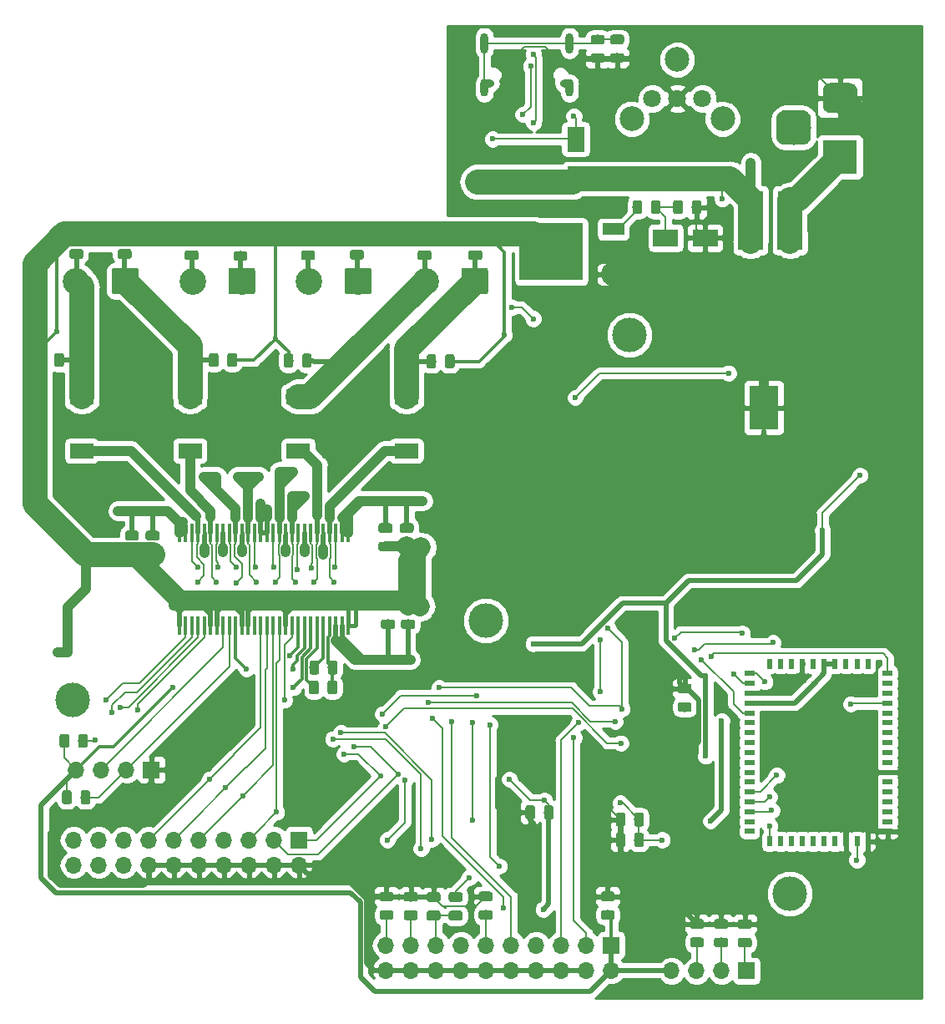
<source format=gbr>
G04 #@! TF.GenerationSoftware,KiCad,Pcbnew,5.0.2+dfsg1-1*
G04 #@! TF.CreationDate,2020-12-14T19:14:29+08:00*
G04 #@! TF.ProjectId,digital-amplifier2,64696769-7461-46c2-9d61-6d706c696669,rev?*
G04 #@! TF.SameCoordinates,Original*
G04 #@! TF.FileFunction,Copper,L2,Bot*
G04 #@! TF.FilePolarity,Positive*
%FSLAX46Y46*%
G04 Gerber Fmt 4.6, Leading zero omitted, Abs format (unit mm)*
G04 Created by KiCad (PCBNEW 5.0.2+dfsg1-1) date 2020年12月14日 星期一 19时14分29秒*
%MOMM*%
%LPD*%
G01*
G04 APERTURE LIST*
G04 #@! TA.AperFunction,ComponentPad*
%ADD10C,3.500000*%
G04 #@! TD*
G04 #@! TA.AperFunction,SMDPad,CuDef*
%ADD11R,0.420000X1.889999*%
G04 #@! TD*
G04 #@! TA.AperFunction,ComponentPad*
%ADD12O,1.400000X0.800000*%
G04 #@! TD*
G04 #@! TA.AperFunction,ComponentPad*
%ADD13O,0.800000X2.100000*%
G04 #@! TD*
G04 #@! TA.AperFunction,ComponentPad*
%ADD14O,0.800000X1.800000*%
G04 #@! TD*
G04 #@! TA.AperFunction,Conductor*
%ADD15C,0.100000*%
G04 #@! TD*
G04 #@! TA.AperFunction,SMDPad,CuDef*
%ADD16C,0.975000*%
G04 #@! TD*
G04 #@! TA.AperFunction,SMDPad,CuDef*
%ADD17R,2.500000X1.800000*%
G04 #@! TD*
G04 #@! TA.AperFunction,SMDPad,CuDef*
%ADD18R,2.200000X1.200000*%
G04 #@! TD*
G04 #@! TA.AperFunction,SMDPad,CuDef*
%ADD19R,6.400000X5.800000*%
G04 #@! TD*
G04 #@! TA.AperFunction,ComponentPad*
%ADD20R,1.700000X1.700000*%
G04 #@! TD*
G04 #@! TA.AperFunction,ComponentPad*
%ADD21O,1.700000X1.700000*%
G04 #@! TD*
G04 #@! TA.AperFunction,SMDPad,CuDef*
%ADD22R,1.000000X0.500000*%
G04 #@! TD*
G04 #@! TA.AperFunction,SMDPad,CuDef*
%ADD23R,0.500000X1.000000*%
G04 #@! TD*
G04 #@! TA.AperFunction,SMDPad,CuDef*
%ADD24R,1.800000X2.500000*%
G04 #@! TD*
G04 #@! TA.AperFunction,ComponentPad*
%ADD25C,2.700000*%
G04 #@! TD*
G04 #@! TA.AperFunction,ComponentPad*
%ADD26R,3.500000X3.500000*%
G04 #@! TD*
G04 #@! TA.AperFunction,ComponentPad*
%ADD27C,3.000000*%
G04 #@! TD*
G04 #@! TA.AperFunction,SMDPad,CuDef*
%ADD28R,2.400000X1.500000*%
G04 #@! TD*
G04 #@! TA.AperFunction,ViaPad*
%ADD29C,0.600000*%
G04 #@! TD*
G04 #@! TA.AperFunction,Conductor*
%ADD30R,2.950000X4.500000*%
G04 #@! TD*
G04 #@! TA.AperFunction,WasherPad*
%ADD31C,2.500000*%
G04 #@! TD*
G04 #@! TA.AperFunction,ComponentPad*
%ADD32C,1.800000*%
G04 #@! TD*
G04 #@! TA.AperFunction,Conductor*
%ADD33C,0.200000*%
G04 #@! TD*
G04 #@! TA.AperFunction,Conductor*
%ADD34C,2.500000*%
G04 #@! TD*
G04 #@! TA.AperFunction,Conductor*
%ADD35C,1.000000*%
G04 #@! TD*
G04 #@! TA.AperFunction,Conductor*
%ADD36C,0.500000*%
G04 #@! TD*
G04 #@! TA.AperFunction,Conductor*
%ADD37C,0.300000*%
G04 #@! TD*
G04 #@! TA.AperFunction,Conductor*
%ADD38C,0.400000*%
G04 #@! TD*
G04 #@! TA.AperFunction,Conductor*
%ADD39C,2.000000*%
G04 #@! TD*
G04 #@! TA.AperFunction,Conductor*
%ADD40C,0.254000*%
G04 #@! TD*
G04 APERTURE END LIST*
D10*
G04 #@! TO.P,H4,1*
G04 #@! TO.N,N/C*
X130429000Y-138684000D03*
G04 #@! TD*
G04 #@! TO.P,H3,1*
G04 #@! TO.N,N/C*
X99568000Y-110998000D03*
G04 #@! TD*
G04 #@! TO.P,H2,1*
G04 #@! TO.N,N/C*
X57658000Y-118999000D03*
G04 #@! TD*
G04 #@! TO.P,H1,1*
G04 #@! TO.N,N/C*
X114173000Y-82042000D03*
G04 #@! TD*
D11*
G04 #@! TO.P,U12,56*
G04 #@! TO.N,/TAS6424/vcc_x*
X85653920Y-102062770D03*
G04 #@! TO.P,U12,55*
X85018920Y-102062770D03*
G04 #@! TO.P,U12,54*
G04 #@! TO.N,/TAS6424/BST_4P*
X84383920Y-102062770D03*
G04 #@! TO.P,U12,53*
G04 #@! TO.N,/TAS6424/OUT_4P*
X83748920Y-102062770D03*
G04 #@! TO.P,U12,52*
G04 #@! TO.N,/TAS6424/gnd_x*
X83113920Y-102062770D03*
G04 #@! TO.P,U12,51*
G04 #@! TO.N,/TAS6424/OUT_4M*
X82478920Y-102062770D03*
G04 #@! TO.P,U12,50*
G04 #@! TO.N,/TAS6424/BST_4M*
X81843920Y-102062770D03*
G04 #@! TO.P,U12,49*
G04 #@! TO.N,/TAS6424/gnd_x*
X81208920Y-102062770D03*
G04 #@! TO.P,U12,48*
G04 #@! TO.N,/TAS6424/BST_3P*
X80573920Y-102062770D03*
G04 #@! TO.P,U12,47*
G04 #@! TO.N,/TAS6424/OUT_3P*
X79938920Y-102062770D03*
G04 #@! TO.P,U12,46*
G04 #@! TO.N,/TAS6424/gnd_x*
X79303920Y-102062770D03*
G04 #@! TO.P,U12,45*
G04 #@! TO.N,/TAS6424/OUT_3M*
X78668920Y-102062770D03*
G04 #@! TO.P,U12,44*
G04 #@! TO.N,/TAS6424/BST_3M*
X78033920Y-102062770D03*
G04 #@! TO.P,U12,43*
G04 #@! TO.N,/TAS6424/vcc_x*
X77398920Y-102062770D03*
G04 #@! TO.P,U12,42*
X76763920Y-102062770D03*
G04 #@! TO.P,U12,41*
G04 #@! TO.N,/TAS6424/BST_2P*
X76128920Y-102062770D03*
G04 #@! TO.P,U12,40*
G04 #@! TO.N,/TAS6424/OUT_2P*
X75493920Y-102062770D03*
G04 #@! TO.P,U12,39*
G04 #@! TO.N,/TAS6424/gnd_x*
X74858920Y-102062770D03*
G04 #@! TO.P,U12,38*
G04 #@! TO.N,/TAS6424/OUT_2M*
X74223920Y-102062770D03*
G04 #@! TO.P,U12,37*
G04 #@! TO.N,/TAS6424/BST_2M*
X73588920Y-102062770D03*
G04 #@! TO.P,U12,36*
G04 #@! TO.N,/TAS6424/gnd_x*
X72953920Y-102062770D03*
G04 #@! TO.P,U12,35*
G04 #@! TO.N,/TAS6424/BST_1P*
X72318920Y-102062770D03*
G04 #@! TO.P,U12,34*
G04 #@! TO.N,/TAS6424/OUT_1P*
X71683920Y-102062770D03*
G04 #@! TO.P,U12,33*
G04 #@! TO.N,/TAS6424/gnd_x*
X71048920Y-102062770D03*
G04 #@! TO.P,U12,32*
G04 #@! TO.N,/TAS6424/OUT_1M*
X70413920Y-102062770D03*
G04 #@! TO.P,U12,31*
G04 #@! TO.N,/TAS6424/BST_1M*
X69778920Y-102062770D03*
G04 #@! TO.P,U12,30*
G04 #@! TO.N,/TAS6424/vcc_x*
X69143920Y-102062770D03*
G04 #@! TO.P,U12,29*
X68508920Y-102062770D03*
G04 #@! TO.P,U12,28*
G04 #@! TO.N,/TAS6424/gnd_x*
X68508920Y-111542772D03*
G04 #@! TO.P,U12,27*
G04 #@! TO.N,/tas6424_warn*
X69143920Y-111542772D03*
G04 #@! TO.P,U12,26*
G04 #@! TO.N,/tas6424_fault*
X69778920Y-111542772D03*
G04 #@! TO.P,U12,25*
G04 #@! TO.N,/tas6424_mute*
X70413920Y-111542772D03*
G04 #@! TO.P,U12,24*
G04 #@! TO.N,/tas6424_en*
X71048920Y-111542772D03*
G04 #@! TO.P,U12,23*
G04 #@! TO.N,/TAS6424/gnd_x*
X71683920Y-111542772D03*
G04 #@! TO.P,U12,22*
X72318920Y-111542772D03*
G04 #@! TO.P,U12,21*
G04 #@! TO.N,/SDA*
X72953920Y-111542772D03*
G04 #@! TO.P,U12,20*
G04 #@! TO.N,/SCL*
X73588920Y-111542772D03*
G04 #@! TO.P,U12,19*
G04 #@! TO.N,/TAS6424/tas6424_power/vdd_33*
X74223920Y-111542772D03*
G04 #@! TO.P,U12,18*
G04 #@! TO.N,/TAS6424/gnd_x*
X74858920Y-111542772D03*
G04 #@! TO.P,U12,17*
X75493920Y-111542772D03*
G04 #@! TO.P,U12,16*
G04 #@! TO.N,Net-(U12-Pad16)*
X76128920Y-111542772D03*
G04 #@! TO.P,U12,15*
G04 #@! TO.N,/SAI1_B_SD*
X76763920Y-111542772D03*
G04 #@! TO.P,U12,14*
G04 #@! TO.N,/SAI1_B_FS*
X77398920Y-111542772D03*
G04 #@! TO.P,U12,13*
G04 #@! TO.N,/SAI1_B_CLK*
X78033920Y-111542772D03*
G04 #@! TO.P,U12,12*
G04 #@! TO.N,/SAI1_B_MCK*
X78668920Y-111542772D03*
G04 #@! TO.P,U12,11*
G04 #@! TO.N,/TAS6424/gnd_x*
X79303920Y-111542772D03*
G04 #@! TO.P,U12,10*
G04 #@! TO.N,Net-(C48-Pad1)*
X79938920Y-111542772D03*
G04 #@! TO.P,U12,9*
G04 #@! TO.N,Net-(C47-Pad1)*
X80573920Y-111542772D03*
G04 #@! TO.P,U12,8*
G04 #@! TO.N,Net-(C46-Pad1)*
X81208920Y-111542772D03*
G04 #@! TO.P,U12,7*
G04 #@! TO.N,Net-(C46-Pad2)*
X81843920Y-111542772D03*
G04 #@! TO.P,U12,6*
G04 #@! TO.N,Net-(C87-Pad1)*
X82478920Y-111542772D03*
G04 #@! TO.P,U12,5*
G04 #@! TO.N,Net-(C88-Pad1)*
X83113920Y-111542772D03*
G04 #@! TO.P,U12,4*
G04 #@! TO.N,Net-(C87-Pad2)*
X83748920Y-111542772D03*
G04 #@! TO.P,U12,3*
G04 #@! TO.N,/TAS6424/vcc_x*
X84383920Y-111542772D03*
G04 #@! TO.P,U12,2*
X85018920Y-111542772D03*
G04 #@! TO.P,U12,1*
G04 #@! TO.N,/TAS6424/gnd_x*
X85653920Y-111542772D03*
G04 #@! TD*
D12*
G04 #@! TO.P,J3,S1*
G04 #@! TO.N,Net-(C9-Pad2)*
X99739000Y-56512000D03*
X107779000Y-56512000D03*
D13*
X108079000Y-52462000D03*
X99439000Y-52462000D03*
D14*
X99439000Y-57012000D03*
X108079000Y-57012000D03*
G04 #@! TD*
D15*
G04 #@! TO.N,/TAS6424/vcc_x*
G04 #@! TO.C,C39*
G36*
X92174142Y-110877674D02*
X92197803Y-110881184D01*
X92221007Y-110886996D01*
X92243529Y-110895054D01*
X92265153Y-110905282D01*
X92285670Y-110917579D01*
X92304883Y-110931829D01*
X92322607Y-110947893D01*
X92338671Y-110965617D01*
X92352921Y-110984830D01*
X92365218Y-111005347D01*
X92375446Y-111026971D01*
X92383504Y-111049493D01*
X92389316Y-111072697D01*
X92392826Y-111096358D01*
X92394000Y-111120250D01*
X92394000Y-111607750D01*
X92392826Y-111631642D01*
X92389316Y-111655303D01*
X92383504Y-111678507D01*
X92375446Y-111701029D01*
X92365218Y-111722653D01*
X92352921Y-111743170D01*
X92338671Y-111762383D01*
X92322607Y-111780107D01*
X92304883Y-111796171D01*
X92285670Y-111810421D01*
X92265153Y-111822718D01*
X92243529Y-111832946D01*
X92221007Y-111841004D01*
X92197803Y-111846816D01*
X92174142Y-111850326D01*
X92150250Y-111851500D01*
X91237750Y-111851500D01*
X91213858Y-111850326D01*
X91190197Y-111846816D01*
X91166993Y-111841004D01*
X91144471Y-111832946D01*
X91122847Y-111822718D01*
X91102330Y-111810421D01*
X91083117Y-111796171D01*
X91065393Y-111780107D01*
X91049329Y-111762383D01*
X91035079Y-111743170D01*
X91022782Y-111722653D01*
X91012554Y-111701029D01*
X91004496Y-111678507D01*
X90998684Y-111655303D01*
X90995174Y-111631642D01*
X90994000Y-111607750D01*
X90994000Y-111120250D01*
X90995174Y-111096358D01*
X90998684Y-111072697D01*
X91004496Y-111049493D01*
X91012554Y-111026971D01*
X91022782Y-111005347D01*
X91035079Y-110984830D01*
X91049329Y-110965617D01*
X91065393Y-110947893D01*
X91083117Y-110931829D01*
X91102330Y-110917579D01*
X91122847Y-110905282D01*
X91144471Y-110895054D01*
X91166993Y-110886996D01*
X91190197Y-110881184D01*
X91213858Y-110877674D01*
X91237750Y-110876500D01*
X92150250Y-110876500D01*
X92174142Y-110877674D01*
X92174142Y-110877674D01*
G37*
D16*
G04 #@! TD*
G04 #@! TO.P,C39,1*
G04 #@! TO.N,/TAS6424/vcc_x*
X91694000Y-111364000D03*
D15*
G04 #@! TO.N,/TAS6424/gnd_x*
G04 #@! TO.C,C39*
G36*
X92174142Y-109002674D02*
X92197803Y-109006184D01*
X92221007Y-109011996D01*
X92243529Y-109020054D01*
X92265153Y-109030282D01*
X92285670Y-109042579D01*
X92304883Y-109056829D01*
X92322607Y-109072893D01*
X92338671Y-109090617D01*
X92352921Y-109109830D01*
X92365218Y-109130347D01*
X92375446Y-109151971D01*
X92383504Y-109174493D01*
X92389316Y-109197697D01*
X92392826Y-109221358D01*
X92394000Y-109245250D01*
X92394000Y-109732750D01*
X92392826Y-109756642D01*
X92389316Y-109780303D01*
X92383504Y-109803507D01*
X92375446Y-109826029D01*
X92365218Y-109847653D01*
X92352921Y-109868170D01*
X92338671Y-109887383D01*
X92322607Y-109905107D01*
X92304883Y-109921171D01*
X92285670Y-109935421D01*
X92265153Y-109947718D01*
X92243529Y-109957946D01*
X92221007Y-109966004D01*
X92197803Y-109971816D01*
X92174142Y-109975326D01*
X92150250Y-109976500D01*
X91237750Y-109976500D01*
X91213858Y-109975326D01*
X91190197Y-109971816D01*
X91166993Y-109966004D01*
X91144471Y-109957946D01*
X91122847Y-109947718D01*
X91102330Y-109935421D01*
X91083117Y-109921171D01*
X91065393Y-109905107D01*
X91049329Y-109887383D01*
X91035079Y-109868170D01*
X91022782Y-109847653D01*
X91012554Y-109826029D01*
X91004496Y-109803507D01*
X90998684Y-109780303D01*
X90995174Y-109756642D01*
X90994000Y-109732750D01*
X90994000Y-109245250D01*
X90995174Y-109221358D01*
X90998684Y-109197697D01*
X91004496Y-109174493D01*
X91012554Y-109151971D01*
X91022782Y-109130347D01*
X91035079Y-109109830D01*
X91049329Y-109090617D01*
X91065393Y-109072893D01*
X91083117Y-109056829D01*
X91102330Y-109042579D01*
X91122847Y-109030282D01*
X91144471Y-109020054D01*
X91166993Y-109011996D01*
X91190197Y-109006184D01*
X91213858Y-109002674D01*
X91237750Y-109001500D01*
X92150250Y-109001500D01*
X92174142Y-109002674D01*
X92174142Y-109002674D01*
G37*
D16*
G04 #@! TD*
G04 #@! TO.P,C39,2*
G04 #@! TO.N,/TAS6424/gnd_x*
X91694000Y-109489000D03*
D15*
G04 #@! TO.N,/TAS6424/vcc_x*
G04 #@! TO.C,C37*
G36*
X66266142Y-101890674D02*
X66289803Y-101894184D01*
X66313007Y-101899996D01*
X66335529Y-101908054D01*
X66357153Y-101918282D01*
X66377670Y-101930579D01*
X66396883Y-101944829D01*
X66414607Y-101960893D01*
X66430671Y-101978617D01*
X66444921Y-101997830D01*
X66457218Y-102018347D01*
X66467446Y-102039971D01*
X66475504Y-102062493D01*
X66481316Y-102085697D01*
X66484826Y-102109358D01*
X66486000Y-102133250D01*
X66486000Y-102620750D01*
X66484826Y-102644642D01*
X66481316Y-102668303D01*
X66475504Y-102691507D01*
X66467446Y-102714029D01*
X66457218Y-102735653D01*
X66444921Y-102756170D01*
X66430671Y-102775383D01*
X66414607Y-102793107D01*
X66396883Y-102809171D01*
X66377670Y-102823421D01*
X66357153Y-102835718D01*
X66335529Y-102845946D01*
X66313007Y-102854004D01*
X66289803Y-102859816D01*
X66266142Y-102863326D01*
X66242250Y-102864500D01*
X65329750Y-102864500D01*
X65305858Y-102863326D01*
X65282197Y-102859816D01*
X65258993Y-102854004D01*
X65236471Y-102845946D01*
X65214847Y-102835718D01*
X65194330Y-102823421D01*
X65175117Y-102809171D01*
X65157393Y-102793107D01*
X65141329Y-102775383D01*
X65127079Y-102756170D01*
X65114782Y-102735653D01*
X65104554Y-102714029D01*
X65096496Y-102691507D01*
X65090684Y-102668303D01*
X65087174Y-102644642D01*
X65086000Y-102620750D01*
X65086000Y-102133250D01*
X65087174Y-102109358D01*
X65090684Y-102085697D01*
X65096496Y-102062493D01*
X65104554Y-102039971D01*
X65114782Y-102018347D01*
X65127079Y-101997830D01*
X65141329Y-101978617D01*
X65157393Y-101960893D01*
X65175117Y-101944829D01*
X65194330Y-101930579D01*
X65214847Y-101918282D01*
X65236471Y-101908054D01*
X65258993Y-101899996D01*
X65282197Y-101894184D01*
X65305858Y-101890674D01*
X65329750Y-101889500D01*
X66242250Y-101889500D01*
X66266142Y-101890674D01*
X66266142Y-101890674D01*
G37*
D16*
G04 #@! TD*
G04 #@! TO.P,C37,1*
G04 #@! TO.N,/TAS6424/vcc_x*
X65786000Y-102377000D03*
D15*
G04 #@! TO.N,/TAS6424/gnd_x*
G04 #@! TO.C,C37*
G36*
X66266142Y-103765674D02*
X66289803Y-103769184D01*
X66313007Y-103774996D01*
X66335529Y-103783054D01*
X66357153Y-103793282D01*
X66377670Y-103805579D01*
X66396883Y-103819829D01*
X66414607Y-103835893D01*
X66430671Y-103853617D01*
X66444921Y-103872830D01*
X66457218Y-103893347D01*
X66467446Y-103914971D01*
X66475504Y-103937493D01*
X66481316Y-103960697D01*
X66484826Y-103984358D01*
X66486000Y-104008250D01*
X66486000Y-104495750D01*
X66484826Y-104519642D01*
X66481316Y-104543303D01*
X66475504Y-104566507D01*
X66467446Y-104589029D01*
X66457218Y-104610653D01*
X66444921Y-104631170D01*
X66430671Y-104650383D01*
X66414607Y-104668107D01*
X66396883Y-104684171D01*
X66377670Y-104698421D01*
X66357153Y-104710718D01*
X66335529Y-104720946D01*
X66313007Y-104729004D01*
X66289803Y-104734816D01*
X66266142Y-104738326D01*
X66242250Y-104739500D01*
X65329750Y-104739500D01*
X65305858Y-104738326D01*
X65282197Y-104734816D01*
X65258993Y-104729004D01*
X65236471Y-104720946D01*
X65214847Y-104710718D01*
X65194330Y-104698421D01*
X65175117Y-104684171D01*
X65157393Y-104668107D01*
X65141329Y-104650383D01*
X65127079Y-104631170D01*
X65114782Y-104610653D01*
X65104554Y-104589029D01*
X65096496Y-104566507D01*
X65090684Y-104543303D01*
X65087174Y-104519642D01*
X65086000Y-104495750D01*
X65086000Y-104008250D01*
X65087174Y-103984358D01*
X65090684Y-103960697D01*
X65096496Y-103937493D01*
X65104554Y-103914971D01*
X65114782Y-103893347D01*
X65127079Y-103872830D01*
X65141329Y-103853617D01*
X65157393Y-103835893D01*
X65175117Y-103819829D01*
X65194330Y-103805579D01*
X65214847Y-103793282D01*
X65236471Y-103783054D01*
X65258993Y-103774996D01*
X65282197Y-103769184D01*
X65305858Y-103765674D01*
X65329750Y-103764500D01*
X66242250Y-103764500D01*
X66266142Y-103765674D01*
X66266142Y-103765674D01*
G37*
D16*
G04 #@! TD*
G04 #@! TO.P,C37,2*
G04 #@! TO.N,/TAS6424/gnd_x*
X65786000Y-104252000D03*
D15*
G04 #@! TO.N,/TAS6424/gnd_x*
G04 #@! TO.C,C34*
G36*
X64170642Y-103765674D02*
X64194303Y-103769184D01*
X64217507Y-103774996D01*
X64240029Y-103783054D01*
X64261653Y-103793282D01*
X64282170Y-103805579D01*
X64301383Y-103819829D01*
X64319107Y-103835893D01*
X64335171Y-103853617D01*
X64349421Y-103872830D01*
X64361718Y-103893347D01*
X64371946Y-103914971D01*
X64380004Y-103937493D01*
X64385816Y-103960697D01*
X64389326Y-103984358D01*
X64390500Y-104008250D01*
X64390500Y-104495750D01*
X64389326Y-104519642D01*
X64385816Y-104543303D01*
X64380004Y-104566507D01*
X64371946Y-104589029D01*
X64361718Y-104610653D01*
X64349421Y-104631170D01*
X64335171Y-104650383D01*
X64319107Y-104668107D01*
X64301383Y-104684171D01*
X64282170Y-104698421D01*
X64261653Y-104710718D01*
X64240029Y-104720946D01*
X64217507Y-104729004D01*
X64194303Y-104734816D01*
X64170642Y-104738326D01*
X64146750Y-104739500D01*
X63234250Y-104739500D01*
X63210358Y-104738326D01*
X63186697Y-104734816D01*
X63163493Y-104729004D01*
X63140971Y-104720946D01*
X63119347Y-104710718D01*
X63098830Y-104698421D01*
X63079617Y-104684171D01*
X63061893Y-104668107D01*
X63045829Y-104650383D01*
X63031579Y-104631170D01*
X63019282Y-104610653D01*
X63009054Y-104589029D01*
X63000996Y-104566507D01*
X62995184Y-104543303D01*
X62991674Y-104519642D01*
X62990500Y-104495750D01*
X62990500Y-104008250D01*
X62991674Y-103984358D01*
X62995184Y-103960697D01*
X63000996Y-103937493D01*
X63009054Y-103914971D01*
X63019282Y-103893347D01*
X63031579Y-103872830D01*
X63045829Y-103853617D01*
X63061893Y-103835893D01*
X63079617Y-103819829D01*
X63098830Y-103805579D01*
X63119347Y-103793282D01*
X63140971Y-103783054D01*
X63163493Y-103774996D01*
X63186697Y-103769184D01*
X63210358Y-103765674D01*
X63234250Y-103764500D01*
X64146750Y-103764500D01*
X64170642Y-103765674D01*
X64170642Y-103765674D01*
G37*
D16*
G04 #@! TD*
G04 #@! TO.P,C34,2*
G04 #@! TO.N,/TAS6424/gnd_x*
X63690500Y-104252000D03*
D15*
G04 #@! TO.N,/TAS6424/vcc_x*
G04 #@! TO.C,C34*
G36*
X64170642Y-101890674D02*
X64194303Y-101894184D01*
X64217507Y-101899996D01*
X64240029Y-101908054D01*
X64261653Y-101918282D01*
X64282170Y-101930579D01*
X64301383Y-101944829D01*
X64319107Y-101960893D01*
X64335171Y-101978617D01*
X64349421Y-101997830D01*
X64361718Y-102018347D01*
X64371946Y-102039971D01*
X64380004Y-102062493D01*
X64385816Y-102085697D01*
X64389326Y-102109358D01*
X64390500Y-102133250D01*
X64390500Y-102620750D01*
X64389326Y-102644642D01*
X64385816Y-102668303D01*
X64380004Y-102691507D01*
X64371946Y-102714029D01*
X64361718Y-102735653D01*
X64349421Y-102756170D01*
X64335171Y-102775383D01*
X64319107Y-102793107D01*
X64301383Y-102809171D01*
X64282170Y-102823421D01*
X64261653Y-102835718D01*
X64240029Y-102845946D01*
X64217507Y-102854004D01*
X64194303Y-102859816D01*
X64170642Y-102863326D01*
X64146750Y-102864500D01*
X63234250Y-102864500D01*
X63210358Y-102863326D01*
X63186697Y-102859816D01*
X63163493Y-102854004D01*
X63140971Y-102845946D01*
X63119347Y-102835718D01*
X63098830Y-102823421D01*
X63079617Y-102809171D01*
X63061893Y-102793107D01*
X63045829Y-102775383D01*
X63031579Y-102756170D01*
X63019282Y-102735653D01*
X63009054Y-102714029D01*
X63000996Y-102691507D01*
X62995184Y-102668303D01*
X62991674Y-102644642D01*
X62990500Y-102620750D01*
X62990500Y-102133250D01*
X62991674Y-102109358D01*
X62995184Y-102085697D01*
X63000996Y-102062493D01*
X63009054Y-102039971D01*
X63019282Y-102018347D01*
X63031579Y-101997830D01*
X63045829Y-101978617D01*
X63061893Y-101960893D01*
X63079617Y-101944829D01*
X63098830Y-101930579D01*
X63119347Y-101918282D01*
X63140971Y-101908054D01*
X63163493Y-101899996D01*
X63186697Y-101894184D01*
X63210358Y-101890674D01*
X63234250Y-101889500D01*
X64146750Y-101889500D01*
X64170642Y-101890674D01*
X64170642Y-101890674D01*
G37*
D16*
G04 #@! TD*
G04 #@! TO.P,C34,1*
G04 #@! TO.N,/TAS6424/vcc_x*
X63690500Y-102377000D03*
D15*
G04 #@! TO.N,/TAS6424/gnd_x*
G04 #@! TO.C,C50*
G36*
X89888142Y-103003674D02*
X89911803Y-103007184D01*
X89935007Y-103012996D01*
X89957529Y-103021054D01*
X89979153Y-103031282D01*
X89999670Y-103043579D01*
X90018883Y-103057829D01*
X90036607Y-103073893D01*
X90052671Y-103091617D01*
X90066921Y-103110830D01*
X90079218Y-103131347D01*
X90089446Y-103152971D01*
X90097504Y-103175493D01*
X90103316Y-103198697D01*
X90106826Y-103222358D01*
X90108000Y-103246250D01*
X90108000Y-103733750D01*
X90106826Y-103757642D01*
X90103316Y-103781303D01*
X90097504Y-103804507D01*
X90089446Y-103827029D01*
X90079218Y-103848653D01*
X90066921Y-103869170D01*
X90052671Y-103888383D01*
X90036607Y-103906107D01*
X90018883Y-103922171D01*
X89999670Y-103936421D01*
X89979153Y-103948718D01*
X89957529Y-103958946D01*
X89935007Y-103967004D01*
X89911803Y-103972816D01*
X89888142Y-103976326D01*
X89864250Y-103977500D01*
X88951750Y-103977500D01*
X88927858Y-103976326D01*
X88904197Y-103972816D01*
X88880993Y-103967004D01*
X88858471Y-103958946D01*
X88836847Y-103948718D01*
X88816330Y-103936421D01*
X88797117Y-103922171D01*
X88779393Y-103906107D01*
X88763329Y-103888383D01*
X88749079Y-103869170D01*
X88736782Y-103848653D01*
X88726554Y-103827029D01*
X88718496Y-103804507D01*
X88712684Y-103781303D01*
X88709174Y-103757642D01*
X88708000Y-103733750D01*
X88708000Y-103246250D01*
X88709174Y-103222358D01*
X88712684Y-103198697D01*
X88718496Y-103175493D01*
X88726554Y-103152971D01*
X88736782Y-103131347D01*
X88749079Y-103110830D01*
X88763329Y-103091617D01*
X88779393Y-103073893D01*
X88797117Y-103057829D01*
X88816330Y-103043579D01*
X88836847Y-103031282D01*
X88858471Y-103021054D01*
X88880993Y-103012996D01*
X88904197Y-103007184D01*
X88927858Y-103003674D01*
X88951750Y-103002500D01*
X89864250Y-103002500D01*
X89888142Y-103003674D01*
X89888142Y-103003674D01*
G37*
D16*
G04 #@! TD*
G04 #@! TO.P,C50,2*
G04 #@! TO.N,/TAS6424/gnd_x*
X89408000Y-103490000D03*
D15*
G04 #@! TO.N,/TAS6424/vcc_x*
G04 #@! TO.C,C50*
G36*
X89888142Y-101128674D02*
X89911803Y-101132184D01*
X89935007Y-101137996D01*
X89957529Y-101146054D01*
X89979153Y-101156282D01*
X89999670Y-101168579D01*
X90018883Y-101182829D01*
X90036607Y-101198893D01*
X90052671Y-101216617D01*
X90066921Y-101235830D01*
X90079218Y-101256347D01*
X90089446Y-101277971D01*
X90097504Y-101300493D01*
X90103316Y-101323697D01*
X90106826Y-101347358D01*
X90108000Y-101371250D01*
X90108000Y-101858750D01*
X90106826Y-101882642D01*
X90103316Y-101906303D01*
X90097504Y-101929507D01*
X90089446Y-101952029D01*
X90079218Y-101973653D01*
X90066921Y-101994170D01*
X90052671Y-102013383D01*
X90036607Y-102031107D01*
X90018883Y-102047171D01*
X89999670Y-102061421D01*
X89979153Y-102073718D01*
X89957529Y-102083946D01*
X89935007Y-102092004D01*
X89911803Y-102097816D01*
X89888142Y-102101326D01*
X89864250Y-102102500D01*
X88951750Y-102102500D01*
X88927858Y-102101326D01*
X88904197Y-102097816D01*
X88880993Y-102092004D01*
X88858471Y-102083946D01*
X88836847Y-102073718D01*
X88816330Y-102061421D01*
X88797117Y-102047171D01*
X88779393Y-102031107D01*
X88763329Y-102013383D01*
X88749079Y-101994170D01*
X88736782Y-101973653D01*
X88726554Y-101952029D01*
X88718496Y-101929507D01*
X88712684Y-101906303D01*
X88709174Y-101882642D01*
X88708000Y-101858750D01*
X88708000Y-101371250D01*
X88709174Y-101347358D01*
X88712684Y-101323697D01*
X88718496Y-101300493D01*
X88726554Y-101277971D01*
X88736782Y-101256347D01*
X88749079Y-101235830D01*
X88763329Y-101216617D01*
X88779393Y-101198893D01*
X88797117Y-101182829D01*
X88816330Y-101168579D01*
X88836847Y-101156282D01*
X88858471Y-101146054D01*
X88880993Y-101137996D01*
X88904197Y-101132184D01*
X88927858Y-101128674D01*
X88951750Y-101127500D01*
X89864250Y-101127500D01*
X89888142Y-101128674D01*
X89888142Y-101128674D01*
G37*
D16*
G04 #@! TD*
G04 #@! TO.P,C50,1*
G04 #@! TO.N,/TAS6424/vcc_x*
X89408000Y-101615000D03*
D15*
G04 #@! TO.N,/TAS6424/vcc_x*
G04 #@! TO.C,C41*
G36*
X90142142Y-110877674D02*
X90165803Y-110881184D01*
X90189007Y-110886996D01*
X90211529Y-110895054D01*
X90233153Y-110905282D01*
X90253670Y-110917579D01*
X90272883Y-110931829D01*
X90290607Y-110947893D01*
X90306671Y-110965617D01*
X90320921Y-110984830D01*
X90333218Y-111005347D01*
X90343446Y-111026971D01*
X90351504Y-111049493D01*
X90357316Y-111072697D01*
X90360826Y-111096358D01*
X90362000Y-111120250D01*
X90362000Y-111607750D01*
X90360826Y-111631642D01*
X90357316Y-111655303D01*
X90351504Y-111678507D01*
X90343446Y-111701029D01*
X90333218Y-111722653D01*
X90320921Y-111743170D01*
X90306671Y-111762383D01*
X90290607Y-111780107D01*
X90272883Y-111796171D01*
X90253670Y-111810421D01*
X90233153Y-111822718D01*
X90211529Y-111832946D01*
X90189007Y-111841004D01*
X90165803Y-111846816D01*
X90142142Y-111850326D01*
X90118250Y-111851500D01*
X89205750Y-111851500D01*
X89181858Y-111850326D01*
X89158197Y-111846816D01*
X89134993Y-111841004D01*
X89112471Y-111832946D01*
X89090847Y-111822718D01*
X89070330Y-111810421D01*
X89051117Y-111796171D01*
X89033393Y-111780107D01*
X89017329Y-111762383D01*
X89003079Y-111743170D01*
X88990782Y-111722653D01*
X88980554Y-111701029D01*
X88972496Y-111678507D01*
X88966684Y-111655303D01*
X88963174Y-111631642D01*
X88962000Y-111607750D01*
X88962000Y-111120250D01*
X88963174Y-111096358D01*
X88966684Y-111072697D01*
X88972496Y-111049493D01*
X88980554Y-111026971D01*
X88990782Y-111005347D01*
X89003079Y-110984830D01*
X89017329Y-110965617D01*
X89033393Y-110947893D01*
X89051117Y-110931829D01*
X89070330Y-110917579D01*
X89090847Y-110905282D01*
X89112471Y-110895054D01*
X89134993Y-110886996D01*
X89158197Y-110881184D01*
X89181858Y-110877674D01*
X89205750Y-110876500D01*
X90118250Y-110876500D01*
X90142142Y-110877674D01*
X90142142Y-110877674D01*
G37*
D16*
G04 #@! TD*
G04 #@! TO.P,C41,1*
G04 #@! TO.N,/TAS6424/vcc_x*
X89662000Y-111364000D03*
D15*
G04 #@! TO.N,/TAS6424/gnd_x*
G04 #@! TO.C,C41*
G36*
X90142142Y-109002674D02*
X90165803Y-109006184D01*
X90189007Y-109011996D01*
X90211529Y-109020054D01*
X90233153Y-109030282D01*
X90253670Y-109042579D01*
X90272883Y-109056829D01*
X90290607Y-109072893D01*
X90306671Y-109090617D01*
X90320921Y-109109830D01*
X90333218Y-109130347D01*
X90343446Y-109151971D01*
X90351504Y-109174493D01*
X90357316Y-109197697D01*
X90360826Y-109221358D01*
X90362000Y-109245250D01*
X90362000Y-109732750D01*
X90360826Y-109756642D01*
X90357316Y-109780303D01*
X90351504Y-109803507D01*
X90343446Y-109826029D01*
X90333218Y-109847653D01*
X90320921Y-109868170D01*
X90306671Y-109887383D01*
X90290607Y-109905107D01*
X90272883Y-109921171D01*
X90253670Y-109935421D01*
X90233153Y-109947718D01*
X90211529Y-109957946D01*
X90189007Y-109966004D01*
X90165803Y-109971816D01*
X90142142Y-109975326D01*
X90118250Y-109976500D01*
X89205750Y-109976500D01*
X89181858Y-109975326D01*
X89158197Y-109971816D01*
X89134993Y-109966004D01*
X89112471Y-109957946D01*
X89090847Y-109947718D01*
X89070330Y-109935421D01*
X89051117Y-109921171D01*
X89033393Y-109905107D01*
X89017329Y-109887383D01*
X89003079Y-109868170D01*
X88990782Y-109847653D01*
X88980554Y-109826029D01*
X88972496Y-109803507D01*
X88966684Y-109780303D01*
X88963174Y-109756642D01*
X88962000Y-109732750D01*
X88962000Y-109245250D01*
X88963174Y-109221358D01*
X88966684Y-109197697D01*
X88972496Y-109174493D01*
X88980554Y-109151971D01*
X88990782Y-109130347D01*
X89003079Y-109109830D01*
X89017329Y-109090617D01*
X89033393Y-109072893D01*
X89051117Y-109056829D01*
X89070330Y-109042579D01*
X89090847Y-109030282D01*
X89112471Y-109020054D01*
X89134993Y-109011996D01*
X89158197Y-109006184D01*
X89181858Y-109002674D01*
X89205750Y-109001500D01*
X90118250Y-109001500D01*
X90142142Y-109002674D01*
X90142142Y-109002674D01*
G37*
D16*
G04 #@! TD*
G04 #@! TO.P,C41,2*
G04 #@! TO.N,/TAS6424/gnd_x*
X89662000Y-109489000D03*
D17*
G04 #@! TO.P,D2,1*
G04 #@! TO.N,Net-(D2-Pad1)*
X117824500Y-72199500D03*
G04 #@! TO.P,D2,2*
G04 #@! TO.N,GND*
X121824500Y-72199500D03*
G04 #@! TD*
D18*
G04 #@! TO.P,Q4,1*
G04 #@! TO.N,Net-(Q4-Pad1)*
X112531000Y-71316500D03*
G04 #@! TO.P,Q4,3*
G04 #@! TO.N,GND*
X112531000Y-75876500D03*
D19*
G04 #@! TO.P,Q4,2*
G04 #@! TO.N,/TAS6424/gnd_x*
X106231000Y-73596500D03*
G04 #@! TD*
D15*
G04 #@! TO.N,Net-(D2-Pad1)*
G04 #@! TO.C,R37*
G36*
X119345142Y-68389174D02*
X119368803Y-68392684D01*
X119392007Y-68398496D01*
X119414529Y-68406554D01*
X119436153Y-68416782D01*
X119456670Y-68429079D01*
X119475883Y-68443329D01*
X119493607Y-68459393D01*
X119509671Y-68477117D01*
X119523921Y-68496330D01*
X119536218Y-68516847D01*
X119546446Y-68538471D01*
X119554504Y-68560993D01*
X119560316Y-68584197D01*
X119563826Y-68607858D01*
X119565000Y-68631750D01*
X119565000Y-69544250D01*
X119563826Y-69568142D01*
X119560316Y-69591803D01*
X119554504Y-69615007D01*
X119546446Y-69637529D01*
X119536218Y-69659153D01*
X119523921Y-69679670D01*
X119509671Y-69698883D01*
X119493607Y-69716607D01*
X119475883Y-69732671D01*
X119456670Y-69746921D01*
X119436153Y-69759218D01*
X119414529Y-69769446D01*
X119392007Y-69777504D01*
X119368803Y-69783316D01*
X119345142Y-69786826D01*
X119321250Y-69788000D01*
X118833750Y-69788000D01*
X118809858Y-69786826D01*
X118786197Y-69783316D01*
X118762993Y-69777504D01*
X118740471Y-69769446D01*
X118718847Y-69759218D01*
X118698330Y-69746921D01*
X118679117Y-69732671D01*
X118661393Y-69716607D01*
X118645329Y-69698883D01*
X118631079Y-69679670D01*
X118618782Y-69659153D01*
X118608554Y-69637529D01*
X118600496Y-69615007D01*
X118594684Y-69591803D01*
X118591174Y-69568142D01*
X118590000Y-69544250D01*
X118590000Y-68631750D01*
X118591174Y-68607858D01*
X118594684Y-68584197D01*
X118600496Y-68560993D01*
X118608554Y-68538471D01*
X118618782Y-68516847D01*
X118631079Y-68496330D01*
X118645329Y-68477117D01*
X118661393Y-68459393D01*
X118679117Y-68443329D01*
X118698330Y-68429079D01*
X118718847Y-68416782D01*
X118740471Y-68406554D01*
X118762993Y-68398496D01*
X118786197Y-68392684D01*
X118809858Y-68389174D01*
X118833750Y-68388000D01*
X119321250Y-68388000D01*
X119345142Y-68389174D01*
X119345142Y-68389174D01*
G37*
D16*
G04 #@! TD*
G04 #@! TO.P,R37,1*
G04 #@! TO.N,Net-(D2-Pad1)*
X119077500Y-69088000D03*
D15*
G04 #@! TO.N,GND*
G04 #@! TO.C,R37*
G36*
X121220142Y-68389174D02*
X121243803Y-68392684D01*
X121267007Y-68398496D01*
X121289529Y-68406554D01*
X121311153Y-68416782D01*
X121331670Y-68429079D01*
X121350883Y-68443329D01*
X121368607Y-68459393D01*
X121384671Y-68477117D01*
X121398921Y-68496330D01*
X121411218Y-68516847D01*
X121421446Y-68538471D01*
X121429504Y-68560993D01*
X121435316Y-68584197D01*
X121438826Y-68607858D01*
X121440000Y-68631750D01*
X121440000Y-69544250D01*
X121438826Y-69568142D01*
X121435316Y-69591803D01*
X121429504Y-69615007D01*
X121421446Y-69637529D01*
X121411218Y-69659153D01*
X121398921Y-69679670D01*
X121384671Y-69698883D01*
X121368607Y-69716607D01*
X121350883Y-69732671D01*
X121331670Y-69746921D01*
X121311153Y-69759218D01*
X121289529Y-69769446D01*
X121267007Y-69777504D01*
X121243803Y-69783316D01*
X121220142Y-69786826D01*
X121196250Y-69788000D01*
X120708750Y-69788000D01*
X120684858Y-69786826D01*
X120661197Y-69783316D01*
X120637993Y-69777504D01*
X120615471Y-69769446D01*
X120593847Y-69759218D01*
X120573330Y-69746921D01*
X120554117Y-69732671D01*
X120536393Y-69716607D01*
X120520329Y-69698883D01*
X120506079Y-69679670D01*
X120493782Y-69659153D01*
X120483554Y-69637529D01*
X120475496Y-69615007D01*
X120469684Y-69591803D01*
X120466174Y-69568142D01*
X120465000Y-69544250D01*
X120465000Y-68631750D01*
X120466174Y-68607858D01*
X120469684Y-68584197D01*
X120475496Y-68560993D01*
X120483554Y-68538471D01*
X120493782Y-68516847D01*
X120506079Y-68496330D01*
X120520329Y-68477117D01*
X120536393Y-68459393D01*
X120554117Y-68443329D01*
X120573330Y-68429079D01*
X120593847Y-68416782D01*
X120615471Y-68406554D01*
X120637993Y-68398496D01*
X120661197Y-68392684D01*
X120684858Y-68389174D01*
X120708750Y-68388000D01*
X121196250Y-68388000D01*
X121220142Y-68389174D01*
X121220142Y-68389174D01*
G37*
D16*
G04 #@! TD*
G04 #@! TO.P,R37,2*
G04 #@! TO.N,GND*
X120952500Y-69088000D03*
D15*
G04 #@! TO.N,Net-(D2-Pad1)*
G04 #@! TO.C,R38*
G36*
X117092642Y-68389174D02*
X117116303Y-68392684D01*
X117139507Y-68398496D01*
X117162029Y-68406554D01*
X117183653Y-68416782D01*
X117204170Y-68429079D01*
X117223383Y-68443329D01*
X117241107Y-68459393D01*
X117257171Y-68477117D01*
X117271421Y-68496330D01*
X117283718Y-68516847D01*
X117293946Y-68538471D01*
X117302004Y-68560993D01*
X117307816Y-68584197D01*
X117311326Y-68607858D01*
X117312500Y-68631750D01*
X117312500Y-69544250D01*
X117311326Y-69568142D01*
X117307816Y-69591803D01*
X117302004Y-69615007D01*
X117293946Y-69637529D01*
X117283718Y-69659153D01*
X117271421Y-69679670D01*
X117257171Y-69698883D01*
X117241107Y-69716607D01*
X117223383Y-69732671D01*
X117204170Y-69746921D01*
X117183653Y-69759218D01*
X117162029Y-69769446D01*
X117139507Y-69777504D01*
X117116303Y-69783316D01*
X117092642Y-69786826D01*
X117068750Y-69788000D01*
X116581250Y-69788000D01*
X116557358Y-69786826D01*
X116533697Y-69783316D01*
X116510493Y-69777504D01*
X116487971Y-69769446D01*
X116466347Y-69759218D01*
X116445830Y-69746921D01*
X116426617Y-69732671D01*
X116408893Y-69716607D01*
X116392829Y-69698883D01*
X116378579Y-69679670D01*
X116366282Y-69659153D01*
X116356054Y-69637529D01*
X116347996Y-69615007D01*
X116342184Y-69591803D01*
X116338674Y-69568142D01*
X116337500Y-69544250D01*
X116337500Y-68631750D01*
X116338674Y-68607858D01*
X116342184Y-68584197D01*
X116347996Y-68560993D01*
X116356054Y-68538471D01*
X116366282Y-68516847D01*
X116378579Y-68496330D01*
X116392829Y-68477117D01*
X116408893Y-68459393D01*
X116426617Y-68443329D01*
X116445830Y-68429079D01*
X116466347Y-68416782D01*
X116487971Y-68406554D01*
X116510493Y-68398496D01*
X116533697Y-68392684D01*
X116557358Y-68389174D01*
X116581250Y-68388000D01*
X117068750Y-68388000D01*
X117092642Y-68389174D01*
X117092642Y-68389174D01*
G37*
D16*
G04 #@! TD*
G04 #@! TO.P,R38,2*
G04 #@! TO.N,Net-(D2-Pad1)*
X116825000Y-69088000D03*
D15*
G04 #@! TO.N,Net-(Q4-Pad1)*
G04 #@! TO.C,R38*
G36*
X115217642Y-68389174D02*
X115241303Y-68392684D01*
X115264507Y-68398496D01*
X115287029Y-68406554D01*
X115308653Y-68416782D01*
X115329170Y-68429079D01*
X115348383Y-68443329D01*
X115366107Y-68459393D01*
X115382171Y-68477117D01*
X115396421Y-68496330D01*
X115408718Y-68516847D01*
X115418946Y-68538471D01*
X115427004Y-68560993D01*
X115432816Y-68584197D01*
X115436326Y-68607858D01*
X115437500Y-68631750D01*
X115437500Y-69544250D01*
X115436326Y-69568142D01*
X115432816Y-69591803D01*
X115427004Y-69615007D01*
X115418946Y-69637529D01*
X115408718Y-69659153D01*
X115396421Y-69679670D01*
X115382171Y-69698883D01*
X115366107Y-69716607D01*
X115348383Y-69732671D01*
X115329170Y-69746921D01*
X115308653Y-69759218D01*
X115287029Y-69769446D01*
X115264507Y-69777504D01*
X115241303Y-69783316D01*
X115217642Y-69786826D01*
X115193750Y-69788000D01*
X114706250Y-69788000D01*
X114682358Y-69786826D01*
X114658697Y-69783316D01*
X114635493Y-69777504D01*
X114612971Y-69769446D01*
X114591347Y-69759218D01*
X114570830Y-69746921D01*
X114551617Y-69732671D01*
X114533893Y-69716607D01*
X114517829Y-69698883D01*
X114503579Y-69679670D01*
X114491282Y-69659153D01*
X114481054Y-69637529D01*
X114472996Y-69615007D01*
X114467184Y-69591803D01*
X114463674Y-69568142D01*
X114462500Y-69544250D01*
X114462500Y-68631750D01*
X114463674Y-68607858D01*
X114467184Y-68584197D01*
X114472996Y-68560993D01*
X114481054Y-68538471D01*
X114491282Y-68516847D01*
X114503579Y-68496330D01*
X114517829Y-68477117D01*
X114533893Y-68459393D01*
X114551617Y-68443329D01*
X114570830Y-68429079D01*
X114591347Y-68416782D01*
X114612971Y-68406554D01*
X114635493Y-68398496D01*
X114658697Y-68392684D01*
X114682358Y-68389174D01*
X114706250Y-68388000D01*
X115193750Y-68388000D01*
X115217642Y-68389174D01*
X115217642Y-68389174D01*
G37*
D16*
G04 #@! TD*
G04 #@! TO.P,R38,1*
G04 #@! TO.N,Net-(Q4-Pad1)*
X114950000Y-69088000D03*
D20*
G04 #@! TO.P,J6,1*
G04 #@! TO.N,/SCL*
X80645000Y-133223000D03*
D21*
G04 #@! TO.P,J6,2*
G04 #@! TO.N,GND*
X80645000Y-135763000D03*
G04 #@! TO.P,J6,3*
G04 #@! TO.N,/SDA*
X78105000Y-133223000D03*
G04 #@! TO.P,J6,4*
G04 #@! TO.N,GND*
X78105000Y-135763000D03*
G04 #@! TO.P,J6,5*
G04 #@! TO.N,/SAI1_B_MCK*
X75565000Y-133223000D03*
G04 #@! TO.P,J6,6*
G04 #@! TO.N,GND*
X75565000Y-135763000D03*
G04 #@! TO.P,J6,7*
G04 #@! TO.N,/SAI1_A_SD*
X73025000Y-133223000D03*
G04 #@! TO.P,J6,8*
G04 #@! TO.N,GND*
X73025000Y-135763000D03*
G04 #@! TO.P,J6,9*
G04 #@! TO.N,/SAI1_B_CLK*
X70485000Y-133223000D03*
G04 #@! TO.P,J6,10*
G04 #@! TO.N,GND*
X70485000Y-135763000D03*
G04 #@! TO.P,J6,11*
G04 #@! TO.N,/SAI1_B_FS*
X67945000Y-133223000D03*
G04 #@! TO.P,J6,12*
G04 #@! TO.N,GND*
X67945000Y-135763000D03*
G04 #@! TO.P,J6,13*
G04 #@! TO.N,/SAI1_B_SD*
X65405000Y-133223000D03*
G04 #@! TO.P,J6,14*
G04 #@! TO.N,GND*
X65405000Y-135763000D03*
G04 #@! TO.P,J6,15*
G04 #@! TO.N,/headphone_en*
X62865000Y-133223000D03*
G04 #@! TO.P,J6,16*
G04 #@! TO.N,/headphone_irq*
X62865000Y-135763000D03*
G04 #@! TO.P,J6,17*
G04 #@! TO.N,/headphone_in*
X60325000Y-133223000D03*
G04 #@! TO.P,J6,18*
G04 #@! TO.N,VCC*
X60325000Y-135763000D03*
G04 #@! TO.P,J6,19*
G04 #@! TO.N,/headphone_mute*
X57785000Y-133223000D03*
G04 #@! TO.P,J6,20*
G04 #@! TO.N,VCC*
X57785000Y-135763000D03*
G04 #@! TD*
D22*
G04 #@! TO.P,U13,1*
G04 #@! TO.N,Net-(U13-Pad1)*
X126339600Y-132362700D03*
G04 #@! TO.P,U13,2*
G04 #@! TO.N,Net-(U13-Pad2)*
X126339600Y-131362700D03*
G04 #@! TO.P,U13,3*
G04 #@! TO.N,/I2S1_SD*
X126339600Y-130362700D03*
G04 #@! TO.P,U13,4*
G04 #@! TO.N,/I2S1_FS*
X126339600Y-129362700D03*
G04 #@! TO.P,U13,5*
G04 #@! TO.N,/I2S1_SCK*
X126339600Y-128362700D03*
G04 #@! TO.P,U13,6*
G04 #@! TO.N,Net-(U13-Pad6)*
X126339600Y-127362700D03*
G04 #@! TO.P,U13,7*
G04 #@! TO.N,Net-(U13-Pad7)*
X126339600Y-126362700D03*
G04 #@! TO.P,U13,8*
G04 #@! TO.N,Net-(U13-Pad8)*
X126339600Y-125362700D03*
G04 #@! TO.P,U13,9*
G04 #@! TO.N,Net-(U13-Pad9)*
X126339600Y-124362700D03*
G04 #@! TO.P,U13,10*
G04 #@! TO.N,Net-(U13-Pad10)*
X126339600Y-123362700D03*
G04 #@! TO.P,U13,11*
G04 #@! TO.N,Net-(U13-Pad11)*
X126339600Y-122362700D03*
G04 #@! TO.P,U13,12*
G04 #@! TO.N,Net-(U13-Pad12)*
X126339600Y-121362700D03*
G04 #@! TO.P,U13,13*
G04 #@! TO.N,/BT_en*
X126339600Y-120362700D03*
G04 #@! TO.P,U13,14*
G04 #@! TO.N,/Bluetooth/vdd_x*
X126339600Y-119362700D03*
G04 #@! TO.P,U13,15*
G04 #@! TO.N,GND*
X126339600Y-118362700D03*
G04 #@! TO.P,U13,16*
G04 #@! TO.N,Net-(R70-Pad1)*
X126339600Y-117362700D03*
G04 #@! TO.P,U13,17*
G04 #@! TO.N,Net-(R71-Pad1)*
X126339600Y-116362700D03*
D23*
G04 #@! TO.P,U13,18*
G04 #@! TO.N,Net-(U13-Pad18)*
X128339600Y-115362700D03*
G04 #@! TO.P,U13,19*
G04 #@! TO.N,Net-(U13-Pad19)*
X129450711Y-115362700D03*
G04 #@! TO.P,U13,20*
G04 #@! TO.N,Net-(U13-Pad20)*
X130561822Y-115362700D03*
G04 #@! TO.P,U13,21*
G04 #@! TO.N,GND*
X131672933Y-115362700D03*
G04 #@! TO.P,U13,22*
G04 #@! TO.N,Net-(U13-Pad22)*
X132784044Y-115362700D03*
G04 #@! TO.P,U13,23*
G04 #@! TO.N,/Bluetooth/vdd_x*
X133895155Y-115362700D03*
G04 #@! TO.P,U13,24*
X135006266Y-115362700D03*
G04 #@! TO.P,U13,25*
G04 #@! TO.N,Net-(U13-Pad25)*
X136117377Y-115362700D03*
G04 #@! TO.P,U13,26*
G04 #@! TO.N,Net-(U13-Pad26)*
X137228488Y-115362700D03*
G04 #@! TO.P,U13,27*
G04 #@! TO.N,Net-(U13-Pad27)*
X138339600Y-115362700D03*
G04 #@! TO.P,U13,45*
G04 #@! TO.N,GND*
X138339600Y-133362700D03*
G04 #@! TO.P,U13,52*
G04 #@! TO.N,Net-(U13-Pad52)*
X130561822Y-133362700D03*
G04 #@! TO.P,U13,49*
G04 #@! TO.N,Net-(U13-Pad49)*
X133895155Y-133362700D03*
G04 #@! TO.P,U13,51*
G04 #@! TO.N,Net-(U13-Pad51)*
X131672933Y-133362700D03*
G04 #@! TO.P,U13,46*
G04 #@! TO.N,Net-(J7-Pad1)*
X137228488Y-133362700D03*
G04 #@! TO.P,U13,50*
G04 #@! TO.N,Net-(U13-Pad50)*
X132784044Y-133362700D03*
G04 #@! TO.P,U13,53*
G04 #@! TO.N,Net-(U13-Pad53)*
X129450711Y-133362700D03*
G04 #@! TO.P,U13,48*
G04 #@! TO.N,Net-(U13-Pad48)*
X135006266Y-133362700D03*
G04 #@! TO.P,U13,47*
G04 #@! TO.N,GND*
X136117377Y-133362700D03*
G04 #@! TO.P,U13,54*
G04 #@! TO.N,/BT_spdif*
X128339600Y-133362700D03*
D22*
G04 #@! TO.P,U13,33*
G04 #@! TO.N,Net-(U13-Pad33)*
X140339600Y-121362700D03*
G04 #@! TO.P,U13,29*
G04 #@! TO.N,Net-(U13-Pad29)*
X140339600Y-117362700D03*
G04 #@! TO.P,U13,41*
G04 #@! TO.N,Net-(U13-Pad41)*
X140339600Y-129362700D03*
G04 #@! TO.P,U13,40*
G04 #@! TO.N,Net-(U13-Pad40)*
X140339600Y-128362700D03*
G04 #@! TO.P,U13,43*
G04 #@! TO.N,Net-(U13-Pad43)*
X140339600Y-131362700D03*
G04 #@! TO.P,U13,38*
G04 #@! TO.N,GND*
X140339600Y-126362700D03*
G04 #@! TO.P,U13,34*
G04 #@! TO.N,Net-(U13-Pad34)*
X140339600Y-122362700D03*
G04 #@! TO.P,U13,31*
G04 #@! TO.N,/BT_bn*
X140339600Y-119362700D03*
G04 #@! TO.P,U13,42*
G04 #@! TO.N,Net-(U13-Pad42)*
X140339600Y-130362700D03*
G04 #@! TO.P,U13,30*
G04 #@! TO.N,Net-(U13-Pad30)*
X140339600Y-118362700D03*
G04 #@! TO.P,U13,39*
G04 #@! TO.N,Net-(U13-Pad39)*
X140339600Y-127362700D03*
G04 #@! TO.P,U13,37*
G04 #@! TO.N,Net-(U13-Pad37)*
X140339600Y-125362700D03*
G04 #@! TO.P,U13,44*
G04 #@! TO.N,GND*
X140339600Y-132362700D03*
G04 #@! TO.P,U13,36*
G04 #@! TO.N,Net-(U13-Pad36)*
X140339600Y-124362700D03*
G04 #@! TO.P,U13,35*
G04 #@! TO.N,Net-(U13-Pad35)*
X140339600Y-123362700D03*
G04 #@! TO.P,U13,28*
G04 #@! TO.N,/BT_state*
X140339600Y-116362700D03*
G04 #@! TO.P,U13,32*
G04 #@! TO.N,Net-(U13-Pad32)*
X140339600Y-120362700D03*
G04 #@! TD*
D15*
G04 #@! TO.N,+3V3*
G04 #@! TO.C,C17*
G36*
X106234142Y-129730174D02*
X106257803Y-129733684D01*
X106281007Y-129739496D01*
X106303529Y-129747554D01*
X106325153Y-129757782D01*
X106345670Y-129770079D01*
X106364883Y-129784329D01*
X106382607Y-129800393D01*
X106398671Y-129818117D01*
X106412921Y-129837330D01*
X106425218Y-129857847D01*
X106435446Y-129879471D01*
X106443504Y-129901993D01*
X106449316Y-129925197D01*
X106452826Y-129948858D01*
X106454000Y-129972750D01*
X106454000Y-130885250D01*
X106452826Y-130909142D01*
X106449316Y-130932803D01*
X106443504Y-130956007D01*
X106435446Y-130978529D01*
X106425218Y-131000153D01*
X106412921Y-131020670D01*
X106398671Y-131039883D01*
X106382607Y-131057607D01*
X106364883Y-131073671D01*
X106345670Y-131087921D01*
X106325153Y-131100218D01*
X106303529Y-131110446D01*
X106281007Y-131118504D01*
X106257803Y-131124316D01*
X106234142Y-131127826D01*
X106210250Y-131129000D01*
X105722750Y-131129000D01*
X105698858Y-131127826D01*
X105675197Y-131124316D01*
X105651993Y-131118504D01*
X105629471Y-131110446D01*
X105607847Y-131100218D01*
X105587330Y-131087921D01*
X105568117Y-131073671D01*
X105550393Y-131057607D01*
X105534329Y-131039883D01*
X105520079Y-131020670D01*
X105507782Y-131000153D01*
X105497554Y-130978529D01*
X105489496Y-130956007D01*
X105483684Y-130932803D01*
X105480174Y-130909142D01*
X105479000Y-130885250D01*
X105479000Y-129972750D01*
X105480174Y-129948858D01*
X105483684Y-129925197D01*
X105489496Y-129901993D01*
X105497554Y-129879471D01*
X105507782Y-129857847D01*
X105520079Y-129837330D01*
X105534329Y-129818117D01*
X105550393Y-129800393D01*
X105568117Y-129784329D01*
X105587330Y-129770079D01*
X105607847Y-129757782D01*
X105629471Y-129747554D01*
X105651993Y-129739496D01*
X105675197Y-129733684D01*
X105698858Y-129730174D01*
X105722750Y-129729000D01*
X106210250Y-129729000D01*
X106234142Y-129730174D01*
X106234142Y-129730174D01*
G37*
D16*
G04 #@! TD*
G04 #@! TO.P,C17,1*
G04 #@! TO.N,+3V3*
X105966500Y-130429000D03*
D15*
G04 #@! TO.N,GND*
G04 #@! TO.C,C17*
G36*
X104359142Y-129730174D02*
X104382803Y-129733684D01*
X104406007Y-129739496D01*
X104428529Y-129747554D01*
X104450153Y-129757782D01*
X104470670Y-129770079D01*
X104489883Y-129784329D01*
X104507607Y-129800393D01*
X104523671Y-129818117D01*
X104537921Y-129837330D01*
X104550218Y-129857847D01*
X104560446Y-129879471D01*
X104568504Y-129901993D01*
X104574316Y-129925197D01*
X104577826Y-129948858D01*
X104579000Y-129972750D01*
X104579000Y-130885250D01*
X104577826Y-130909142D01*
X104574316Y-130932803D01*
X104568504Y-130956007D01*
X104560446Y-130978529D01*
X104550218Y-131000153D01*
X104537921Y-131020670D01*
X104523671Y-131039883D01*
X104507607Y-131057607D01*
X104489883Y-131073671D01*
X104470670Y-131087921D01*
X104450153Y-131100218D01*
X104428529Y-131110446D01*
X104406007Y-131118504D01*
X104382803Y-131124316D01*
X104359142Y-131127826D01*
X104335250Y-131129000D01*
X103847750Y-131129000D01*
X103823858Y-131127826D01*
X103800197Y-131124316D01*
X103776993Y-131118504D01*
X103754471Y-131110446D01*
X103732847Y-131100218D01*
X103712330Y-131087921D01*
X103693117Y-131073671D01*
X103675393Y-131057607D01*
X103659329Y-131039883D01*
X103645079Y-131020670D01*
X103632782Y-131000153D01*
X103622554Y-130978529D01*
X103614496Y-130956007D01*
X103608684Y-130932803D01*
X103605174Y-130909142D01*
X103604000Y-130885250D01*
X103604000Y-129972750D01*
X103605174Y-129948858D01*
X103608684Y-129925197D01*
X103614496Y-129901993D01*
X103622554Y-129879471D01*
X103632782Y-129857847D01*
X103645079Y-129837330D01*
X103659329Y-129818117D01*
X103675393Y-129800393D01*
X103693117Y-129784329D01*
X103712330Y-129770079D01*
X103732847Y-129757782D01*
X103754471Y-129747554D01*
X103776993Y-129739496D01*
X103800197Y-129733684D01*
X103823858Y-129730174D01*
X103847750Y-129729000D01*
X104335250Y-129729000D01*
X104359142Y-129730174D01*
X104359142Y-129730174D01*
G37*
D16*
G04 #@! TD*
G04 #@! TO.P,C17,2*
G04 #@! TO.N,GND*
X104091500Y-130429000D03*
D17*
G04 #@! TO.P,D4,2*
G04 #@! TO.N,Net-(D3-Pad2)*
X130460500Y-68326000D03*
G04 #@! TO.P,D4,1*
G04 #@! TO.N,VCC*
X126460500Y-68326000D03*
G04 #@! TD*
D24*
G04 #@! TO.P,D1,2*
G04 #@! TO.N,Net-(D1-Pad2)*
X108712000Y-62198500D03*
G04 #@! TO.P,D1,1*
G04 #@! TO.N,VCC*
X108712000Y-66198500D03*
G04 #@! TD*
D17*
G04 #@! TO.P,D3,1*
G04 #@! TO.N,VCC*
X126428500Y-72517000D03*
G04 #@! TO.P,D3,2*
G04 #@! TO.N,Net-(D3-Pad2)*
X130428500Y-72517000D03*
G04 #@! TD*
D25*
G04 #@! TO.P,J12,2*
G04 #@! TO.N,Net-(C113-Pad2)*
X81641131Y-76579418D03*
D15*
G04 #@! TD*
G04 #@! TO.N,Net-(C112-Pad1)*
G04 #@! TO.C,J12*
G36*
X87765634Y-75230622D02*
X87789903Y-75234222D01*
X87813701Y-75240183D01*
X87836801Y-75248448D01*
X87858980Y-75258938D01*
X87880023Y-75271551D01*
X87899729Y-75286166D01*
X87917907Y-75302642D01*
X87934383Y-75320820D01*
X87948998Y-75340526D01*
X87961611Y-75361569D01*
X87972101Y-75383748D01*
X87980366Y-75406848D01*
X87986327Y-75430646D01*
X87989927Y-75454915D01*
X87991131Y-75479419D01*
X87991131Y-77679417D01*
X87989927Y-77703921D01*
X87986327Y-77728190D01*
X87980366Y-77751988D01*
X87972101Y-77775088D01*
X87961611Y-77797267D01*
X87948998Y-77818310D01*
X87934383Y-77838016D01*
X87917907Y-77856194D01*
X87899729Y-77872670D01*
X87880023Y-77887285D01*
X87858980Y-77899898D01*
X87836801Y-77910388D01*
X87813701Y-77918653D01*
X87789903Y-77924614D01*
X87765634Y-77928214D01*
X87741130Y-77929418D01*
X85541132Y-77929418D01*
X85516628Y-77928214D01*
X85492359Y-77924614D01*
X85468561Y-77918653D01*
X85445461Y-77910388D01*
X85423282Y-77899898D01*
X85402239Y-77887285D01*
X85382533Y-77872670D01*
X85364355Y-77856194D01*
X85347879Y-77838016D01*
X85333264Y-77818310D01*
X85320651Y-77797267D01*
X85310161Y-77775088D01*
X85301896Y-77751988D01*
X85295935Y-77728190D01*
X85292335Y-77703921D01*
X85291131Y-77679417D01*
X85291131Y-75479419D01*
X85292335Y-75454915D01*
X85295935Y-75430646D01*
X85301896Y-75406848D01*
X85310161Y-75383748D01*
X85320651Y-75361569D01*
X85333264Y-75340526D01*
X85347879Y-75320820D01*
X85364355Y-75302642D01*
X85382533Y-75286166D01*
X85402239Y-75271551D01*
X85423282Y-75258938D01*
X85445461Y-75248448D01*
X85468561Y-75240183D01*
X85492359Y-75234222D01*
X85516628Y-75230622D01*
X85541132Y-75229418D01*
X87741130Y-75229418D01*
X87765634Y-75230622D01*
X87765634Y-75230622D01*
G37*
D25*
G04 #@! TO.P,J12,1*
G04 #@! TO.N,Net-(C112-Pad1)*
X86641131Y-76579418D03*
G04 #@! TD*
D15*
G04 #@! TO.N,Net-(C114-Pad1)*
G04 #@! TO.C,J13*
G36*
X99576634Y-75230622D02*
X99600903Y-75234222D01*
X99624701Y-75240183D01*
X99647801Y-75248448D01*
X99669980Y-75258938D01*
X99691023Y-75271551D01*
X99710729Y-75286166D01*
X99728907Y-75302642D01*
X99745383Y-75320820D01*
X99759998Y-75340526D01*
X99772611Y-75361569D01*
X99783101Y-75383748D01*
X99791366Y-75406848D01*
X99797327Y-75430646D01*
X99800927Y-75454915D01*
X99802131Y-75479419D01*
X99802131Y-77679417D01*
X99800927Y-77703921D01*
X99797327Y-77728190D01*
X99791366Y-77751988D01*
X99783101Y-77775088D01*
X99772611Y-77797267D01*
X99759998Y-77818310D01*
X99745383Y-77838016D01*
X99728907Y-77856194D01*
X99710729Y-77872670D01*
X99691023Y-77887285D01*
X99669980Y-77899898D01*
X99647801Y-77910388D01*
X99624701Y-77918653D01*
X99600903Y-77924614D01*
X99576634Y-77928214D01*
X99552130Y-77929418D01*
X97352132Y-77929418D01*
X97327628Y-77928214D01*
X97303359Y-77924614D01*
X97279561Y-77918653D01*
X97256461Y-77910388D01*
X97234282Y-77899898D01*
X97213239Y-77887285D01*
X97193533Y-77872670D01*
X97175355Y-77856194D01*
X97158879Y-77838016D01*
X97144264Y-77818310D01*
X97131651Y-77797267D01*
X97121161Y-77775088D01*
X97112896Y-77751988D01*
X97106935Y-77728190D01*
X97103335Y-77703921D01*
X97102131Y-77679417D01*
X97102131Y-75479419D01*
X97103335Y-75454915D01*
X97106935Y-75430646D01*
X97112896Y-75406848D01*
X97121161Y-75383748D01*
X97131651Y-75361569D01*
X97144264Y-75340526D01*
X97158879Y-75320820D01*
X97175355Y-75302642D01*
X97193533Y-75286166D01*
X97213239Y-75271551D01*
X97234282Y-75258938D01*
X97256461Y-75248448D01*
X97279561Y-75240183D01*
X97303359Y-75234222D01*
X97327628Y-75230622D01*
X97352132Y-75229418D01*
X99552130Y-75229418D01*
X99576634Y-75230622D01*
X99576634Y-75230622D01*
G37*
D25*
G04 #@! TD*
G04 #@! TO.P,J13,1*
G04 #@! TO.N,Net-(C114-Pad1)*
X98452131Y-76579418D03*
G04 #@! TO.P,J13,2*
G04 #@! TO.N,Net-(C115-Pad2)*
X93452131Y-76579418D03*
G04 #@! TD*
G04 #@! TO.P,J11,2*
G04 #@! TO.N,Net-(C111-Pad2)*
X69830131Y-76579418D03*
D15*
G04 #@! TD*
G04 #@! TO.N,Net-(C110-Pad1)*
G04 #@! TO.C,J11*
G36*
X75954634Y-75230622D02*
X75978903Y-75234222D01*
X76002701Y-75240183D01*
X76025801Y-75248448D01*
X76047980Y-75258938D01*
X76069023Y-75271551D01*
X76088729Y-75286166D01*
X76106907Y-75302642D01*
X76123383Y-75320820D01*
X76137998Y-75340526D01*
X76150611Y-75361569D01*
X76161101Y-75383748D01*
X76169366Y-75406848D01*
X76175327Y-75430646D01*
X76178927Y-75454915D01*
X76180131Y-75479419D01*
X76180131Y-77679417D01*
X76178927Y-77703921D01*
X76175327Y-77728190D01*
X76169366Y-77751988D01*
X76161101Y-77775088D01*
X76150611Y-77797267D01*
X76137998Y-77818310D01*
X76123383Y-77838016D01*
X76106907Y-77856194D01*
X76088729Y-77872670D01*
X76069023Y-77887285D01*
X76047980Y-77899898D01*
X76025801Y-77910388D01*
X76002701Y-77918653D01*
X75978903Y-77924614D01*
X75954634Y-77928214D01*
X75930130Y-77929418D01*
X73730132Y-77929418D01*
X73705628Y-77928214D01*
X73681359Y-77924614D01*
X73657561Y-77918653D01*
X73634461Y-77910388D01*
X73612282Y-77899898D01*
X73591239Y-77887285D01*
X73571533Y-77872670D01*
X73553355Y-77856194D01*
X73536879Y-77838016D01*
X73522264Y-77818310D01*
X73509651Y-77797267D01*
X73499161Y-77775088D01*
X73490896Y-77751988D01*
X73484935Y-77728190D01*
X73481335Y-77703921D01*
X73480131Y-77679417D01*
X73480131Y-75479419D01*
X73481335Y-75454915D01*
X73484935Y-75430646D01*
X73490896Y-75406848D01*
X73499161Y-75383748D01*
X73509651Y-75361569D01*
X73522264Y-75340526D01*
X73536879Y-75320820D01*
X73553355Y-75302642D01*
X73571533Y-75286166D01*
X73591239Y-75271551D01*
X73612282Y-75258938D01*
X73634461Y-75248448D01*
X73657561Y-75240183D01*
X73681359Y-75234222D01*
X73705628Y-75230622D01*
X73730132Y-75229418D01*
X75930130Y-75229418D01*
X75954634Y-75230622D01*
X75954634Y-75230622D01*
G37*
D25*
G04 #@! TO.P,J11,1*
G04 #@! TO.N,Net-(C110-Pad1)*
X74830131Y-76579418D03*
G04 #@! TD*
D15*
G04 #@! TO.N,Net-(C108-Pad1)*
G04 #@! TO.C,J10*
G36*
X64143634Y-75230622D02*
X64167903Y-75234222D01*
X64191701Y-75240183D01*
X64214801Y-75248448D01*
X64236980Y-75258938D01*
X64258023Y-75271551D01*
X64277729Y-75286166D01*
X64295907Y-75302642D01*
X64312383Y-75320820D01*
X64326998Y-75340526D01*
X64339611Y-75361569D01*
X64350101Y-75383748D01*
X64358366Y-75406848D01*
X64364327Y-75430646D01*
X64367927Y-75454915D01*
X64369131Y-75479419D01*
X64369131Y-77679417D01*
X64367927Y-77703921D01*
X64364327Y-77728190D01*
X64358366Y-77751988D01*
X64350101Y-77775088D01*
X64339611Y-77797267D01*
X64326998Y-77818310D01*
X64312383Y-77838016D01*
X64295907Y-77856194D01*
X64277729Y-77872670D01*
X64258023Y-77887285D01*
X64236980Y-77899898D01*
X64214801Y-77910388D01*
X64191701Y-77918653D01*
X64167903Y-77924614D01*
X64143634Y-77928214D01*
X64119130Y-77929418D01*
X61919132Y-77929418D01*
X61894628Y-77928214D01*
X61870359Y-77924614D01*
X61846561Y-77918653D01*
X61823461Y-77910388D01*
X61801282Y-77899898D01*
X61780239Y-77887285D01*
X61760533Y-77872670D01*
X61742355Y-77856194D01*
X61725879Y-77838016D01*
X61711264Y-77818310D01*
X61698651Y-77797267D01*
X61688161Y-77775088D01*
X61679896Y-77751988D01*
X61673935Y-77728190D01*
X61670335Y-77703921D01*
X61669131Y-77679417D01*
X61669131Y-75479419D01*
X61670335Y-75454915D01*
X61673935Y-75430646D01*
X61679896Y-75406848D01*
X61688161Y-75383748D01*
X61698651Y-75361569D01*
X61711264Y-75340526D01*
X61725879Y-75320820D01*
X61742355Y-75302642D01*
X61760533Y-75286166D01*
X61780239Y-75271551D01*
X61801282Y-75258938D01*
X61823461Y-75248448D01*
X61846561Y-75240183D01*
X61870359Y-75234222D01*
X61894628Y-75230622D01*
X61919132Y-75229418D01*
X64119130Y-75229418D01*
X64143634Y-75230622D01*
X64143634Y-75230622D01*
G37*
D25*
G04 #@! TD*
G04 #@! TO.P,J10,1*
G04 #@! TO.N,Net-(C108-Pad1)*
X63019131Y-76579418D03*
G04 #@! TO.P,J10,2*
G04 #@! TO.N,Net-(C109-Pad2)*
X58019131Y-76579418D03*
G04 #@! TD*
D15*
G04 #@! TO.N,GND*
G04 #@! TO.C,C16*
G36*
X94764942Y-138530174D02*
X94788603Y-138533684D01*
X94811807Y-138539496D01*
X94834329Y-138547554D01*
X94855953Y-138557782D01*
X94876470Y-138570079D01*
X94895683Y-138584329D01*
X94913407Y-138600393D01*
X94929471Y-138618117D01*
X94943721Y-138637330D01*
X94956018Y-138657847D01*
X94966246Y-138679471D01*
X94974304Y-138701993D01*
X94980116Y-138725197D01*
X94983626Y-138748858D01*
X94984800Y-138772750D01*
X94984800Y-139260250D01*
X94983626Y-139284142D01*
X94980116Y-139307803D01*
X94974304Y-139331007D01*
X94966246Y-139353529D01*
X94956018Y-139375153D01*
X94943721Y-139395670D01*
X94929471Y-139414883D01*
X94913407Y-139432607D01*
X94895683Y-139448671D01*
X94876470Y-139462921D01*
X94855953Y-139475218D01*
X94834329Y-139485446D01*
X94811807Y-139493504D01*
X94788603Y-139499316D01*
X94764942Y-139502826D01*
X94741050Y-139504000D01*
X93828550Y-139504000D01*
X93804658Y-139502826D01*
X93780997Y-139499316D01*
X93757793Y-139493504D01*
X93735271Y-139485446D01*
X93713647Y-139475218D01*
X93693130Y-139462921D01*
X93673917Y-139448671D01*
X93656193Y-139432607D01*
X93640129Y-139414883D01*
X93625879Y-139395670D01*
X93613582Y-139375153D01*
X93603354Y-139353529D01*
X93595296Y-139331007D01*
X93589484Y-139307803D01*
X93585974Y-139284142D01*
X93584800Y-139260250D01*
X93584800Y-138772750D01*
X93585974Y-138748858D01*
X93589484Y-138725197D01*
X93595296Y-138701993D01*
X93603354Y-138679471D01*
X93613582Y-138657847D01*
X93625879Y-138637330D01*
X93640129Y-138618117D01*
X93656193Y-138600393D01*
X93673917Y-138584329D01*
X93693130Y-138570079D01*
X93713647Y-138557782D01*
X93735271Y-138547554D01*
X93757793Y-138539496D01*
X93780997Y-138533684D01*
X93804658Y-138530174D01*
X93828550Y-138529000D01*
X94741050Y-138529000D01*
X94764942Y-138530174D01*
X94764942Y-138530174D01*
G37*
D16*
G04 #@! TD*
G04 #@! TO.P,C16,2*
G04 #@! TO.N,GND*
X94284800Y-139016500D03*
D15*
G04 #@! TO.N,/stm32/NRST*
G04 #@! TO.C,C16*
G36*
X94764942Y-140405174D02*
X94788603Y-140408684D01*
X94811807Y-140414496D01*
X94834329Y-140422554D01*
X94855953Y-140432782D01*
X94876470Y-140445079D01*
X94895683Y-140459329D01*
X94913407Y-140475393D01*
X94929471Y-140493117D01*
X94943721Y-140512330D01*
X94956018Y-140532847D01*
X94966246Y-140554471D01*
X94974304Y-140576993D01*
X94980116Y-140600197D01*
X94983626Y-140623858D01*
X94984800Y-140647750D01*
X94984800Y-141135250D01*
X94983626Y-141159142D01*
X94980116Y-141182803D01*
X94974304Y-141206007D01*
X94966246Y-141228529D01*
X94956018Y-141250153D01*
X94943721Y-141270670D01*
X94929471Y-141289883D01*
X94913407Y-141307607D01*
X94895683Y-141323671D01*
X94876470Y-141337921D01*
X94855953Y-141350218D01*
X94834329Y-141360446D01*
X94811807Y-141368504D01*
X94788603Y-141374316D01*
X94764942Y-141377826D01*
X94741050Y-141379000D01*
X93828550Y-141379000D01*
X93804658Y-141377826D01*
X93780997Y-141374316D01*
X93757793Y-141368504D01*
X93735271Y-141360446D01*
X93713647Y-141350218D01*
X93693130Y-141337921D01*
X93673917Y-141323671D01*
X93656193Y-141307607D01*
X93640129Y-141289883D01*
X93625879Y-141270670D01*
X93613582Y-141250153D01*
X93603354Y-141228529D01*
X93595296Y-141206007D01*
X93589484Y-141182803D01*
X93585974Y-141159142D01*
X93584800Y-141135250D01*
X93584800Y-140647750D01*
X93585974Y-140623858D01*
X93589484Y-140600197D01*
X93595296Y-140576993D01*
X93603354Y-140554471D01*
X93613582Y-140532847D01*
X93625879Y-140512330D01*
X93640129Y-140493117D01*
X93656193Y-140475393D01*
X93673917Y-140459329D01*
X93693130Y-140445079D01*
X93713647Y-140432782D01*
X93735271Y-140422554D01*
X93757793Y-140414496D01*
X93780997Y-140408684D01*
X93804658Y-140405174D01*
X93828550Y-140404000D01*
X94741050Y-140404000D01*
X94764942Y-140405174D01*
X94764942Y-140405174D01*
G37*
D16*
G04 #@! TD*
G04 #@! TO.P,C16,1*
G04 #@! TO.N,/stm32/NRST*
X94284800Y-140891500D03*
D15*
G04 #@! TO.N,/stm32/VCAP*
G04 #@! TO.C,C1*
G36*
X120228442Y-119272374D02*
X120252103Y-119275884D01*
X120275307Y-119281696D01*
X120297829Y-119289754D01*
X120319453Y-119299982D01*
X120339970Y-119312279D01*
X120359183Y-119326529D01*
X120376907Y-119342593D01*
X120392971Y-119360317D01*
X120407221Y-119379530D01*
X120419518Y-119400047D01*
X120429746Y-119421671D01*
X120437804Y-119444193D01*
X120443616Y-119467397D01*
X120447126Y-119491058D01*
X120448300Y-119514950D01*
X120448300Y-120002450D01*
X120447126Y-120026342D01*
X120443616Y-120050003D01*
X120437804Y-120073207D01*
X120429746Y-120095729D01*
X120419518Y-120117353D01*
X120407221Y-120137870D01*
X120392971Y-120157083D01*
X120376907Y-120174807D01*
X120359183Y-120190871D01*
X120339970Y-120205121D01*
X120319453Y-120217418D01*
X120297829Y-120227646D01*
X120275307Y-120235704D01*
X120252103Y-120241516D01*
X120228442Y-120245026D01*
X120204550Y-120246200D01*
X119292050Y-120246200D01*
X119268158Y-120245026D01*
X119244497Y-120241516D01*
X119221293Y-120235704D01*
X119198771Y-120227646D01*
X119177147Y-120217418D01*
X119156630Y-120205121D01*
X119137417Y-120190871D01*
X119119693Y-120174807D01*
X119103629Y-120157083D01*
X119089379Y-120137870D01*
X119077082Y-120117353D01*
X119066854Y-120095729D01*
X119058796Y-120073207D01*
X119052984Y-120050003D01*
X119049474Y-120026342D01*
X119048300Y-120002450D01*
X119048300Y-119514950D01*
X119049474Y-119491058D01*
X119052984Y-119467397D01*
X119058796Y-119444193D01*
X119066854Y-119421671D01*
X119077082Y-119400047D01*
X119089379Y-119379530D01*
X119103629Y-119360317D01*
X119119693Y-119342593D01*
X119137417Y-119326529D01*
X119156630Y-119312279D01*
X119177147Y-119299982D01*
X119198771Y-119289754D01*
X119221293Y-119281696D01*
X119244497Y-119275884D01*
X119268158Y-119272374D01*
X119292050Y-119271200D01*
X120204550Y-119271200D01*
X120228442Y-119272374D01*
X120228442Y-119272374D01*
G37*
D16*
G04 #@! TD*
G04 #@! TO.P,C1,1*
G04 #@! TO.N,/stm32/VCAP*
X119748300Y-119758700D03*
D15*
G04 #@! TO.N,GND*
G04 #@! TO.C,C1*
G36*
X120228442Y-117397374D02*
X120252103Y-117400884D01*
X120275307Y-117406696D01*
X120297829Y-117414754D01*
X120319453Y-117424982D01*
X120339970Y-117437279D01*
X120359183Y-117451529D01*
X120376907Y-117467593D01*
X120392971Y-117485317D01*
X120407221Y-117504530D01*
X120419518Y-117525047D01*
X120429746Y-117546671D01*
X120437804Y-117569193D01*
X120443616Y-117592397D01*
X120447126Y-117616058D01*
X120448300Y-117639950D01*
X120448300Y-118127450D01*
X120447126Y-118151342D01*
X120443616Y-118175003D01*
X120437804Y-118198207D01*
X120429746Y-118220729D01*
X120419518Y-118242353D01*
X120407221Y-118262870D01*
X120392971Y-118282083D01*
X120376907Y-118299807D01*
X120359183Y-118315871D01*
X120339970Y-118330121D01*
X120319453Y-118342418D01*
X120297829Y-118352646D01*
X120275307Y-118360704D01*
X120252103Y-118366516D01*
X120228442Y-118370026D01*
X120204550Y-118371200D01*
X119292050Y-118371200D01*
X119268158Y-118370026D01*
X119244497Y-118366516D01*
X119221293Y-118360704D01*
X119198771Y-118352646D01*
X119177147Y-118342418D01*
X119156630Y-118330121D01*
X119137417Y-118315871D01*
X119119693Y-118299807D01*
X119103629Y-118282083D01*
X119089379Y-118262870D01*
X119077082Y-118242353D01*
X119066854Y-118220729D01*
X119058796Y-118198207D01*
X119052984Y-118175003D01*
X119049474Y-118151342D01*
X119048300Y-118127450D01*
X119048300Y-117639950D01*
X119049474Y-117616058D01*
X119052984Y-117592397D01*
X119058796Y-117569193D01*
X119066854Y-117546671D01*
X119077082Y-117525047D01*
X119089379Y-117504530D01*
X119103629Y-117485317D01*
X119119693Y-117467593D01*
X119137417Y-117451529D01*
X119156630Y-117437279D01*
X119177147Y-117424982D01*
X119198771Y-117414754D01*
X119221293Y-117406696D01*
X119244497Y-117400884D01*
X119268158Y-117397374D01*
X119292050Y-117396200D01*
X120204550Y-117396200D01*
X120228442Y-117397374D01*
X120228442Y-117397374D01*
G37*
D16*
G04 #@! TD*
G04 #@! TO.P,C1,2*
G04 #@! TO.N,GND*
X119748300Y-117883700D03*
D15*
G04 #@! TO.N,GND*
G04 #@! TO.C,C3*
G36*
X121473042Y-141247974D02*
X121496703Y-141251484D01*
X121519907Y-141257296D01*
X121542429Y-141265354D01*
X121564053Y-141275582D01*
X121584570Y-141287879D01*
X121603783Y-141302129D01*
X121621507Y-141318193D01*
X121637571Y-141335917D01*
X121651821Y-141355130D01*
X121664118Y-141375647D01*
X121674346Y-141397271D01*
X121682404Y-141419793D01*
X121688216Y-141442997D01*
X121691726Y-141466658D01*
X121692900Y-141490550D01*
X121692900Y-141978050D01*
X121691726Y-142001942D01*
X121688216Y-142025603D01*
X121682404Y-142048807D01*
X121674346Y-142071329D01*
X121664118Y-142092953D01*
X121651821Y-142113470D01*
X121637571Y-142132683D01*
X121621507Y-142150407D01*
X121603783Y-142166471D01*
X121584570Y-142180721D01*
X121564053Y-142193018D01*
X121542429Y-142203246D01*
X121519907Y-142211304D01*
X121496703Y-142217116D01*
X121473042Y-142220626D01*
X121449150Y-142221800D01*
X120536650Y-142221800D01*
X120512758Y-142220626D01*
X120489097Y-142217116D01*
X120465893Y-142211304D01*
X120443371Y-142203246D01*
X120421747Y-142193018D01*
X120401230Y-142180721D01*
X120382017Y-142166471D01*
X120364293Y-142150407D01*
X120348229Y-142132683D01*
X120333979Y-142113470D01*
X120321682Y-142092953D01*
X120311454Y-142071329D01*
X120303396Y-142048807D01*
X120297584Y-142025603D01*
X120294074Y-142001942D01*
X120292900Y-141978050D01*
X120292900Y-141490550D01*
X120294074Y-141466658D01*
X120297584Y-141442997D01*
X120303396Y-141419793D01*
X120311454Y-141397271D01*
X120321682Y-141375647D01*
X120333979Y-141355130D01*
X120348229Y-141335917D01*
X120364293Y-141318193D01*
X120382017Y-141302129D01*
X120401230Y-141287879D01*
X120421747Y-141275582D01*
X120443371Y-141265354D01*
X120465893Y-141257296D01*
X120489097Y-141251484D01*
X120512758Y-141247974D01*
X120536650Y-141246800D01*
X121449150Y-141246800D01*
X121473042Y-141247974D01*
X121473042Y-141247974D01*
G37*
D16*
G04 #@! TD*
G04 #@! TO.P,C3,2*
G04 #@! TO.N,GND*
X120992900Y-141734300D03*
D15*
G04 #@! TO.N,/stm32/encoder_sw*
G04 #@! TO.C,C3*
G36*
X121473042Y-143122974D02*
X121496703Y-143126484D01*
X121519907Y-143132296D01*
X121542429Y-143140354D01*
X121564053Y-143150582D01*
X121584570Y-143162879D01*
X121603783Y-143177129D01*
X121621507Y-143193193D01*
X121637571Y-143210917D01*
X121651821Y-143230130D01*
X121664118Y-143250647D01*
X121674346Y-143272271D01*
X121682404Y-143294793D01*
X121688216Y-143317997D01*
X121691726Y-143341658D01*
X121692900Y-143365550D01*
X121692900Y-143853050D01*
X121691726Y-143876942D01*
X121688216Y-143900603D01*
X121682404Y-143923807D01*
X121674346Y-143946329D01*
X121664118Y-143967953D01*
X121651821Y-143988470D01*
X121637571Y-144007683D01*
X121621507Y-144025407D01*
X121603783Y-144041471D01*
X121584570Y-144055721D01*
X121564053Y-144068018D01*
X121542429Y-144078246D01*
X121519907Y-144086304D01*
X121496703Y-144092116D01*
X121473042Y-144095626D01*
X121449150Y-144096800D01*
X120536650Y-144096800D01*
X120512758Y-144095626D01*
X120489097Y-144092116D01*
X120465893Y-144086304D01*
X120443371Y-144078246D01*
X120421747Y-144068018D01*
X120401230Y-144055721D01*
X120382017Y-144041471D01*
X120364293Y-144025407D01*
X120348229Y-144007683D01*
X120333979Y-143988470D01*
X120321682Y-143967953D01*
X120311454Y-143946329D01*
X120303396Y-143923807D01*
X120297584Y-143900603D01*
X120294074Y-143876942D01*
X120292900Y-143853050D01*
X120292900Y-143365550D01*
X120294074Y-143341658D01*
X120297584Y-143317997D01*
X120303396Y-143294793D01*
X120311454Y-143272271D01*
X120321682Y-143250647D01*
X120333979Y-143230130D01*
X120348229Y-143210917D01*
X120364293Y-143193193D01*
X120382017Y-143177129D01*
X120401230Y-143162879D01*
X120421747Y-143150582D01*
X120443371Y-143140354D01*
X120465893Y-143132296D01*
X120489097Y-143126484D01*
X120512758Y-143122974D01*
X120536650Y-143121800D01*
X121449150Y-143121800D01*
X121473042Y-143122974D01*
X121473042Y-143122974D01*
G37*
D16*
G04 #@! TD*
G04 #@! TO.P,C3,1*
G04 #@! TO.N,/stm32/encoder_sw*
X120992900Y-143609300D03*
D15*
G04 #@! TO.N,GND*
G04 #@! TO.C,C4*
G36*
X123924142Y-141260674D02*
X123947803Y-141264184D01*
X123971007Y-141269996D01*
X123993529Y-141278054D01*
X124015153Y-141288282D01*
X124035670Y-141300579D01*
X124054883Y-141314829D01*
X124072607Y-141330893D01*
X124088671Y-141348617D01*
X124102921Y-141367830D01*
X124115218Y-141388347D01*
X124125446Y-141409971D01*
X124133504Y-141432493D01*
X124139316Y-141455697D01*
X124142826Y-141479358D01*
X124144000Y-141503250D01*
X124144000Y-141990750D01*
X124142826Y-142014642D01*
X124139316Y-142038303D01*
X124133504Y-142061507D01*
X124125446Y-142084029D01*
X124115218Y-142105653D01*
X124102921Y-142126170D01*
X124088671Y-142145383D01*
X124072607Y-142163107D01*
X124054883Y-142179171D01*
X124035670Y-142193421D01*
X124015153Y-142205718D01*
X123993529Y-142215946D01*
X123971007Y-142224004D01*
X123947803Y-142229816D01*
X123924142Y-142233326D01*
X123900250Y-142234500D01*
X122987750Y-142234500D01*
X122963858Y-142233326D01*
X122940197Y-142229816D01*
X122916993Y-142224004D01*
X122894471Y-142215946D01*
X122872847Y-142205718D01*
X122852330Y-142193421D01*
X122833117Y-142179171D01*
X122815393Y-142163107D01*
X122799329Y-142145383D01*
X122785079Y-142126170D01*
X122772782Y-142105653D01*
X122762554Y-142084029D01*
X122754496Y-142061507D01*
X122748684Y-142038303D01*
X122745174Y-142014642D01*
X122744000Y-141990750D01*
X122744000Y-141503250D01*
X122745174Y-141479358D01*
X122748684Y-141455697D01*
X122754496Y-141432493D01*
X122762554Y-141409971D01*
X122772782Y-141388347D01*
X122785079Y-141367830D01*
X122799329Y-141348617D01*
X122815393Y-141330893D01*
X122833117Y-141314829D01*
X122852330Y-141300579D01*
X122872847Y-141288282D01*
X122894471Y-141278054D01*
X122916993Y-141269996D01*
X122940197Y-141264184D01*
X122963858Y-141260674D01*
X122987750Y-141259500D01*
X123900250Y-141259500D01*
X123924142Y-141260674D01*
X123924142Y-141260674D01*
G37*
D16*
G04 #@! TD*
G04 #@! TO.P,C4,2*
G04 #@! TO.N,GND*
X123444000Y-141747000D03*
D15*
G04 #@! TO.N,/stm32/encoder_a*
G04 #@! TO.C,C4*
G36*
X123924142Y-143135674D02*
X123947803Y-143139184D01*
X123971007Y-143144996D01*
X123993529Y-143153054D01*
X124015153Y-143163282D01*
X124035670Y-143175579D01*
X124054883Y-143189829D01*
X124072607Y-143205893D01*
X124088671Y-143223617D01*
X124102921Y-143242830D01*
X124115218Y-143263347D01*
X124125446Y-143284971D01*
X124133504Y-143307493D01*
X124139316Y-143330697D01*
X124142826Y-143354358D01*
X124144000Y-143378250D01*
X124144000Y-143865750D01*
X124142826Y-143889642D01*
X124139316Y-143913303D01*
X124133504Y-143936507D01*
X124125446Y-143959029D01*
X124115218Y-143980653D01*
X124102921Y-144001170D01*
X124088671Y-144020383D01*
X124072607Y-144038107D01*
X124054883Y-144054171D01*
X124035670Y-144068421D01*
X124015153Y-144080718D01*
X123993529Y-144090946D01*
X123971007Y-144099004D01*
X123947803Y-144104816D01*
X123924142Y-144108326D01*
X123900250Y-144109500D01*
X122987750Y-144109500D01*
X122963858Y-144108326D01*
X122940197Y-144104816D01*
X122916993Y-144099004D01*
X122894471Y-144090946D01*
X122872847Y-144080718D01*
X122852330Y-144068421D01*
X122833117Y-144054171D01*
X122815393Y-144038107D01*
X122799329Y-144020383D01*
X122785079Y-144001170D01*
X122772782Y-143980653D01*
X122762554Y-143959029D01*
X122754496Y-143936507D01*
X122748684Y-143913303D01*
X122745174Y-143889642D01*
X122744000Y-143865750D01*
X122744000Y-143378250D01*
X122745174Y-143354358D01*
X122748684Y-143330697D01*
X122754496Y-143307493D01*
X122762554Y-143284971D01*
X122772782Y-143263347D01*
X122785079Y-143242830D01*
X122799329Y-143223617D01*
X122815393Y-143205893D01*
X122833117Y-143189829D01*
X122852330Y-143175579D01*
X122872847Y-143163282D01*
X122894471Y-143153054D01*
X122916993Y-143144996D01*
X122940197Y-143139184D01*
X122963858Y-143135674D01*
X122987750Y-143134500D01*
X123900250Y-143134500D01*
X123924142Y-143135674D01*
X123924142Y-143135674D01*
G37*
D16*
G04 #@! TD*
G04 #@! TO.P,C4,1*
G04 #@! TO.N,/stm32/encoder_a*
X123444000Y-143622000D03*
D15*
G04 #@! TO.N,/stm32/encoder_b*
G04 #@! TO.C,C5*
G36*
X126337142Y-143148374D02*
X126360803Y-143151884D01*
X126384007Y-143157696D01*
X126406529Y-143165754D01*
X126428153Y-143175982D01*
X126448670Y-143188279D01*
X126467883Y-143202529D01*
X126485607Y-143218593D01*
X126501671Y-143236317D01*
X126515921Y-143255530D01*
X126528218Y-143276047D01*
X126538446Y-143297671D01*
X126546504Y-143320193D01*
X126552316Y-143343397D01*
X126555826Y-143367058D01*
X126557000Y-143390950D01*
X126557000Y-143878450D01*
X126555826Y-143902342D01*
X126552316Y-143926003D01*
X126546504Y-143949207D01*
X126538446Y-143971729D01*
X126528218Y-143993353D01*
X126515921Y-144013870D01*
X126501671Y-144033083D01*
X126485607Y-144050807D01*
X126467883Y-144066871D01*
X126448670Y-144081121D01*
X126428153Y-144093418D01*
X126406529Y-144103646D01*
X126384007Y-144111704D01*
X126360803Y-144117516D01*
X126337142Y-144121026D01*
X126313250Y-144122200D01*
X125400750Y-144122200D01*
X125376858Y-144121026D01*
X125353197Y-144117516D01*
X125329993Y-144111704D01*
X125307471Y-144103646D01*
X125285847Y-144093418D01*
X125265330Y-144081121D01*
X125246117Y-144066871D01*
X125228393Y-144050807D01*
X125212329Y-144033083D01*
X125198079Y-144013870D01*
X125185782Y-143993353D01*
X125175554Y-143971729D01*
X125167496Y-143949207D01*
X125161684Y-143926003D01*
X125158174Y-143902342D01*
X125157000Y-143878450D01*
X125157000Y-143390950D01*
X125158174Y-143367058D01*
X125161684Y-143343397D01*
X125167496Y-143320193D01*
X125175554Y-143297671D01*
X125185782Y-143276047D01*
X125198079Y-143255530D01*
X125212329Y-143236317D01*
X125228393Y-143218593D01*
X125246117Y-143202529D01*
X125265330Y-143188279D01*
X125285847Y-143175982D01*
X125307471Y-143165754D01*
X125329993Y-143157696D01*
X125353197Y-143151884D01*
X125376858Y-143148374D01*
X125400750Y-143147200D01*
X126313250Y-143147200D01*
X126337142Y-143148374D01*
X126337142Y-143148374D01*
G37*
D16*
G04 #@! TD*
G04 #@! TO.P,C5,1*
G04 #@! TO.N,/stm32/encoder_b*
X125857000Y-143634700D03*
D15*
G04 #@! TO.N,GND*
G04 #@! TO.C,C5*
G36*
X126337142Y-141273374D02*
X126360803Y-141276884D01*
X126384007Y-141282696D01*
X126406529Y-141290754D01*
X126428153Y-141300982D01*
X126448670Y-141313279D01*
X126467883Y-141327529D01*
X126485607Y-141343593D01*
X126501671Y-141361317D01*
X126515921Y-141380530D01*
X126528218Y-141401047D01*
X126538446Y-141422671D01*
X126546504Y-141445193D01*
X126552316Y-141468397D01*
X126555826Y-141492058D01*
X126557000Y-141515950D01*
X126557000Y-142003450D01*
X126555826Y-142027342D01*
X126552316Y-142051003D01*
X126546504Y-142074207D01*
X126538446Y-142096729D01*
X126528218Y-142118353D01*
X126515921Y-142138870D01*
X126501671Y-142158083D01*
X126485607Y-142175807D01*
X126467883Y-142191871D01*
X126448670Y-142206121D01*
X126428153Y-142218418D01*
X126406529Y-142228646D01*
X126384007Y-142236704D01*
X126360803Y-142242516D01*
X126337142Y-142246026D01*
X126313250Y-142247200D01*
X125400750Y-142247200D01*
X125376858Y-142246026D01*
X125353197Y-142242516D01*
X125329993Y-142236704D01*
X125307471Y-142228646D01*
X125285847Y-142218418D01*
X125265330Y-142206121D01*
X125246117Y-142191871D01*
X125228393Y-142175807D01*
X125212329Y-142158083D01*
X125198079Y-142138870D01*
X125185782Y-142118353D01*
X125175554Y-142096729D01*
X125167496Y-142074207D01*
X125161684Y-142051003D01*
X125158174Y-142027342D01*
X125157000Y-142003450D01*
X125157000Y-141515950D01*
X125158174Y-141492058D01*
X125161684Y-141468397D01*
X125167496Y-141445193D01*
X125175554Y-141422671D01*
X125185782Y-141401047D01*
X125198079Y-141380530D01*
X125212329Y-141361317D01*
X125228393Y-141343593D01*
X125246117Y-141327529D01*
X125265330Y-141313279D01*
X125285847Y-141300982D01*
X125307471Y-141290754D01*
X125329993Y-141282696D01*
X125353197Y-141276884D01*
X125376858Y-141273374D01*
X125400750Y-141272200D01*
X126313250Y-141272200D01*
X126337142Y-141273374D01*
X126337142Y-141273374D01*
G37*
D16*
G04 #@! TD*
G04 #@! TO.P,C5,2*
G04 #@! TO.N,GND*
X125857000Y-141759700D03*
D15*
G04 #@! TO.N,GND*
G04 #@! TO.C,C9*
G36*
X111414642Y-53486374D02*
X111438303Y-53489884D01*
X111461507Y-53495696D01*
X111484029Y-53503754D01*
X111505653Y-53513982D01*
X111526170Y-53526279D01*
X111545383Y-53540529D01*
X111563107Y-53556593D01*
X111579171Y-53574317D01*
X111593421Y-53593530D01*
X111605718Y-53614047D01*
X111615946Y-53635671D01*
X111624004Y-53658193D01*
X111629816Y-53681397D01*
X111633326Y-53705058D01*
X111634500Y-53728950D01*
X111634500Y-54216450D01*
X111633326Y-54240342D01*
X111629816Y-54264003D01*
X111624004Y-54287207D01*
X111615946Y-54309729D01*
X111605718Y-54331353D01*
X111593421Y-54351870D01*
X111579171Y-54371083D01*
X111563107Y-54388807D01*
X111545383Y-54404871D01*
X111526170Y-54419121D01*
X111505653Y-54431418D01*
X111484029Y-54441646D01*
X111461507Y-54449704D01*
X111438303Y-54455516D01*
X111414642Y-54459026D01*
X111390750Y-54460200D01*
X110478250Y-54460200D01*
X110454358Y-54459026D01*
X110430697Y-54455516D01*
X110407493Y-54449704D01*
X110384971Y-54441646D01*
X110363347Y-54431418D01*
X110342830Y-54419121D01*
X110323617Y-54404871D01*
X110305893Y-54388807D01*
X110289829Y-54371083D01*
X110275579Y-54351870D01*
X110263282Y-54331353D01*
X110253054Y-54309729D01*
X110244996Y-54287207D01*
X110239184Y-54264003D01*
X110235674Y-54240342D01*
X110234500Y-54216450D01*
X110234500Y-53728950D01*
X110235674Y-53705058D01*
X110239184Y-53681397D01*
X110244996Y-53658193D01*
X110253054Y-53635671D01*
X110263282Y-53614047D01*
X110275579Y-53593530D01*
X110289829Y-53574317D01*
X110305893Y-53556593D01*
X110323617Y-53540529D01*
X110342830Y-53526279D01*
X110363347Y-53513982D01*
X110384971Y-53503754D01*
X110407493Y-53495696D01*
X110430697Y-53489884D01*
X110454358Y-53486374D01*
X110478250Y-53485200D01*
X111390750Y-53485200D01*
X111414642Y-53486374D01*
X111414642Y-53486374D01*
G37*
D16*
G04 #@! TD*
G04 #@! TO.P,C9,1*
G04 #@! TO.N,GND*
X110934500Y-53972700D03*
D15*
G04 #@! TO.N,Net-(C9-Pad2)*
G04 #@! TO.C,C9*
G36*
X111414642Y-51611374D02*
X111438303Y-51614884D01*
X111461507Y-51620696D01*
X111484029Y-51628754D01*
X111505653Y-51638982D01*
X111526170Y-51651279D01*
X111545383Y-51665529D01*
X111563107Y-51681593D01*
X111579171Y-51699317D01*
X111593421Y-51718530D01*
X111605718Y-51739047D01*
X111615946Y-51760671D01*
X111624004Y-51783193D01*
X111629816Y-51806397D01*
X111633326Y-51830058D01*
X111634500Y-51853950D01*
X111634500Y-52341450D01*
X111633326Y-52365342D01*
X111629816Y-52389003D01*
X111624004Y-52412207D01*
X111615946Y-52434729D01*
X111605718Y-52456353D01*
X111593421Y-52476870D01*
X111579171Y-52496083D01*
X111563107Y-52513807D01*
X111545383Y-52529871D01*
X111526170Y-52544121D01*
X111505653Y-52556418D01*
X111484029Y-52566646D01*
X111461507Y-52574704D01*
X111438303Y-52580516D01*
X111414642Y-52584026D01*
X111390750Y-52585200D01*
X110478250Y-52585200D01*
X110454358Y-52584026D01*
X110430697Y-52580516D01*
X110407493Y-52574704D01*
X110384971Y-52566646D01*
X110363347Y-52556418D01*
X110342830Y-52544121D01*
X110323617Y-52529871D01*
X110305893Y-52513807D01*
X110289829Y-52496083D01*
X110275579Y-52476870D01*
X110263282Y-52456353D01*
X110253054Y-52434729D01*
X110244996Y-52412207D01*
X110239184Y-52389003D01*
X110235674Y-52365342D01*
X110234500Y-52341450D01*
X110234500Y-51853950D01*
X110235674Y-51830058D01*
X110239184Y-51806397D01*
X110244996Y-51783193D01*
X110253054Y-51760671D01*
X110263282Y-51739047D01*
X110275579Y-51718530D01*
X110289829Y-51699317D01*
X110305893Y-51681593D01*
X110323617Y-51665529D01*
X110342830Y-51651279D01*
X110363347Y-51638982D01*
X110384971Y-51628754D01*
X110407493Y-51620696D01*
X110430697Y-51614884D01*
X110454358Y-51611374D01*
X110478250Y-51610200D01*
X111390750Y-51610200D01*
X111414642Y-51611374D01*
X111414642Y-51611374D01*
G37*
D16*
G04 #@! TD*
G04 #@! TO.P,C9,2*
G04 #@! TO.N,Net-(C9-Pad2)*
X110934500Y-52097700D03*
D15*
G04 #@! TO.N,/stm32/AVDD*
G04 #@! TO.C,C13*
G36*
X115390842Y-132524174D02*
X115414503Y-132527684D01*
X115437707Y-132533496D01*
X115460229Y-132541554D01*
X115481853Y-132551782D01*
X115502370Y-132564079D01*
X115521583Y-132578329D01*
X115539307Y-132594393D01*
X115555371Y-132612117D01*
X115569621Y-132631330D01*
X115581918Y-132651847D01*
X115592146Y-132673471D01*
X115600204Y-132695993D01*
X115606016Y-132719197D01*
X115609526Y-132742858D01*
X115610700Y-132766750D01*
X115610700Y-133679250D01*
X115609526Y-133703142D01*
X115606016Y-133726803D01*
X115600204Y-133750007D01*
X115592146Y-133772529D01*
X115581918Y-133794153D01*
X115569621Y-133814670D01*
X115555371Y-133833883D01*
X115539307Y-133851607D01*
X115521583Y-133867671D01*
X115502370Y-133881921D01*
X115481853Y-133894218D01*
X115460229Y-133904446D01*
X115437707Y-133912504D01*
X115414503Y-133918316D01*
X115390842Y-133921826D01*
X115366950Y-133923000D01*
X114879450Y-133923000D01*
X114855558Y-133921826D01*
X114831897Y-133918316D01*
X114808693Y-133912504D01*
X114786171Y-133904446D01*
X114764547Y-133894218D01*
X114744030Y-133881921D01*
X114724817Y-133867671D01*
X114707093Y-133851607D01*
X114691029Y-133833883D01*
X114676779Y-133814670D01*
X114664482Y-133794153D01*
X114654254Y-133772529D01*
X114646196Y-133750007D01*
X114640384Y-133726803D01*
X114636874Y-133703142D01*
X114635700Y-133679250D01*
X114635700Y-132766750D01*
X114636874Y-132742858D01*
X114640384Y-132719197D01*
X114646196Y-132695993D01*
X114654254Y-132673471D01*
X114664482Y-132651847D01*
X114676779Y-132631330D01*
X114691029Y-132612117D01*
X114707093Y-132594393D01*
X114724817Y-132578329D01*
X114744030Y-132564079D01*
X114764547Y-132551782D01*
X114786171Y-132541554D01*
X114808693Y-132533496D01*
X114831897Y-132527684D01*
X114855558Y-132524174D01*
X114879450Y-132523000D01*
X115366950Y-132523000D01*
X115390842Y-132524174D01*
X115390842Y-132524174D01*
G37*
D16*
G04 #@! TD*
G04 #@! TO.P,C13,1*
G04 #@! TO.N,/stm32/AVDD*
X115123200Y-133223000D03*
D15*
G04 #@! TO.N,GND*
G04 #@! TO.C,C13*
G36*
X113515842Y-132524174D02*
X113539503Y-132527684D01*
X113562707Y-132533496D01*
X113585229Y-132541554D01*
X113606853Y-132551782D01*
X113627370Y-132564079D01*
X113646583Y-132578329D01*
X113664307Y-132594393D01*
X113680371Y-132612117D01*
X113694621Y-132631330D01*
X113706918Y-132651847D01*
X113717146Y-132673471D01*
X113725204Y-132695993D01*
X113731016Y-132719197D01*
X113734526Y-132742858D01*
X113735700Y-132766750D01*
X113735700Y-133679250D01*
X113734526Y-133703142D01*
X113731016Y-133726803D01*
X113725204Y-133750007D01*
X113717146Y-133772529D01*
X113706918Y-133794153D01*
X113694621Y-133814670D01*
X113680371Y-133833883D01*
X113664307Y-133851607D01*
X113646583Y-133867671D01*
X113627370Y-133881921D01*
X113606853Y-133894218D01*
X113585229Y-133904446D01*
X113562707Y-133912504D01*
X113539503Y-133918316D01*
X113515842Y-133921826D01*
X113491950Y-133923000D01*
X113004450Y-133923000D01*
X112980558Y-133921826D01*
X112956897Y-133918316D01*
X112933693Y-133912504D01*
X112911171Y-133904446D01*
X112889547Y-133894218D01*
X112869030Y-133881921D01*
X112849817Y-133867671D01*
X112832093Y-133851607D01*
X112816029Y-133833883D01*
X112801779Y-133814670D01*
X112789482Y-133794153D01*
X112779254Y-133772529D01*
X112771196Y-133750007D01*
X112765384Y-133726803D01*
X112761874Y-133703142D01*
X112760700Y-133679250D01*
X112760700Y-132766750D01*
X112761874Y-132742858D01*
X112765384Y-132719197D01*
X112771196Y-132695993D01*
X112779254Y-132673471D01*
X112789482Y-132651847D01*
X112801779Y-132631330D01*
X112816029Y-132612117D01*
X112832093Y-132594393D01*
X112849817Y-132578329D01*
X112869030Y-132564079D01*
X112889547Y-132551782D01*
X112911171Y-132541554D01*
X112933693Y-132533496D01*
X112956897Y-132527684D01*
X112980558Y-132524174D01*
X113004450Y-132523000D01*
X113491950Y-132523000D01*
X113515842Y-132524174D01*
X113515842Y-132524174D01*
G37*
D16*
G04 #@! TD*
G04 #@! TO.P,C13,2*
G04 #@! TO.N,GND*
X113248200Y-133223000D03*
D15*
G04 #@! TO.N,+3V3*
G04 #@! TO.C,C15*
G36*
X112430642Y-140341674D02*
X112454303Y-140345184D01*
X112477507Y-140350996D01*
X112500029Y-140359054D01*
X112521653Y-140369282D01*
X112542170Y-140381579D01*
X112561383Y-140395829D01*
X112579107Y-140411893D01*
X112595171Y-140429617D01*
X112609421Y-140448830D01*
X112621718Y-140469347D01*
X112631946Y-140490971D01*
X112640004Y-140513493D01*
X112645816Y-140536697D01*
X112649326Y-140560358D01*
X112650500Y-140584250D01*
X112650500Y-141071750D01*
X112649326Y-141095642D01*
X112645816Y-141119303D01*
X112640004Y-141142507D01*
X112631946Y-141165029D01*
X112621718Y-141186653D01*
X112609421Y-141207170D01*
X112595171Y-141226383D01*
X112579107Y-141244107D01*
X112561383Y-141260171D01*
X112542170Y-141274421D01*
X112521653Y-141286718D01*
X112500029Y-141296946D01*
X112477507Y-141305004D01*
X112454303Y-141310816D01*
X112430642Y-141314326D01*
X112406750Y-141315500D01*
X111494250Y-141315500D01*
X111470358Y-141314326D01*
X111446697Y-141310816D01*
X111423493Y-141305004D01*
X111400971Y-141296946D01*
X111379347Y-141286718D01*
X111358830Y-141274421D01*
X111339617Y-141260171D01*
X111321893Y-141244107D01*
X111305829Y-141226383D01*
X111291579Y-141207170D01*
X111279282Y-141186653D01*
X111269054Y-141165029D01*
X111260996Y-141142507D01*
X111255184Y-141119303D01*
X111251674Y-141095642D01*
X111250500Y-141071750D01*
X111250500Y-140584250D01*
X111251674Y-140560358D01*
X111255184Y-140536697D01*
X111260996Y-140513493D01*
X111269054Y-140490971D01*
X111279282Y-140469347D01*
X111291579Y-140448830D01*
X111305829Y-140429617D01*
X111321893Y-140411893D01*
X111339617Y-140395829D01*
X111358830Y-140381579D01*
X111379347Y-140369282D01*
X111400971Y-140359054D01*
X111423493Y-140350996D01*
X111446697Y-140345184D01*
X111470358Y-140341674D01*
X111494250Y-140340500D01*
X112406750Y-140340500D01*
X112430642Y-140341674D01*
X112430642Y-140341674D01*
G37*
D16*
G04 #@! TD*
G04 #@! TO.P,C15,1*
G04 #@! TO.N,+3V3*
X111950500Y-140828000D03*
D15*
G04 #@! TO.N,GND*
G04 #@! TO.C,C15*
G36*
X112430642Y-138466674D02*
X112454303Y-138470184D01*
X112477507Y-138475996D01*
X112500029Y-138484054D01*
X112521653Y-138494282D01*
X112542170Y-138506579D01*
X112561383Y-138520829D01*
X112579107Y-138536893D01*
X112595171Y-138554617D01*
X112609421Y-138573830D01*
X112621718Y-138594347D01*
X112631946Y-138615971D01*
X112640004Y-138638493D01*
X112645816Y-138661697D01*
X112649326Y-138685358D01*
X112650500Y-138709250D01*
X112650500Y-139196750D01*
X112649326Y-139220642D01*
X112645816Y-139244303D01*
X112640004Y-139267507D01*
X112631946Y-139290029D01*
X112621718Y-139311653D01*
X112609421Y-139332170D01*
X112595171Y-139351383D01*
X112579107Y-139369107D01*
X112561383Y-139385171D01*
X112542170Y-139399421D01*
X112521653Y-139411718D01*
X112500029Y-139421946D01*
X112477507Y-139430004D01*
X112454303Y-139435816D01*
X112430642Y-139439326D01*
X112406750Y-139440500D01*
X111494250Y-139440500D01*
X111470358Y-139439326D01*
X111446697Y-139435816D01*
X111423493Y-139430004D01*
X111400971Y-139421946D01*
X111379347Y-139411718D01*
X111358830Y-139399421D01*
X111339617Y-139385171D01*
X111321893Y-139369107D01*
X111305829Y-139351383D01*
X111291579Y-139332170D01*
X111279282Y-139311653D01*
X111269054Y-139290029D01*
X111260996Y-139267507D01*
X111255184Y-139244303D01*
X111251674Y-139220642D01*
X111250500Y-139196750D01*
X111250500Y-138709250D01*
X111251674Y-138685358D01*
X111255184Y-138661697D01*
X111260996Y-138638493D01*
X111269054Y-138615971D01*
X111279282Y-138594347D01*
X111291579Y-138573830D01*
X111305829Y-138554617D01*
X111321893Y-138536893D01*
X111339617Y-138520829D01*
X111358830Y-138506579D01*
X111379347Y-138494282D01*
X111400971Y-138484054D01*
X111423493Y-138475996D01*
X111446697Y-138470184D01*
X111470358Y-138466674D01*
X111494250Y-138465500D01*
X112406750Y-138465500D01*
X112430642Y-138466674D01*
X112430642Y-138466674D01*
G37*
D16*
G04 #@! TD*
G04 #@! TO.P,C15,2*
G04 #@! TO.N,GND*
X111950500Y-138953000D03*
D15*
G04 #@! TO.N,/TAS6424/vcc_x*
G04 #@! TO.C,C27*
G36*
X92047142Y-101128674D02*
X92070803Y-101132184D01*
X92094007Y-101137996D01*
X92116529Y-101146054D01*
X92138153Y-101156282D01*
X92158670Y-101168579D01*
X92177883Y-101182829D01*
X92195607Y-101198893D01*
X92211671Y-101216617D01*
X92225921Y-101235830D01*
X92238218Y-101256347D01*
X92248446Y-101277971D01*
X92256504Y-101300493D01*
X92262316Y-101323697D01*
X92265826Y-101347358D01*
X92267000Y-101371250D01*
X92267000Y-101858750D01*
X92265826Y-101882642D01*
X92262316Y-101906303D01*
X92256504Y-101929507D01*
X92248446Y-101952029D01*
X92238218Y-101973653D01*
X92225921Y-101994170D01*
X92211671Y-102013383D01*
X92195607Y-102031107D01*
X92177883Y-102047171D01*
X92158670Y-102061421D01*
X92138153Y-102073718D01*
X92116529Y-102083946D01*
X92094007Y-102092004D01*
X92070803Y-102097816D01*
X92047142Y-102101326D01*
X92023250Y-102102500D01*
X91110750Y-102102500D01*
X91086858Y-102101326D01*
X91063197Y-102097816D01*
X91039993Y-102092004D01*
X91017471Y-102083946D01*
X90995847Y-102073718D01*
X90975330Y-102061421D01*
X90956117Y-102047171D01*
X90938393Y-102031107D01*
X90922329Y-102013383D01*
X90908079Y-101994170D01*
X90895782Y-101973653D01*
X90885554Y-101952029D01*
X90877496Y-101929507D01*
X90871684Y-101906303D01*
X90868174Y-101882642D01*
X90867000Y-101858750D01*
X90867000Y-101371250D01*
X90868174Y-101347358D01*
X90871684Y-101323697D01*
X90877496Y-101300493D01*
X90885554Y-101277971D01*
X90895782Y-101256347D01*
X90908079Y-101235830D01*
X90922329Y-101216617D01*
X90938393Y-101198893D01*
X90956117Y-101182829D01*
X90975330Y-101168579D01*
X90995847Y-101156282D01*
X91017471Y-101146054D01*
X91039993Y-101137996D01*
X91063197Y-101132184D01*
X91086858Y-101128674D01*
X91110750Y-101127500D01*
X92023250Y-101127500D01*
X92047142Y-101128674D01*
X92047142Y-101128674D01*
G37*
D16*
G04 #@! TD*
G04 #@! TO.P,C27,1*
G04 #@! TO.N,/TAS6424/vcc_x*
X91567000Y-101615000D03*
D15*
G04 #@! TO.N,/TAS6424/gnd_x*
G04 #@! TO.C,C27*
G36*
X92047142Y-103003674D02*
X92070803Y-103007184D01*
X92094007Y-103012996D01*
X92116529Y-103021054D01*
X92138153Y-103031282D01*
X92158670Y-103043579D01*
X92177883Y-103057829D01*
X92195607Y-103073893D01*
X92211671Y-103091617D01*
X92225921Y-103110830D01*
X92238218Y-103131347D01*
X92248446Y-103152971D01*
X92256504Y-103175493D01*
X92262316Y-103198697D01*
X92265826Y-103222358D01*
X92267000Y-103246250D01*
X92267000Y-103733750D01*
X92265826Y-103757642D01*
X92262316Y-103781303D01*
X92256504Y-103804507D01*
X92248446Y-103827029D01*
X92238218Y-103848653D01*
X92225921Y-103869170D01*
X92211671Y-103888383D01*
X92195607Y-103906107D01*
X92177883Y-103922171D01*
X92158670Y-103936421D01*
X92138153Y-103948718D01*
X92116529Y-103958946D01*
X92094007Y-103967004D01*
X92070803Y-103972816D01*
X92047142Y-103976326D01*
X92023250Y-103977500D01*
X91110750Y-103977500D01*
X91086858Y-103976326D01*
X91063197Y-103972816D01*
X91039993Y-103967004D01*
X91017471Y-103958946D01*
X90995847Y-103948718D01*
X90975330Y-103936421D01*
X90956117Y-103922171D01*
X90938393Y-103906107D01*
X90922329Y-103888383D01*
X90908079Y-103869170D01*
X90895782Y-103848653D01*
X90885554Y-103827029D01*
X90877496Y-103804507D01*
X90871684Y-103781303D01*
X90868174Y-103757642D01*
X90867000Y-103733750D01*
X90867000Y-103246250D01*
X90868174Y-103222358D01*
X90871684Y-103198697D01*
X90877496Y-103175493D01*
X90885554Y-103152971D01*
X90895782Y-103131347D01*
X90908079Y-103110830D01*
X90922329Y-103091617D01*
X90938393Y-103073893D01*
X90956117Y-103057829D01*
X90975330Y-103043579D01*
X90995847Y-103031282D01*
X91017471Y-103021054D01*
X91039993Y-103012996D01*
X91063197Y-103007184D01*
X91086858Y-103003674D01*
X91110750Y-103002500D01*
X92023250Y-103002500D01*
X92047142Y-103003674D01*
X92047142Y-103003674D01*
G37*
D16*
G04 #@! TD*
G04 #@! TO.P,C27,2*
G04 #@! TO.N,/TAS6424/gnd_x*
X91567000Y-103490000D03*
D15*
G04 #@! TO.N,GND*
G04 #@! TO.C,C14*
G36*
X113515842Y-130466774D02*
X113539503Y-130470284D01*
X113562707Y-130476096D01*
X113585229Y-130484154D01*
X113606853Y-130494382D01*
X113627370Y-130506679D01*
X113646583Y-130520929D01*
X113664307Y-130536993D01*
X113680371Y-130554717D01*
X113694621Y-130573930D01*
X113706918Y-130594447D01*
X113717146Y-130616071D01*
X113725204Y-130638593D01*
X113731016Y-130661797D01*
X113734526Y-130685458D01*
X113735700Y-130709350D01*
X113735700Y-131621850D01*
X113734526Y-131645742D01*
X113731016Y-131669403D01*
X113725204Y-131692607D01*
X113717146Y-131715129D01*
X113706918Y-131736753D01*
X113694621Y-131757270D01*
X113680371Y-131776483D01*
X113664307Y-131794207D01*
X113646583Y-131810271D01*
X113627370Y-131824521D01*
X113606853Y-131836818D01*
X113585229Y-131847046D01*
X113562707Y-131855104D01*
X113539503Y-131860916D01*
X113515842Y-131864426D01*
X113491950Y-131865600D01*
X113004450Y-131865600D01*
X112980558Y-131864426D01*
X112956897Y-131860916D01*
X112933693Y-131855104D01*
X112911171Y-131847046D01*
X112889547Y-131836818D01*
X112869030Y-131824521D01*
X112849817Y-131810271D01*
X112832093Y-131794207D01*
X112816029Y-131776483D01*
X112801779Y-131757270D01*
X112789482Y-131736753D01*
X112779254Y-131715129D01*
X112771196Y-131692607D01*
X112765384Y-131669403D01*
X112761874Y-131645742D01*
X112760700Y-131621850D01*
X112760700Y-130709350D01*
X112761874Y-130685458D01*
X112765384Y-130661797D01*
X112771196Y-130638593D01*
X112779254Y-130616071D01*
X112789482Y-130594447D01*
X112801779Y-130573930D01*
X112816029Y-130554717D01*
X112832093Y-130536993D01*
X112849817Y-130520929D01*
X112869030Y-130506679D01*
X112889547Y-130494382D01*
X112911171Y-130484154D01*
X112933693Y-130476096D01*
X112956897Y-130470284D01*
X112980558Y-130466774D01*
X113004450Y-130465600D01*
X113491950Y-130465600D01*
X113515842Y-130466774D01*
X113515842Y-130466774D01*
G37*
D16*
G04 #@! TD*
G04 #@! TO.P,C14,2*
G04 #@! TO.N,GND*
X113248200Y-131165600D03*
D15*
G04 #@! TO.N,/stm32/AVDD*
G04 #@! TO.C,C14*
G36*
X115390842Y-130466774D02*
X115414503Y-130470284D01*
X115437707Y-130476096D01*
X115460229Y-130484154D01*
X115481853Y-130494382D01*
X115502370Y-130506679D01*
X115521583Y-130520929D01*
X115539307Y-130536993D01*
X115555371Y-130554717D01*
X115569621Y-130573930D01*
X115581918Y-130594447D01*
X115592146Y-130616071D01*
X115600204Y-130638593D01*
X115606016Y-130661797D01*
X115609526Y-130685458D01*
X115610700Y-130709350D01*
X115610700Y-131621850D01*
X115609526Y-131645742D01*
X115606016Y-131669403D01*
X115600204Y-131692607D01*
X115592146Y-131715129D01*
X115581918Y-131736753D01*
X115569621Y-131757270D01*
X115555371Y-131776483D01*
X115539307Y-131794207D01*
X115521583Y-131810271D01*
X115502370Y-131824521D01*
X115481853Y-131836818D01*
X115460229Y-131847046D01*
X115437707Y-131855104D01*
X115414503Y-131860916D01*
X115390842Y-131864426D01*
X115366950Y-131865600D01*
X114879450Y-131865600D01*
X114855558Y-131864426D01*
X114831897Y-131860916D01*
X114808693Y-131855104D01*
X114786171Y-131847046D01*
X114764547Y-131836818D01*
X114744030Y-131824521D01*
X114724817Y-131810271D01*
X114707093Y-131794207D01*
X114691029Y-131776483D01*
X114676779Y-131757270D01*
X114664482Y-131736753D01*
X114654254Y-131715129D01*
X114646196Y-131692607D01*
X114640384Y-131669403D01*
X114636874Y-131645742D01*
X114635700Y-131621850D01*
X114635700Y-130709350D01*
X114636874Y-130685458D01*
X114640384Y-130661797D01*
X114646196Y-130638593D01*
X114654254Y-130616071D01*
X114664482Y-130594447D01*
X114676779Y-130573930D01*
X114691029Y-130554717D01*
X114707093Y-130536993D01*
X114724817Y-130520929D01*
X114744030Y-130506679D01*
X114764547Y-130494382D01*
X114786171Y-130484154D01*
X114808693Y-130476096D01*
X114831897Y-130470284D01*
X114855558Y-130466774D01*
X114879450Y-130465600D01*
X115366950Y-130465600D01*
X115390842Y-130466774D01*
X115390842Y-130466774D01*
G37*
D16*
G04 #@! TD*
G04 #@! TO.P,C14,1*
G04 #@! TO.N,/stm32/AVDD*
X115123200Y-131165600D03*
D15*
G04 #@! TO.N,Net-(C115-Pad2)*
G04 #@! TO.C,C124*
G36*
X93852273Y-73474592D02*
X93875934Y-73478102D01*
X93899138Y-73483914D01*
X93921660Y-73491972D01*
X93943284Y-73502200D01*
X93963801Y-73514497D01*
X93983014Y-73528747D01*
X94000738Y-73544811D01*
X94016802Y-73562535D01*
X94031052Y-73581748D01*
X94043349Y-73602265D01*
X94053577Y-73623889D01*
X94061635Y-73646411D01*
X94067447Y-73669615D01*
X94070957Y-73693276D01*
X94072131Y-73717168D01*
X94072131Y-74204668D01*
X94070957Y-74228560D01*
X94067447Y-74252221D01*
X94061635Y-74275425D01*
X94053577Y-74297947D01*
X94043349Y-74319571D01*
X94031052Y-74340088D01*
X94016802Y-74359301D01*
X94000738Y-74377025D01*
X93983014Y-74393089D01*
X93963801Y-74407339D01*
X93943284Y-74419636D01*
X93921660Y-74429864D01*
X93899138Y-74437922D01*
X93875934Y-74443734D01*
X93852273Y-74447244D01*
X93828381Y-74448418D01*
X92915881Y-74448418D01*
X92891989Y-74447244D01*
X92868328Y-74443734D01*
X92845124Y-74437922D01*
X92822602Y-74429864D01*
X92800978Y-74419636D01*
X92780461Y-74407339D01*
X92761248Y-74393089D01*
X92743524Y-74377025D01*
X92727460Y-74359301D01*
X92713210Y-74340088D01*
X92700913Y-74319571D01*
X92690685Y-74297947D01*
X92682627Y-74275425D01*
X92676815Y-74252221D01*
X92673305Y-74228560D01*
X92672131Y-74204668D01*
X92672131Y-73717168D01*
X92673305Y-73693276D01*
X92676815Y-73669615D01*
X92682627Y-73646411D01*
X92690685Y-73623889D01*
X92700913Y-73602265D01*
X92713210Y-73581748D01*
X92727460Y-73562535D01*
X92743524Y-73544811D01*
X92761248Y-73528747D01*
X92780461Y-73514497D01*
X92800978Y-73502200D01*
X92822602Y-73491972D01*
X92845124Y-73483914D01*
X92868328Y-73478102D01*
X92891989Y-73474592D01*
X92915881Y-73473418D01*
X93828381Y-73473418D01*
X93852273Y-73474592D01*
X93852273Y-73474592D01*
G37*
D16*
G04 #@! TD*
G04 #@! TO.P,C124,2*
G04 #@! TO.N,Net-(C115-Pad2)*
X93372131Y-73960918D03*
D15*
G04 #@! TO.N,/TAS6424/gnd_x*
G04 #@! TO.C,C124*
G36*
X93852273Y-71599592D02*
X93875934Y-71603102D01*
X93899138Y-71608914D01*
X93921660Y-71616972D01*
X93943284Y-71627200D01*
X93963801Y-71639497D01*
X93983014Y-71653747D01*
X94000738Y-71669811D01*
X94016802Y-71687535D01*
X94031052Y-71706748D01*
X94043349Y-71727265D01*
X94053577Y-71748889D01*
X94061635Y-71771411D01*
X94067447Y-71794615D01*
X94070957Y-71818276D01*
X94072131Y-71842168D01*
X94072131Y-72329668D01*
X94070957Y-72353560D01*
X94067447Y-72377221D01*
X94061635Y-72400425D01*
X94053577Y-72422947D01*
X94043349Y-72444571D01*
X94031052Y-72465088D01*
X94016802Y-72484301D01*
X94000738Y-72502025D01*
X93983014Y-72518089D01*
X93963801Y-72532339D01*
X93943284Y-72544636D01*
X93921660Y-72554864D01*
X93899138Y-72562922D01*
X93875934Y-72568734D01*
X93852273Y-72572244D01*
X93828381Y-72573418D01*
X92915881Y-72573418D01*
X92891989Y-72572244D01*
X92868328Y-72568734D01*
X92845124Y-72562922D01*
X92822602Y-72554864D01*
X92800978Y-72544636D01*
X92780461Y-72532339D01*
X92761248Y-72518089D01*
X92743524Y-72502025D01*
X92727460Y-72484301D01*
X92713210Y-72465088D01*
X92700913Y-72444571D01*
X92690685Y-72422947D01*
X92682627Y-72400425D01*
X92676815Y-72377221D01*
X92673305Y-72353560D01*
X92672131Y-72329668D01*
X92672131Y-71842168D01*
X92673305Y-71818276D01*
X92676815Y-71794615D01*
X92682627Y-71771411D01*
X92690685Y-71748889D01*
X92700913Y-71727265D01*
X92713210Y-71706748D01*
X92727460Y-71687535D01*
X92743524Y-71669811D01*
X92761248Y-71653747D01*
X92780461Y-71639497D01*
X92800978Y-71627200D01*
X92822602Y-71616972D01*
X92845124Y-71608914D01*
X92868328Y-71603102D01*
X92891989Y-71599592D01*
X92915881Y-71598418D01*
X93828381Y-71598418D01*
X93852273Y-71599592D01*
X93852273Y-71599592D01*
G37*
D16*
G04 #@! TD*
G04 #@! TO.P,C124,1*
G04 #@! TO.N,/TAS6424/gnd_x*
X93372131Y-72085918D03*
D15*
G04 #@! TO.N,Net-(C87-Pad1)*
G04 #@! TO.C,C87*
G36*
X82418662Y-117073071D02*
X82442323Y-117076581D01*
X82465527Y-117082393D01*
X82488049Y-117090451D01*
X82509673Y-117100679D01*
X82530190Y-117112976D01*
X82549403Y-117127226D01*
X82567127Y-117143290D01*
X82583191Y-117161014D01*
X82597441Y-117180227D01*
X82609738Y-117200744D01*
X82619966Y-117222368D01*
X82628024Y-117244890D01*
X82633836Y-117268094D01*
X82637346Y-117291755D01*
X82638520Y-117315647D01*
X82638520Y-118228147D01*
X82637346Y-118252039D01*
X82633836Y-118275700D01*
X82628024Y-118298904D01*
X82619966Y-118321426D01*
X82609738Y-118343050D01*
X82597441Y-118363567D01*
X82583191Y-118382780D01*
X82567127Y-118400504D01*
X82549403Y-118416568D01*
X82530190Y-118430818D01*
X82509673Y-118443115D01*
X82488049Y-118453343D01*
X82465527Y-118461401D01*
X82442323Y-118467213D01*
X82418662Y-118470723D01*
X82394770Y-118471897D01*
X81907270Y-118471897D01*
X81883378Y-118470723D01*
X81859717Y-118467213D01*
X81836513Y-118461401D01*
X81813991Y-118453343D01*
X81792367Y-118443115D01*
X81771850Y-118430818D01*
X81752637Y-118416568D01*
X81734913Y-118400504D01*
X81718849Y-118382780D01*
X81704599Y-118363567D01*
X81692302Y-118343050D01*
X81682074Y-118321426D01*
X81674016Y-118298904D01*
X81668204Y-118275700D01*
X81664694Y-118252039D01*
X81663520Y-118228147D01*
X81663520Y-117315647D01*
X81664694Y-117291755D01*
X81668204Y-117268094D01*
X81674016Y-117244890D01*
X81682074Y-117222368D01*
X81692302Y-117200744D01*
X81704599Y-117180227D01*
X81718849Y-117161014D01*
X81734913Y-117143290D01*
X81752637Y-117127226D01*
X81771850Y-117112976D01*
X81792367Y-117100679D01*
X81813991Y-117090451D01*
X81836513Y-117082393D01*
X81859717Y-117076581D01*
X81883378Y-117073071D01*
X81907270Y-117071897D01*
X82394770Y-117071897D01*
X82418662Y-117073071D01*
X82418662Y-117073071D01*
G37*
D16*
G04 #@! TD*
G04 #@! TO.P,C87,1*
G04 #@! TO.N,Net-(C87-Pad1)*
X82151020Y-117771897D03*
D15*
G04 #@! TO.N,Net-(C87-Pad2)*
G04 #@! TO.C,C87*
G36*
X84293662Y-117073071D02*
X84317323Y-117076581D01*
X84340527Y-117082393D01*
X84363049Y-117090451D01*
X84384673Y-117100679D01*
X84405190Y-117112976D01*
X84424403Y-117127226D01*
X84442127Y-117143290D01*
X84458191Y-117161014D01*
X84472441Y-117180227D01*
X84484738Y-117200744D01*
X84494966Y-117222368D01*
X84503024Y-117244890D01*
X84508836Y-117268094D01*
X84512346Y-117291755D01*
X84513520Y-117315647D01*
X84513520Y-118228147D01*
X84512346Y-118252039D01*
X84508836Y-118275700D01*
X84503024Y-118298904D01*
X84494966Y-118321426D01*
X84484738Y-118343050D01*
X84472441Y-118363567D01*
X84458191Y-118382780D01*
X84442127Y-118400504D01*
X84424403Y-118416568D01*
X84405190Y-118430818D01*
X84384673Y-118443115D01*
X84363049Y-118453343D01*
X84340527Y-118461401D01*
X84317323Y-118467213D01*
X84293662Y-118470723D01*
X84269770Y-118471897D01*
X83782270Y-118471897D01*
X83758378Y-118470723D01*
X83734717Y-118467213D01*
X83711513Y-118461401D01*
X83688991Y-118453343D01*
X83667367Y-118443115D01*
X83646850Y-118430818D01*
X83627637Y-118416568D01*
X83609913Y-118400504D01*
X83593849Y-118382780D01*
X83579599Y-118363567D01*
X83567302Y-118343050D01*
X83557074Y-118321426D01*
X83549016Y-118298904D01*
X83543204Y-118275700D01*
X83539694Y-118252039D01*
X83538520Y-118228147D01*
X83538520Y-117315647D01*
X83539694Y-117291755D01*
X83543204Y-117268094D01*
X83549016Y-117244890D01*
X83557074Y-117222368D01*
X83567302Y-117200744D01*
X83579599Y-117180227D01*
X83593849Y-117161014D01*
X83609913Y-117143290D01*
X83627637Y-117127226D01*
X83646850Y-117112976D01*
X83667367Y-117100679D01*
X83688991Y-117090451D01*
X83711513Y-117082393D01*
X83734717Y-117076581D01*
X83758378Y-117073071D01*
X83782270Y-117071897D01*
X84269770Y-117071897D01*
X84293662Y-117073071D01*
X84293662Y-117073071D01*
G37*
D16*
G04 #@! TD*
G04 #@! TO.P,C87,2*
G04 #@! TO.N,Net-(C87-Pad2)*
X84026020Y-117771897D03*
D15*
G04 #@! TO.N,Net-(C87-Pad2)*
G04 #@! TO.C,C88*
G36*
X84319062Y-115066471D02*
X84342723Y-115069981D01*
X84365927Y-115075793D01*
X84388449Y-115083851D01*
X84410073Y-115094079D01*
X84430590Y-115106376D01*
X84449803Y-115120626D01*
X84467527Y-115136690D01*
X84483591Y-115154414D01*
X84497841Y-115173627D01*
X84510138Y-115194144D01*
X84520366Y-115215768D01*
X84528424Y-115238290D01*
X84534236Y-115261494D01*
X84537746Y-115285155D01*
X84538920Y-115309047D01*
X84538920Y-116221547D01*
X84537746Y-116245439D01*
X84534236Y-116269100D01*
X84528424Y-116292304D01*
X84520366Y-116314826D01*
X84510138Y-116336450D01*
X84497841Y-116356967D01*
X84483591Y-116376180D01*
X84467527Y-116393904D01*
X84449803Y-116409968D01*
X84430590Y-116424218D01*
X84410073Y-116436515D01*
X84388449Y-116446743D01*
X84365927Y-116454801D01*
X84342723Y-116460613D01*
X84319062Y-116464123D01*
X84295170Y-116465297D01*
X83807670Y-116465297D01*
X83783778Y-116464123D01*
X83760117Y-116460613D01*
X83736913Y-116454801D01*
X83714391Y-116446743D01*
X83692767Y-116436515D01*
X83672250Y-116424218D01*
X83653037Y-116409968D01*
X83635313Y-116393904D01*
X83619249Y-116376180D01*
X83604999Y-116356967D01*
X83592702Y-116336450D01*
X83582474Y-116314826D01*
X83574416Y-116292304D01*
X83568604Y-116269100D01*
X83565094Y-116245439D01*
X83563920Y-116221547D01*
X83563920Y-115309047D01*
X83565094Y-115285155D01*
X83568604Y-115261494D01*
X83574416Y-115238290D01*
X83582474Y-115215768D01*
X83592702Y-115194144D01*
X83604999Y-115173627D01*
X83619249Y-115154414D01*
X83635313Y-115136690D01*
X83653037Y-115120626D01*
X83672250Y-115106376D01*
X83692767Y-115094079D01*
X83714391Y-115083851D01*
X83736913Y-115075793D01*
X83760117Y-115069981D01*
X83783778Y-115066471D01*
X83807670Y-115065297D01*
X84295170Y-115065297D01*
X84319062Y-115066471D01*
X84319062Y-115066471D01*
G37*
D16*
G04 #@! TD*
G04 #@! TO.P,C88,2*
G04 #@! TO.N,Net-(C87-Pad2)*
X84051420Y-115765297D03*
D15*
G04 #@! TO.N,Net-(C88-Pad1)*
G04 #@! TO.C,C88*
G36*
X82444062Y-115066471D02*
X82467723Y-115069981D01*
X82490927Y-115075793D01*
X82513449Y-115083851D01*
X82535073Y-115094079D01*
X82555590Y-115106376D01*
X82574803Y-115120626D01*
X82592527Y-115136690D01*
X82608591Y-115154414D01*
X82622841Y-115173627D01*
X82635138Y-115194144D01*
X82645366Y-115215768D01*
X82653424Y-115238290D01*
X82659236Y-115261494D01*
X82662746Y-115285155D01*
X82663920Y-115309047D01*
X82663920Y-116221547D01*
X82662746Y-116245439D01*
X82659236Y-116269100D01*
X82653424Y-116292304D01*
X82645366Y-116314826D01*
X82635138Y-116336450D01*
X82622841Y-116356967D01*
X82608591Y-116376180D01*
X82592527Y-116393904D01*
X82574803Y-116409968D01*
X82555590Y-116424218D01*
X82535073Y-116436515D01*
X82513449Y-116446743D01*
X82490927Y-116454801D01*
X82467723Y-116460613D01*
X82444062Y-116464123D01*
X82420170Y-116465297D01*
X81932670Y-116465297D01*
X81908778Y-116464123D01*
X81885117Y-116460613D01*
X81861913Y-116454801D01*
X81839391Y-116446743D01*
X81817767Y-116436515D01*
X81797250Y-116424218D01*
X81778037Y-116409968D01*
X81760313Y-116393904D01*
X81744249Y-116376180D01*
X81729999Y-116356967D01*
X81717702Y-116336450D01*
X81707474Y-116314826D01*
X81699416Y-116292304D01*
X81693604Y-116269100D01*
X81690094Y-116245439D01*
X81688920Y-116221547D01*
X81688920Y-115309047D01*
X81690094Y-115285155D01*
X81693604Y-115261494D01*
X81699416Y-115238290D01*
X81707474Y-115215768D01*
X81717702Y-115194144D01*
X81729999Y-115173627D01*
X81744249Y-115154414D01*
X81760313Y-115136690D01*
X81778037Y-115120626D01*
X81797250Y-115106376D01*
X81817767Y-115094079D01*
X81839391Y-115083851D01*
X81861913Y-115075793D01*
X81885117Y-115069981D01*
X81908778Y-115066471D01*
X81932670Y-115065297D01*
X82420170Y-115065297D01*
X82444062Y-115066471D01*
X82444062Y-115066471D01*
G37*
D16*
G04 #@! TD*
G04 #@! TO.P,C88,1*
G04 #@! TO.N,Net-(C88-Pad1)*
X82176420Y-115765297D03*
D15*
G04 #@! TO.N,/TAS6424/gnd_x*
G04 #@! TO.C,C108*
G36*
X74130273Y-83881592D02*
X74153934Y-83885102D01*
X74177138Y-83890914D01*
X74199660Y-83898972D01*
X74221284Y-83909200D01*
X74241801Y-83921497D01*
X74261014Y-83935747D01*
X74278738Y-83951811D01*
X74294802Y-83969535D01*
X74309052Y-83988748D01*
X74321349Y-84009265D01*
X74331577Y-84030889D01*
X74339635Y-84053411D01*
X74345447Y-84076615D01*
X74348957Y-84100276D01*
X74350131Y-84124168D01*
X74350131Y-85036668D01*
X74348957Y-85060560D01*
X74345447Y-85084221D01*
X74339635Y-85107425D01*
X74331577Y-85129947D01*
X74321349Y-85151571D01*
X74309052Y-85172088D01*
X74294802Y-85191301D01*
X74278738Y-85209025D01*
X74261014Y-85225089D01*
X74241801Y-85239339D01*
X74221284Y-85251636D01*
X74199660Y-85261864D01*
X74177138Y-85269922D01*
X74153934Y-85275734D01*
X74130273Y-85279244D01*
X74106381Y-85280418D01*
X73618881Y-85280418D01*
X73594989Y-85279244D01*
X73571328Y-85275734D01*
X73548124Y-85269922D01*
X73525602Y-85261864D01*
X73503978Y-85251636D01*
X73483461Y-85239339D01*
X73464248Y-85225089D01*
X73446524Y-85209025D01*
X73430460Y-85191301D01*
X73416210Y-85172088D01*
X73403913Y-85151571D01*
X73393685Y-85129947D01*
X73385627Y-85107425D01*
X73379815Y-85084221D01*
X73376305Y-85060560D01*
X73375131Y-85036668D01*
X73375131Y-84124168D01*
X73376305Y-84100276D01*
X73379815Y-84076615D01*
X73385627Y-84053411D01*
X73393685Y-84030889D01*
X73403913Y-84009265D01*
X73416210Y-83988748D01*
X73430460Y-83969535D01*
X73446524Y-83951811D01*
X73464248Y-83935747D01*
X73483461Y-83921497D01*
X73503978Y-83909200D01*
X73525602Y-83898972D01*
X73548124Y-83890914D01*
X73571328Y-83885102D01*
X73594989Y-83881592D01*
X73618881Y-83880418D01*
X74106381Y-83880418D01*
X74130273Y-83881592D01*
X74130273Y-83881592D01*
G37*
D16*
G04 #@! TD*
G04 #@! TO.P,C108,2*
G04 #@! TO.N,/TAS6424/gnd_x*
X73862631Y-84580418D03*
D15*
G04 #@! TO.N,Net-(C108-Pad1)*
G04 #@! TO.C,C108*
G36*
X72255273Y-83881592D02*
X72278934Y-83885102D01*
X72302138Y-83890914D01*
X72324660Y-83898972D01*
X72346284Y-83909200D01*
X72366801Y-83921497D01*
X72386014Y-83935747D01*
X72403738Y-83951811D01*
X72419802Y-83969535D01*
X72434052Y-83988748D01*
X72446349Y-84009265D01*
X72456577Y-84030889D01*
X72464635Y-84053411D01*
X72470447Y-84076615D01*
X72473957Y-84100276D01*
X72475131Y-84124168D01*
X72475131Y-85036668D01*
X72473957Y-85060560D01*
X72470447Y-85084221D01*
X72464635Y-85107425D01*
X72456577Y-85129947D01*
X72446349Y-85151571D01*
X72434052Y-85172088D01*
X72419802Y-85191301D01*
X72403738Y-85209025D01*
X72386014Y-85225089D01*
X72366801Y-85239339D01*
X72346284Y-85251636D01*
X72324660Y-85261864D01*
X72302138Y-85269922D01*
X72278934Y-85275734D01*
X72255273Y-85279244D01*
X72231381Y-85280418D01*
X71743881Y-85280418D01*
X71719989Y-85279244D01*
X71696328Y-85275734D01*
X71673124Y-85269922D01*
X71650602Y-85261864D01*
X71628978Y-85251636D01*
X71608461Y-85239339D01*
X71589248Y-85225089D01*
X71571524Y-85209025D01*
X71555460Y-85191301D01*
X71541210Y-85172088D01*
X71528913Y-85151571D01*
X71518685Y-85129947D01*
X71510627Y-85107425D01*
X71504815Y-85084221D01*
X71501305Y-85060560D01*
X71500131Y-85036668D01*
X71500131Y-84124168D01*
X71501305Y-84100276D01*
X71504815Y-84076615D01*
X71510627Y-84053411D01*
X71518685Y-84030889D01*
X71528913Y-84009265D01*
X71541210Y-83988748D01*
X71555460Y-83969535D01*
X71571524Y-83951811D01*
X71589248Y-83935747D01*
X71608461Y-83921497D01*
X71628978Y-83909200D01*
X71650602Y-83898972D01*
X71673124Y-83890914D01*
X71696328Y-83885102D01*
X71719989Y-83881592D01*
X71743881Y-83880418D01*
X72231381Y-83880418D01*
X72255273Y-83881592D01*
X72255273Y-83881592D01*
G37*
D16*
G04 #@! TD*
G04 #@! TO.P,C108,1*
G04 #@! TO.N,Net-(C108-Pad1)*
X71987631Y-84580418D03*
D15*
G04 #@! TO.N,/TAS6424/gnd_x*
G04 #@! TO.C,C109*
G36*
X54702142Y-83883174D02*
X54725803Y-83886684D01*
X54749007Y-83892496D01*
X54771529Y-83900554D01*
X54793153Y-83910782D01*
X54813670Y-83923079D01*
X54832883Y-83937329D01*
X54850607Y-83953393D01*
X54866671Y-83971117D01*
X54880921Y-83990330D01*
X54893218Y-84010847D01*
X54903446Y-84032471D01*
X54911504Y-84054993D01*
X54917316Y-84078197D01*
X54920826Y-84101858D01*
X54922000Y-84125750D01*
X54922000Y-85038250D01*
X54920826Y-85062142D01*
X54917316Y-85085803D01*
X54911504Y-85109007D01*
X54903446Y-85131529D01*
X54893218Y-85153153D01*
X54880921Y-85173670D01*
X54866671Y-85192883D01*
X54850607Y-85210607D01*
X54832883Y-85226671D01*
X54813670Y-85240921D01*
X54793153Y-85253218D01*
X54771529Y-85263446D01*
X54749007Y-85271504D01*
X54725803Y-85277316D01*
X54702142Y-85280826D01*
X54678250Y-85282000D01*
X54190750Y-85282000D01*
X54166858Y-85280826D01*
X54143197Y-85277316D01*
X54119993Y-85271504D01*
X54097471Y-85263446D01*
X54075847Y-85253218D01*
X54055330Y-85240921D01*
X54036117Y-85226671D01*
X54018393Y-85210607D01*
X54002329Y-85192883D01*
X53988079Y-85173670D01*
X53975782Y-85153153D01*
X53965554Y-85131529D01*
X53957496Y-85109007D01*
X53951684Y-85085803D01*
X53948174Y-85062142D01*
X53947000Y-85038250D01*
X53947000Y-84125750D01*
X53948174Y-84101858D01*
X53951684Y-84078197D01*
X53957496Y-84054993D01*
X53965554Y-84032471D01*
X53975782Y-84010847D01*
X53988079Y-83990330D01*
X54002329Y-83971117D01*
X54018393Y-83953393D01*
X54036117Y-83937329D01*
X54055330Y-83923079D01*
X54075847Y-83910782D01*
X54097471Y-83900554D01*
X54119993Y-83892496D01*
X54143197Y-83886684D01*
X54166858Y-83883174D01*
X54190750Y-83882000D01*
X54678250Y-83882000D01*
X54702142Y-83883174D01*
X54702142Y-83883174D01*
G37*
D16*
G04 #@! TD*
G04 #@! TO.P,C109,1*
G04 #@! TO.N,/TAS6424/gnd_x*
X54434500Y-84582000D03*
D15*
G04 #@! TO.N,Net-(C109-Pad2)*
G04 #@! TO.C,C109*
G36*
X56577142Y-83883174D02*
X56600803Y-83886684D01*
X56624007Y-83892496D01*
X56646529Y-83900554D01*
X56668153Y-83910782D01*
X56688670Y-83923079D01*
X56707883Y-83937329D01*
X56725607Y-83953393D01*
X56741671Y-83971117D01*
X56755921Y-83990330D01*
X56768218Y-84010847D01*
X56778446Y-84032471D01*
X56786504Y-84054993D01*
X56792316Y-84078197D01*
X56795826Y-84101858D01*
X56797000Y-84125750D01*
X56797000Y-85038250D01*
X56795826Y-85062142D01*
X56792316Y-85085803D01*
X56786504Y-85109007D01*
X56778446Y-85131529D01*
X56768218Y-85153153D01*
X56755921Y-85173670D01*
X56741671Y-85192883D01*
X56725607Y-85210607D01*
X56707883Y-85226671D01*
X56688670Y-85240921D01*
X56668153Y-85253218D01*
X56646529Y-85263446D01*
X56624007Y-85271504D01*
X56600803Y-85277316D01*
X56577142Y-85280826D01*
X56553250Y-85282000D01*
X56065750Y-85282000D01*
X56041858Y-85280826D01*
X56018197Y-85277316D01*
X55994993Y-85271504D01*
X55972471Y-85263446D01*
X55950847Y-85253218D01*
X55930330Y-85240921D01*
X55911117Y-85226671D01*
X55893393Y-85210607D01*
X55877329Y-85192883D01*
X55863079Y-85173670D01*
X55850782Y-85153153D01*
X55840554Y-85131529D01*
X55832496Y-85109007D01*
X55826684Y-85085803D01*
X55823174Y-85062142D01*
X55822000Y-85038250D01*
X55822000Y-84125750D01*
X55823174Y-84101858D01*
X55826684Y-84078197D01*
X55832496Y-84054993D01*
X55840554Y-84032471D01*
X55850782Y-84010847D01*
X55863079Y-83990330D01*
X55877329Y-83971117D01*
X55893393Y-83953393D01*
X55911117Y-83937329D01*
X55930330Y-83923079D01*
X55950847Y-83910782D01*
X55972471Y-83900554D01*
X55994993Y-83892496D01*
X56018197Y-83886684D01*
X56041858Y-83883174D01*
X56065750Y-83882000D01*
X56553250Y-83882000D01*
X56577142Y-83883174D01*
X56577142Y-83883174D01*
G37*
D16*
G04 #@! TD*
G04 #@! TO.P,C109,2*
G04 #@! TO.N,Net-(C109-Pad2)*
X56309500Y-84582000D03*
D15*
G04 #@! TO.N,Net-(C114-Pad1)*
G04 #@! TO.C,C123*
G36*
X98995773Y-73474592D02*
X99019434Y-73478102D01*
X99042638Y-73483914D01*
X99065160Y-73491972D01*
X99086784Y-73502200D01*
X99107301Y-73514497D01*
X99126514Y-73528747D01*
X99144238Y-73544811D01*
X99160302Y-73562535D01*
X99174552Y-73581748D01*
X99186849Y-73602265D01*
X99197077Y-73623889D01*
X99205135Y-73646411D01*
X99210947Y-73669615D01*
X99214457Y-73693276D01*
X99215631Y-73717168D01*
X99215631Y-74204668D01*
X99214457Y-74228560D01*
X99210947Y-74252221D01*
X99205135Y-74275425D01*
X99197077Y-74297947D01*
X99186849Y-74319571D01*
X99174552Y-74340088D01*
X99160302Y-74359301D01*
X99144238Y-74377025D01*
X99126514Y-74393089D01*
X99107301Y-74407339D01*
X99086784Y-74419636D01*
X99065160Y-74429864D01*
X99042638Y-74437922D01*
X99019434Y-74443734D01*
X98995773Y-74447244D01*
X98971881Y-74448418D01*
X98059381Y-74448418D01*
X98035489Y-74447244D01*
X98011828Y-74443734D01*
X97988624Y-74437922D01*
X97966102Y-74429864D01*
X97944478Y-74419636D01*
X97923961Y-74407339D01*
X97904748Y-74393089D01*
X97887024Y-74377025D01*
X97870960Y-74359301D01*
X97856710Y-74340088D01*
X97844413Y-74319571D01*
X97834185Y-74297947D01*
X97826127Y-74275425D01*
X97820315Y-74252221D01*
X97816805Y-74228560D01*
X97815631Y-74204668D01*
X97815631Y-73717168D01*
X97816805Y-73693276D01*
X97820315Y-73669615D01*
X97826127Y-73646411D01*
X97834185Y-73623889D01*
X97844413Y-73602265D01*
X97856710Y-73581748D01*
X97870960Y-73562535D01*
X97887024Y-73544811D01*
X97904748Y-73528747D01*
X97923961Y-73514497D01*
X97944478Y-73502200D01*
X97966102Y-73491972D01*
X97988624Y-73483914D01*
X98011828Y-73478102D01*
X98035489Y-73474592D01*
X98059381Y-73473418D01*
X98971881Y-73473418D01*
X98995773Y-73474592D01*
X98995773Y-73474592D01*
G37*
D16*
G04 #@! TD*
G04 #@! TO.P,C123,1*
G04 #@! TO.N,Net-(C114-Pad1)*
X98515631Y-73960918D03*
D15*
G04 #@! TO.N,/TAS6424/gnd_x*
G04 #@! TO.C,C123*
G36*
X98995773Y-71599592D02*
X99019434Y-71603102D01*
X99042638Y-71608914D01*
X99065160Y-71616972D01*
X99086784Y-71627200D01*
X99107301Y-71639497D01*
X99126514Y-71653747D01*
X99144238Y-71669811D01*
X99160302Y-71687535D01*
X99174552Y-71706748D01*
X99186849Y-71727265D01*
X99197077Y-71748889D01*
X99205135Y-71771411D01*
X99210947Y-71794615D01*
X99214457Y-71818276D01*
X99215631Y-71842168D01*
X99215631Y-72329668D01*
X99214457Y-72353560D01*
X99210947Y-72377221D01*
X99205135Y-72400425D01*
X99197077Y-72422947D01*
X99186849Y-72444571D01*
X99174552Y-72465088D01*
X99160302Y-72484301D01*
X99144238Y-72502025D01*
X99126514Y-72518089D01*
X99107301Y-72532339D01*
X99086784Y-72544636D01*
X99065160Y-72554864D01*
X99042638Y-72562922D01*
X99019434Y-72568734D01*
X98995773Y-72572244D01*
X98971881Y-72573418D01*
X98059381Y-72573418D01*
X98035489Y-72572244D01*
X98011828Y-72568734D01*
X97988624Y-72562922D01*
X97966102Y-72554864D01*
X97944478Y-72544636D01*
X97923961Y-72532339D01*
X97904748Y-72518089D01*
X97887024Y-72502025D01*
X97870960Y-72484301D01*
X97856710Y-72465088D01*
X97844413Y-72444571D01*
X97834185Y-72422947D01*
X97826127Y-72400425D01*
X97820315Y-72377221D01*
X97816805Y-72353560D01*
X97815631Y-72329668D01*
X97815631Y-71842168D01*
X97816805Y-71818276D01*
X97820315Y-71794615D01*
X97826127Y-71771411D01*
X97834185Y-71748889D01*
X97844413Y-71727265D01*
X97856710Y-71706748D01*
X97870960Y-71687535D01*
X97887024Y-71669811D01*
X97904748Y-71653747D01*
X97923961Y-71639497D01*
X97944478Y-71627200D01*
X97966102Y-71616972D01*
X97988624Y-71608914D01*
X98011828Y-71603102D01*
X98035489Y-71599592D01*
X98059381Y-71598418D01*
X98971881Y-71598418D01*
X98995773Y-71599592D01*
X98995773Y-71599592D01*
G37*
D16*
G04 #@! TD*
G04 #@! TO.P,C123,2*
G04 #@! TO.N,/TAS6424/gnd_x*
X98515631Y-72085918D03*
D15*
G04 #@! TO.N,Net-(C113-Pad2)*
G04 #@! TO.C,C122*
G36*
X82041273Y-73474592D02*
X82064934Y-73478102D01*
X82088138Y-73483914D01*
X82110660Y-73491972D01*
X82132284Y-73502200D01*
X82152801Y-73514497D01*
X82172014Y-73528747D01*
X82189738Y-73544811D01*
X82205802Y-73562535D01*
X82220052Y-73581748D01*
X82232349Y-73602265D01*
X82242577Y-73623889D01*
X82250635Y-73646411D01*
X82256447Y-73669615D01*
X82259957Y-73693276D01*
X82261131Y-73717168D01*
X82261131Y-74204668D01*
X82259957Y-74228560D01*
X82256447Y-74252221D01*
X82250635Y-74275425D01*
X82242577Y-74297947D01*
X82232349Y-74319571D01*
X82220052Y-74340088D01*
X82205802Y-74359301D01*
X82189738Y-74377025D01*
X82172014Y-74393089D01*
X82152801Y-74407339D01*
X82132284Y-74419636D01*
X82110660Y-74429864D01*
X82088138Y-74437922D01*
X82064934Y-74443734D01*
X82041273Y-74447244D01*
X82017381Y-74448418D01*
X81104881Y-74448418D01*
X81080989Y-74447244D01*
X81057328Y-74443734D01*
X81034124Y-74437922D01*
X81011602Y-74429864D01*
X80989978Y-74419636D01*
X80969461Y-74407339D01*
X80950248Y-74393089D01*
X80932524Y-74377025D01*
X80916460Y-74359301D01*
X80902210Y-74340088D01*
X80889913Y-74319571D01*
X80879685Y-74297947D01*
X80871627Y-74275425D01*
X80865815Y-74252221D01*
X80862305Y-74228560D01*
X80861131Y-74204668D01*
X80861131Y-73717168D01*
X80862305Y-73693276D01*
X80865815Y-73669615D01*
X80871627Y-73646411D01*
X80879685Y-73623889D01*
X80889913Y-73602265D01*
X80902210Y-73581748D01*
X80916460Y-73562535D01*
X80932524Y-73544811D01*
X80950248Y-73528747D01*
X80969461Y-73514497D01*
X80989978Y-73502200D01*
X81011602Y-73491972D01*
X81034124Y-73483914D01*
X81057328Y-73478102D01*
X81080989Y-73474592D01*
X81104881Y-73473418D01*
X82017381Y-73473418D01*
X82041273Y-73474592D01*
X82041273Y-73474592D01*
G37*
D16*
G04 #@! TD*
G04 #@! TO.P,C122,2*
G04 #@! TO.N,Net-(C113-Pad2)*
X81561131Y-73960918D03*
D15*
G04 #@! TO.N,/TAS6424/gnd_x*
G04 #@! TO.C,C122*
G36*
X82041273Y-71599592D02*
X82064934Y-71603102D01*
X82088138Y-71608914D01*
X82110660Y-71616972D01*
X82132284Y-71627200D01*
X82152801Y-71639497D01*
X82172014Y-71653747D01*
X82189738Y-71669811D01*
X82205802Y-71687535D01*
X82220052Y-71706748D01*
X82232349Y-71727265D01*
X82242577Y-71748889D01*
X82250635Y-71771411D01*
X82256447Y-71794615D01*
X82259957Y-71818276D01*
X82261131Y-71842168D01*
X82261131Y-72329668D01*
X82259957Y-72353560D01*
X82256447Y-72377221D01*
X82250635Y-72400425D01*
X82242577Y-72422947D01*
X82232349Y-72444571D01*
X82220052Y-72465088D01*
X82205802Y-72484301D01*
X82189738Y-72502025D01*
X82172014Y-72518089D01*
X82152801Y-72532339D01*
X82132284Y-72544636D01*
X82110660Y-72554864D01*
X82088138Y-72562922D01*
X82064934Y-72568734D01*
X82041273Y-72572244D01*
X82017381Y-72573418D01*
X81104881Y-72573418D01*
X81080989Y-72572244D01*
X81057328Y-72568734D01*
X81034124Y-72562922D01*
X81011602Y-72554864D01*
X80989978Y-72544636D01*
X80969461Y-72532339D01*
X80950248Y-72518089D01*
X80932524Y-72502025D01*
X80916460Y-72484301D01*
X80902210Y-72465088D01*
X80889913Y-72444571D01*
X80879685Y-72422947D01*
X80871627Y-72400425D01*
X80865815Y-72377221D01*
X80862305Y-72353560D01*
X80861131Y-72329668D01*
X80861131Y-71842168D01*
X80862305Y-71818276D01*
X80865815Y-71794615D01*
X80871627Y-71771411D01*
X80879685Y-71748889D01*
X80889913Y-71727265D01*
X80902210Y-71706748D01*
X80916460Y-71687535D01*
X80932524Y-71669811D01*
X80950248Y-71653747D01*
X80969461Y-71639497D01*
X80989978Y-71627200D01*
X81011602Y-71616972D01*
X81034124Y-71608914D01*
X81057328Y-71603102D01*
X81080989Y-71599592D01*
X81104881Y-71598418D01*
X82017381Y-71598418D01*
X82041273Y-71599592D01*
X82041273Y-71599592D01*
G37*
D16*
G04 #@! TD*
G04 #@! TO.P,C122,1*
G04 #@! TO.N,/TAS6424/gnd_x*
X81561131Y-72085918D03*
D15*
G04 #@! TO.N,Net-(C112-Pad1)*
G04 #@! TO.C,C121*
G36*
X86994273Y-73411092D02*
X87017934Y-73414602D01*
X87041138Y-73420414D01*
X87063660Y-73428472D01*
X87085284Y-73438700D01*
X87105801Y-73450997D01*
X87125014Y-73465247D01*
X87142738Y-73481311D01*
X87158802Y-73499035D01*
X87173052Y-73518248D01*
X87185349Y-73538765D01*
X87195577Y-73560389D01*
X87203635Y-73582911D01*
X87209447Y-73606115D01*
X87212957Y-73629776D01*
X87214131Y-73653668D01*
X87214131Y-74141168D01*
X87212957Y-74165060D01*
X87209447Y-74188721D01*
X87203635Y-74211925D01*
X87195577Y-74234447D01*
X87185349Y-74256071D01*
X87173052Y-74276588D01*
X87158802Y-74295801D01*
X87142738Y-74313525D01*
X87125014Y-74329589D01*
X87105801Y-74343839D01*
X87085284Y-74356136D01*
X87063660Y-74366364D01*
X87041138Y-74374422D01*
X87017934Y-74380234D01*
X86994273Y-74383744D01*
X86970381Y-74384918D01*
X86057881Y-74384918D01*
X86033989Y-74383744D01*
X86010328Y-74380234D01*
X85987124Y-74374422D01*
X85964602Y-74366364D01*
X85942978Y-74356136D01*
X85922461Y-74343839D01*
X85903248Y-74329589D01*
X85885524Y-74313525D01*
X85869460Y-74295801D01*
X85855210Y-74276588D01*
X85842913Y-74256071D01*
X85832685Y-74234447D01*
X85824627Y-74211925D01*
X85818815Y-74188721D01*
X85815305Y-74165060D01*
X85814131Y-74141168D01*
X85814131Y-73653668D01*
X85815305Y-73629776D01*
X85818815Y-73606115D01*
X85824627Y-73582911D01*
X85832685Y-73560389D01*
X85842913Y-73538765D01*
X85855210Y-73518248D01*
X85869460Y-73499035D01*
X85885524Y-73481311D01*
X85903248Y-73465247D01*
X85922461Y-73450997D01*
X85942978Y-73438700D01*
X85964602Y-73428472D01*
X85987124Y-73420414D01*
X86010328Y-73414602D01*
X86033989Y-73411092D01*
X86057881Y-73409918D01*
X86970381Y-73409918D01*
X86994273Y-73411092D01*
X86994273Y-73411092D01*
G37*
D16*
G04 #@! TD*
G04 #@! TO.P,C121,1*
G04 #@! TO.N,Net-(C112-Pad1)*
X86514131Y-73897418D03*
D15*
G04 #@! TO.N,/TAS6424/gnd_x*
G04 #@! TO.C,C121*
G36*
X86994273Y-71536092D02*
X87017934Y-71539602D01*
X87041138Y-71545414D01*
X87063660Y-71553472D01*
X87085284Y-71563700D01*
X87105801Y-71575997D01*
X87125014Y-71590247D01*
X87142738Y-71606311D01*
X87158802Y-71624035D01*
X87173052Y-71643248D01*
X87185349Y-71663765D01*
X87195577Y-71685389D01*
X87203635Y-71707911D01*
X87209447Y-71731115D01*
X87212957Y-71754776D01*
X87214131Y-71778668D01*
X87214131Y-72266168D01*
X87212957Y-72290060D01*
X87209447Y-72313721D01*
X87203635Y-72336925D01*
X87195577Y-72359447D01*
X87185349Y-72381071D01*
X87173052Y-72401588D01*
X87158802Y-72420801D01*
X87142738Y-72438525D01*
X87125014Y-72454589D01*
X87105801Y-72468839D01*
X87085284Y-72481136D01*
X87063660Y-72491364D01*
X87041138Y-72499422D01*
X87017934Y-72505234D01*
X86994273Y-72508744D01*
X86970381Y-72509918D01*
X86057881Y-72509918D01*
X86033989Y-72508744D01*
X86010328Y-72505234D01*
X85987124Y-72499422D01*
X85964602Y-72491364D01*
X85942978Y-72481136D01*
X85922461Y-72468839D01*
X85903248Y-72454589D01*
X85885524Y-72438525D01*
X85869460Y-72420801D01*
X85855210Y-72401588D01*
X85842913Y-72381071D01*
X85832685Y-72359447D01*
X85824627Y-72336925D01*
X85818815Y-72313721D01*
X85815305Y-72290060D01*
X85814131Y-72266168D01*
X85814131Y-71778668D01*
X85815305Y-71754776D01*
X85818815Y-71731115D01*
X85824627Y-71707911D01*
X85832685Y-71685389D01*
X85842913Y-71663765D01*
X85855210Y-71643248D01*
X85869460Y-71624035D01*
X85885524Y-71606311D01*
X85903248Y-71590247D01*
X85922461Y-71575997D01*
X85942978Y-71563700D01*
X85964602Y-71553472D01*
X85987124Y-71545414D01*
X86010328Y-71539602D01*
X86033989Y-71536092D01*
X86057881Y-71534918D01*
X86970381Y-71534918D01*
X86994273Y-71536092D01*
X86994273Y-71536092D01*
G37*
D16*
G04 #@! TD*
G04 #@! TO.P,C121,2*
G04 #@! TO.N,/TAS6424/gnd_x*
X86514131Y-72022418D03*
D15*
G04 #@! TO.N,Net-(C111-Pad2)*
G04 #@! TO.C,C120*
G36*
X70230273Y-73474592D02*
X70253934Y-73478102D01*
X70277138Y-73483914D01*
X70299660Y-73491972D01*
X70321284Y-73502200D01*
X70341801Y-73514497D01*
X70361014Y-73528747D01*
X70378738Y-73544811D01*
X70394802Y-73562535D01*
X70409052Y-73581748D01*
X70421349Y-73602265D01*
X70431577Y-73623889D01*
X70439635Y-73646411D01*
X70445447Y-73669615D01*
X70448957Y-73693276D01*
X70450131Y-73717168D01*
X70450131Y-74204668D01*
X70448957Y-74228560D01*
X70445447Y-74252221D01*
X70439635Y-74275425D01*
X70431577Y-74297947D01*
X70421349Y-74319571D01*
X70409052Y-74340088D01*
X70394802Y-74359301D01*
X70378738Y-74377025D01*
X70361014Y-74393089D01*
X70341801Y-74407339D01*
X70321284Y-74419636D01*
X70299660Y-74429864D01*
X70277138Y-74437922D01*
X70253934Y-74443734D01*
X70230273Y-74447244D01*
X70206381Y-74448418D01*
X69293881Y-74448418D01*
X69269989Y-74447244D01*
X69246328Y-74443734D01*
X69223124Y-74437922D01*
X69200602Y-74429864D01*
X69178978Y-74419636D01*
X69158461Y-74407339D01*
X69139248Y-74393089D01*
X69121524Y-74377025D01*
X69105460Y-74359301D01*
X69091210Y-74340088D01*
X69078913Y-74319571D01*
X69068685Y-74297947D01*
X69060627Y-74275425D01*
X69054815Y-74252221D01*
X69051305Y-74228560D01*
X69050131Y-74204668D01*
X69050131Y-73717168D01*
X69051305Y-73693276D01*
X69054815Y-73669615D01*
X69060627Y-73646411D01*
X69068685Y-73623889D01*
X69078913Y-73602265D01*
X69091210Y-73581748D01*
X69105460Y-73562535D01*
X69121524Y-73544811D01*
X69139248Y-73528747D01*
X69158461Y-73514497D01*
X69178978Y-73502200D01*
X69200602Y-73491972D01*
X69223124Y-73483914D01*
X69246328Y-73478102D01*
X69269989Y-73474592D01*
X69293881Y-73473418D01*
X70206381Y-73473418D01*
X70230273Y-73474592D01*
X70230273Y-73474592D01*
G37*
D16*
G04 #@! TD*
G04 #@! TO.P,C120,2*
G04 #@! TO.N,Net-(C111-Pad2)*
X69750131Y-73960918D03*
D15*
G04 #@! TO.N,/TAS6424/gnd_x*
G04 #@! TO.C,C120*
G36*
X70230273Y-71599592D02*
X70253934Y-71603102D01*
X70277138Y-71608914D01*
X70299660Y-71616972D01*
X70321284Y-71627200D01*
X70341801Y-71639497D01*
X70361014Y-71653747D01*
X70378738Y-71669811D01*
X70394802Y-71687535D01*
X70409052Y-71706748D01*
X70421349Y-71727265D01*
X70431577Y-71748889D01*
X70439635Y-71771411D01*
X70445447Y-71794615D01*
X70448957Y-71818276D01*
X70450131Y-71842168D01*
X70450131Y-72329668D01*
X70448957Y-72353560D01*
X70445447Y-72377221D01*
X70439635Y-72400425D01*
X70431577Y-72422947D01*
X70421349Y-72444571D01*
X70409052Y-72465088D01*
X70394802Y-72484301D01*
X70378738Y-72502025D01*
X70361014Y-72518089D01*
X70341801Y-72532339D01*
X70321284Y-72544636D01*
X70299660Y-72554864D01*
X70277138Y-72562922D01*
X70253934Y-72568734D01*
X70230273Y-72572244D01*
X70206381Y-72573418D01*
X69293881Y-72573418D01*
X69269989Y-72572244D01*
X69246328Y-72568734D01*
X69223124Y-72562922D01*
X69200602Y-72554864D01*
X69178978Y-72544636D01*
X69158461Y-72532339D01*
X69139248Y-72518089D01*
X69121524Y-72502025D01*
X69105460Y-72484301D01*
X69091210Y-72465088D01*
X69078913Y-72444571D01*
X69068685Y-72422947D01*
X69060627Y-72400425D01*
X69054815Y-72377221D01*
X69051305Y-72353560D01*
X69050131Y-72329668D01*
X69050131Y-71842168D01*
X69051305Y-71818276D01*
X69054815Y-71794615D01*
X69060627Y-71771411D01*
X69068685Y-71748889D01*
X69078913Y-71727265D01*
X69091210Y-71706748D01*
X69105460Y-71687535D01*
X69121524Y-71669811D01*
X69139248Y-71653747D01*
X69158461Y-71639497D01*
X69178978Y-71627200D01*
X69200602Y-71616972D01*
X69223124Y-71608914D01*
X69246328Y-71603102D01*
X69269989Y-71599592D01*
X69293881Y-71598418D01*
X70206381Y-71598418D01*
X70230273Y-71599592D01*
X70230273Y-71599592D01*
G37*
D16*
G04 #@! TD*
G04 #@! TO.P,C120,1*
G04 #@! TO.N,/TAS6424/gnd_x*
X69750131Y-72085918D03*
D15*
G04 #@! TO.N,Net-(C110-Pad1)*
G04 #@! TO.C,C119*
G36*
X75183273Y-73538092D02*
X75206934Y-73541602D01*
X75230138Y-73547414D01*
X75252660Y-73555472D01*
X75274284Y-73565700D01*
X75294801Y-73577997D01*
X75314014Y-73592247D01*
X75331738Y-73608311D01*
X75347802Y-73626035D01*
X75362052Y-73645248D01*
X75374349Y-73665765D01*
X75384577Y-73687389D01*
X75392635Y-73709911D01*
X75398447Y-73733115D01*
X75401957Y-73756776D01*
X75403131Y-73780668D01*
X75403131Y-74268168D01*
X75401957Y-74292060D01*
X75398447Y-74315721D01*
X75392635Y-74338925D01*
X75384577Y-74361447D01*
X75374349Y-74383071D01*
X75362052Y-74403588D01*
X75347802Y-74422801D01*
X75331738Y-74440525D01*
X75314014Y-74456589D01*
X75294801Y-74470839D01*
X75274284Y-74483136D01*
X75252660Y-74493364D01*
X75230138Y-74501422D01*
X75206934Y-74507234D01*
X75183273Y-74510744D01*
X75159381Y-74511918D01*
X74246881Y-74511918D01*
X74222989Y-74510744D01*
X74199328Y-74507234D01*
X74176124Y-74501422D01*
X74153602Y-74493364D01*
X74131978Y-74483136D01*
X74111461Y-74470839D01*
X74092248Y-74456589D01*
X74074524Y-74440525D01*
X74058460Y-74422801D01*
X74044210Y-74403588D01*
X74031913Y-74383071D01*
X74021685Y-74361447D01*
X74013627Y-74338925D01*
X74007815Y-74315721D01*
X74004305Y-74292060D01*
X74003131Y-74268168D01*
X74003131Y-73780668D01*
X74004305Y-73756776D01*
X74007815Y-73733115D01*
X74013627Y-73709911D01*
X74021685Y-73687389D01*
X74031913Y-73665765D01*
X74044210Y-73645248D01*
X74058460Y-73626035D01*
X74074524Y-73608311D01*
X74092248Y-73592247D01*
X74111461Y-73577997D01*
X74131978Y-73565700D01*
X74153602Y-73555472D01*
X74176124Y-73547414D01*
X74199328Y-73541602D01*
X74222989Y-73538092D01*
X74246881Y-73536918D01*
X75159381Y-73536918D01*
X75183273Y-73538092D01*
X75183273Y-73538092D01*
G37*
D16*
G04 #@! TD*
G04 #@! TO.P,C119,1*
G04 #@! TO.N,Net-(C110-Pad1)*
X74703131Y-74024418D03*
D15*
G04 #@! TO.N,/TAS6424/gnd_x*
G04 #@! TO.C,C119*
G36*
X75183273Y-71663092D02*
X75206934Y-71666602D01*
X75230138Y-71672414D01*
X75252660Y-71680472D01*
X75274284Y-71690700D01*
X75294801Y-71702997D01*
X75314014Y-71717247D01*
X75331738Y-71733311D01*
X75347802Y-71751035D01*
X75362052Y-71770248D01*
X75374349Y-71790765D01*
X75384577Y-71812389D01*
X75392635Y-71834911D01*
X75398447Y-71858115D01*
X75401957Y-71881776D01*
X75403131Y-71905668D01*
X75403131Y-72393168D01*
X75401957Y-72417060D01*
X75398447Y-72440721D01*
X75392635Y-72463925D01*
X75384577Y-72486447D01*
X75374349Y-72508071D01*
X75362052Y-72528588D01*
X75347802Y-72547801D01*
X75331738Y-72565525D01*
X75314014Y-72581589D01*
X75294801Y-72595839D01*
X75274284Y-72608136D01*
X75252660Y-72618364D01*
X75230138Y-72626422D01*
X75206934Y-72632234D01*
X75183273Y-72635744D01*
X75159381Y-72636918D01*
X74246881Y-72636918D01*
X74222989Y-72635744D01*
X74199328Y-72632234D01*
X74176124Y-72626422D01*
X74153602Y-72618364D01*
X74131978Y-72608136D01*
X74111461Y-72595839D01*
X74092248Y-72581589D01*
X74074524Y-72565525D01*
X74058460Y-72547801D01*
X74044210Y-72528588D01*
X74031913Y-72508071D01*
X74021685Y-72486447D01*
X74013627Y-72463925D01*
X74007815Y-72440721D01*
X74004305Y-72417060D01*
X74003131Y-72393168D01*
X74003131Y-71905668D01*
X74004305Y-71881776D01*
X74007815Y-71858115D01*
X74013627Y-71834911D01*
X74021685Y-71812389D01*
X74031913Y-71790765D01*
X74044210Y-71770248D01*
X74058460Y-71751035D01*
X74074524Y-71733311D01*
X74092248Y-71717247D01*
X74111461Y-71702997D01*
X74131978Y-71690700D01*
X74153602Y-71680472D01*
X74176124Y-71672414D01*
X74199328Y-71666602D01*
X74222989Y-71663092D01*
X74246881Y-71661918D01*
X75159381Y-71661918D01*
X75183273Y-71663092D01*
X75183273Y-71663092D01*
G37*
D16*
G04 #@! TD*
G04 #@! TO.P,C119,2*
G04 #@! TO.N,/TAS6424/gnd_x*
X74703131Y-72149418D03*
D15*
G04 #@! TO.N,Net-(C109-Pad2)*
G04 #@! TO.C,C118*
G36*
X58546273Y-73347592D02*
X58569934Y-73351102D01*
X58593138Y-73356914D01*
X58615660Y-73364972D01*
X58637284Y-73375200D01*
X58657801Y-73387497D01*
X58677014Y-73401747D01*
X58694738Y-73417811D01*
X58710802Y-73435535D01*
X58725052Y-73454748D01*
X58737349Y-73475265D01*
X58747577Y-73496889D01*
X58755635Y-73519411D01*
X58761447Y-73542615D01*
X58764957Y-73566276D01*
X58766131Y-73590168D01*
X58766131Y-74077668D01*
X58764957Y-74101560D01*
X58761447Y-74125221D01*
X58755635Y-74148425D01*
X58747577Y-74170947D01*
X58737349Y-74192571D01*
X58725052Y-74213088D01*
X58710802Y-74232301D01*
X58694738Y-74250025D01*
X58677014Y-74266089D01*
X58657801Y-74280339D01*
X58637284Y-74292636D01*
X58615660Y-74302864D01*
X58593138Y-74310922D01*
X58569934Y-74316734D01*
X58546273Y-74320244D01*
X58522381Y-74321418D01*
X57609881Y-74321418D01*
X57585989Y-74320244D01*
X57562328Y-74316734D01*
X57539124Y-74310922D01*
X57516602Y-74302864D01*
X57494978Y-74292636D01*
X57474461Y-74280339D01*
X57455248Y-74266089D01*
X57437524Y-74250025D01*
X57421460Y-74232301D01*
X57407210Y-74213088D01*
X57394913Y-74192571D01*
X57384685Y-74170947D01*
X57376627Y-74148425D01*
X57370815Y-74125221D01*
X57367305Y-74101560D01*
X57366131Y-74077668D01*
X57366131Y-73590168D01*
X57367305Y-73566276D01*
X57370815Y-73542615D01*
X57376627Y-73519411D01*
X57384685Y-73496889D01*
X57394913Y-73475265D01*
X57407210Y-73454748D01*
X57421460Y-73435535D01*
X57437524Y-73417811D01*
X57455248Y-73401747D01*
X57474461Y-73387497D01*
X57494978Y-73375200D01*
X57516602Y-73364972D01*
X57539124Y-73356914D01*
X57562328Y-73351102D01*
X57585989Y-73347592D01*
X57609881Y-73346418D01*
X58522381Y-73346418D01*
X58546273Y-73347592D01*
X58546273Y-73347592D01*
G37*
D16*
G04 #@! TD*
G04 #@! TO.P,C118,2*
G04 #@! TO.N,Net-(C109-Pad2)*
X58066131Y-73833918D03*
D15*
G04 #@! TO.N,/TAS6424/gnd_x*
G04 #@! TO.C,C118*
G36*
X58546273Y-71472592D02*
X58569934Y-71476102D01*
X58593138Y-71481914D01*
X58615660Y-71489972D01*
X58637284Y-71500200D01*
X58657801Y-71512497D01*
X58677014Y-71526747D01*
X58694738Y-71542811D01*
X58710802Y-71560535D01*
X58725052Y-71579748D01*
X58737349Y-71600265D01*
X58747577Y-71621889D01*
X58755635Y-71644411D01*
X58761447Y-71667615D01*
X58764957Y-71691276D01*
X58766131Y-71715168D01*
X58766131Y-72202668D01*
X58764957Y-72226560D01*
X58761447Y-72250221D01*
X58755635Y-72273425D01*
X58747577Y-72295947D01*
X58737349Y-72317571D01*
X58725052Y-72338088D01*
X58710802Y-72357301D01*
X58694738Y-72375025D01*
X58677014Y-72391089D01*
X58657801Y-72405339D01*
X58637284Y-72417636D01*
X58615660Y-72427864D01*
X58593138Y-72435922D01*
X58569934Y-72441734D01*
X58546273Y-72445244D01*
X58522381Y-72446418D01*
X57609881Y-72446418D01*
X57585989Y-72445244D01*
X57562328Y-72441734D01*
X57539124Y-72435922D01*
X57516602Y-72427864D01*
X57494978Y-72417636D01*
X57474461Y-72405339D01*
X57455248Y-72391089D01*
X57437524Y-72375025D01*
X57421460Y-72357301D01*
X57407210Y-72338088D01*
X57394913Y-72317571D01*
X57384685Y-72295947D01*
X57376627Y-72273425D01*
X57370815Y-72250221D01*
X57367305Y-72226560D01*
X57366131Y-72202668D01*
X57366131Y-71715168D01*
X57367305Y-71691276D01*
X57370815Y-71667615D01*
X57376627Y-71644411D01*
X57384685Y-71621889D01*
X57394913Y-71600265D01*
X57407210Y-71579748D01*
X57421460Y-71560535D01*
X57437524Y-71542811D01*
X57455248Y-71526747D01*
X57474461Y-71512497D01*
X57494978Y-71500200D01*
X57516602Y-71489972D01*
X57539124Y-71481914D01*
X57562328Y-71476102D01*
X57585989Y-71472592D01*
X57609881Y-71471418D01*
X58522381Y-71471418D01*
X58546273Y-71472592D01*
X58546273Y-71472592D01*
G37*
D16*
G04 #@! TD*
G04 #@! TO.P,C118,1*
G04 #@! TO.N,/TAS6424/gnd_x*
X58066131Y-71958918D03*
D15*
G04 #@! TO.N,Net-(C108-Pad1)*
G04 #@! TO.C,C117*
G36*
X63435773Y-73347592D02*
X63459434Y-73351102D01*
X63482638Y-73356914D01*
X63505160Y-73364972D01*
X63526784Y-73375200D01*
X63547301Y-73387497D01*
X63566514Y-73401747D01*
X63584238Y-73417811D01*
X63600302Y-73435535D01*
X63614552Y-73454748D01*
X63626849Y-73475265D01*
X63637077Y-73496889D01*
X63645135Y-73519411D01*
X63650947Y-73542615D01*
X63654457Y-73566276D01*
X63655631Y-73590168D01*
X63655631Y-74077668D01*
X63654457Y-74101560D01*
X63650947Y-74125221D01*
X63645135Y-74148425D01*
X63637077Y-74170947D01*
X63626849Y-74192571D01*
X63614552Y-74213088D01*
X63600302Y-74232301D01*
X63584238Y-74250025D01*
X63566514Y-74266089D01*
X63547301Y-74280339D01*
X63526784Y-74292636D01*
X63505160Y-74302864D01*
X63482638Y-74310922D01*
X63459434Y-74316734D01*
X63435773Y-74320244D01*
X63411881Y-74321418D01*
X62499381Y-74321418D01*
X62475489Y-74320244D01*
X62451828Y-74316734D01*
X62428624Y-74310922D01*
X62406102Y-74302864D01*
X62384478Y-74292636D01*
X62363961Y-74280339D01*
X62344748Y-74266089D01*
X62327024Y-74250025D01*
X62310960Y-74232301D01*
X62296710Y-74213088D01*
X62284413Y-74192571D01*
X62274185Y-74170947D01*
X62266127Y-74148425D01*
X62260315Y-74125221D01*
X62256805Y-74101560D01*
X62255631Y-74077668D01*
X62255631Y-73590168D01*
X62256805Y-73566276D01*
X62260315Y-73542615D01*
X62266127Y-73519411D01*
X62274185Y-73496889D01*
X62284413Y-73475265D01*
X62296710Y-73454748D01*
X62310960Y-73435535D01*
X62327024Y-73417811D01*
X62344748Y-73401747D01*
X62363961Y-73387497D01*
X62384478Y-73375200D01*
X62406102Y-73364972D01*
X62428624Y-73356914D01*
X62451828Y-73351102D01*
X62475489Y-73347592D01*
X62499381Y-73346418D01*
X63411881Y-73346418D01*
X63435773Y-73347592D01*
X63435773Y-73347592D01*
G37*
D16*
G04 #@! TD*
G04 #@! TO.P,C117,1*
G04 #@! TO.N,Net-(C108-Pad1)*
X62955631Y-73833918D03*
D15*
G04 #@! TO.N,/TAS6424/gnd_x*
G04 #@! TO.C,C117*
G36*
X63435773Y-71472592D02*
X63459434Y-71476102D01*
X63482638Y-71481914D01*
X63505160Y-71489972D01*
X63526784Y-71500200D01*
X63547301Y-71512497D01*
X63566514Y-71526747D01*
X63584238Y-71542811D01*
X63600302Y-71560535D01*
X63614552Y-71579748D01*
X63626849Y-71600265D01*
X63637077Y-71621889D01*
X63645135Y-71644411D01*
X63650947Y-71667615D01*
X63654457Y-71691276D01*
X63655631Y-71715168D01*
X63655631Y-72202668D01*
X63654457Y-72226560D01*
X63650947Y-72250221D01*
X63645135Y-72273425D01*
X63637077Y-72295947D01*
X63626849Y-72317571D01*
X63614552Y-72338088D01*
X63600302Y-72357301D01*
X63584238Y-72375025D01*
X63566514Y-72391089D01*
X63547301Y-72405339D01*
X63526784Y-72417636D01*
X63505160Y-72427864D01*
X63482638Y-72435922D01*
X63459434Y-72441734D01*
X63435773Y-72445244D01*
X63411881Y-72446418D01*
X62499381Y-72446418D01*
X62475489Y-72445244D01*
X62451828Y-72441734D01*
X62428624Y-72435922D01*
X62406102Y-72427864D01*
X62384478Y-72417636D01*
X62363961Y-72405339D01*
X62344748Y-72391089D01*
X62327024Y-72375025D01*
X62310960Y-72357301D01*
X62296710Y-72338088D01*
X62284413Y-72317571D01*
X62274185Y-72295947D01*
X62266127Y-72273425D01*
X62260315Y-72250221D01*
X62256805Y-72226560D01*
X62255631Y-72202668D01*
X62255631Y-71715168D01*
X62256805Y-71691276D01*
X62260315Y-71667615D01*
X62266127Y-71644411D01*
X62274185Y-71621889D01*
X62284413Y-71600265D01*
X62296710Y-71579748D01*
X62310960Y-71560535D01*
X62327024Y-71542811D01*
X62344748Y-71526747D01*
X62363961Y-71512497D01*
X62384478Y-71500200D01*
X62406102Y-71489972D01*
X62428624Y-71481914D01*
X62451828Y-71476102D01*
X62475489Y-71472592D01*
X62499381Y-71471418D01*
X63411881Y-71471418D01*
X63435773Y-71472592D01*
X63435773Y-71472592D01*
G37*
D16*
G04 #@! TD*
G04 #@! TO.P,C117,2*
G04 #@! TO.N,/TAS6424/gnd_x*
X62955631Y-71958918D03*
D15*
G04 #@! TO.N,/TAS6424/gnd_x*
G04 #@! TO.C,C115*
G36*
X79837173Y-83932392D02*
X79860834Y-83935902D01*
X79884038Y-83941714D01*
X79906560Y-83949772D01*
X79928184Y-83960000D01*
X79948701Y-83972297D01*
X79967914Y-83986547D01*
X79985638Y-84002611D01*
X80001702Y-84020335D01*
X80015952Y-84039548D01*
X80028249Y-84060065D01*
X80038477Y-84081689D01*
X80046535Y-84104211D01*
X80052347Y-84127415D01*
X80055857Y-84151076D01*
X80057031Y-84174968D01*
X80057031Y-85087468D01*
X80055857Y-85111360D01*
X80052347Y-85135021D01*
X80046535Y-85158225D01*
X80038477Y-85180747D01*
X80028249Y-85202371D01*
X80015952Y-85222888D01*
X80001702Y-85242101D01*
X79985638Y-85259825D01*
X79967914Y-85275889D01*
X79948701Y-85290139D01*
X79928184Y-85302436D01*
X79906560Y-85312664D01*
X79884038Y-85320722D01*
X79860834Y-85326534D01*
X79837173Y-85330044D01*
X79813281Y-85331218D01*
X79325781Y-85331218D01*
X79301889Y-85330044D01*
X79278228Y-85326534D01*
X79255024Y-85320722D01*
X79232502Y-85312664D01*
X79210878Y-85302436D01*
X79190361Y-85290139D01*
X79171148Y-85275889D01*
X79153424Y-85259825D01*
X79137360Y-85242101D01*
X79123110Y-85222888D01*
X79110813Y-85202371D01*
X79100585Y-85180747D01*
X79092527Y-85158225D01*
X79086715Y-85135021D01*
X79083205Y-85111360D01*
X79082031Y-85087468D01*
X79082031Y-84174968D01*
X79083205Y-84151076D01*
X79086715Y-84127415D01*
X79092527Y-84104211D01*
X79100585Y-84081689D01*
X79110813Y-84060065D01*
X79123110Y-84039548D01*
X79137360Y-84020335D01*
X79153424Y-84002611D01*
X79171148Y-83986547D01*
X79190361Y-83972297D01*
X79210878Y-83960000D01*
X79232502Y-83949772D01*
X79255024Y-83941714D01*
X79278228Y-83935902D01*
X79301889Y-83932392D01*
X79325781Y-83931218D01*
X79813281Y-83931218D01*
X79837173Y-83932392D01*
X79837173Y-83932392D01*
G37*
D16*
G04 #@! TD*
G04 #@! TO.P,C115,1*
G04 #@! TO.N,/TAS6424/gnd_x*
X79569531Y-84631218D03*
D15*
G04 #@! TO.N,Net-(C115-Pad2)*
G04 #@! TO.C,C115*
G36*
X81712173Y-83932392D02*
X81735834Y-83935902D01*
X81759038Y-83941714D01*
X81781560Y-83949772D01*
X81803184Y-83960000D01*
X81823701Y-83972297D01*
X81842914Y-83986547D01*
X81860638Y-84002611D01*
X81876702Y-84020335D01*
X81890952Y-84039548D01*
X81903249Y-84060065D01*
X81913477Y-84081689D01*
X81921535Y-84104211D01*
X81927347Y-84127415D01*
X81930857Y-84151076D01*
X81932031Y-84174968D01*
X81932031Y-85087468D01*
X81930857Y-85111360D01*
X81927347Y-85135021D01*
X81921535Y-85158225D01*
X81913477Y-85180747D01*
X81903249Y-85202371D01*
X81890952Y-85222888D01*
X81876702Y-85242101D01*
X81860638Y-85259825D01*
X81842914Y-85275889D01*
X81823701Y-85290139D01*
X81803184Y-85302436D01*
X81781560Y-85312664D01*
X81759038Y-85320722D01*
X81735834Y-85326534D01*
X81712173Y-85330044D01*
X81688281Y-85331218D01*
X81200781Y-85331218D01*
X81176889Y-85330044D01*
X81153228Y-85326534D01*
X81130024Y-85320722D01*
X81107502Y-85312664D01*
X81085878Y-85302436D01*
X81065361Y-85290139D01*
X81046148Y-85275889D01*
X81028424Y-85259825D01*
X81012360Y-85242101D01*
X80998110Y-85222888D01*
X80985813Y-85202371D01*
X80975585Y-85180747D01*
X80967527Y-85158225D01*
X80961715Y-85135021D01*
X80958205Y-85111360D01*
X80957031Y-85087468D01*
X80957031Y-84174968D01*
X80958205Y-84151076D01*
X80961715Y-84127415D01*
X80967527Y-84104211D01*
X80975585Y-84081689D01*
X80985813Y-84060065D01*
X80998110Y-84039548D01*
X81012360Y-84020335D01*
X81028424Y-84002611D01*
X81046148Y-83986547D01*
X81065361Y-83972297D01*
X81085878Y-83960000D01*
X81107502Y-83949772D01*
X81130024Y-83941714D01*
X81153228Y-83935902D01*
X81176889Y-83932392D01*
X81200781Y-83931218D01*
X81688281Y-83931218D01*
X81712173Y-83932392D01*
X81712173Y-83932392D01*
G37*
D16*
G04 #@! TD*
G04 #@! TO.P,C115,2*
G04 #@! TO.N,Net-(C115-Pad2)*
X81444531Y-84631218D03*
D15*
G04 #@! TO.N,/TAS6424/gnd_x*
G04 #@! TO.C,C114*
G36*
X96201142Y-84010174D02*
X96224803Y-84013684D01*
X96248007Y-84019496D01*
X96270529Y-84027554D01*
X96292153Y-84037782D01*
X96312670Y-84050079D01*
X96331883Y-84064329D01*
X96349607Y-84080393D01*
X96365671Y-84098117D01*
X96379921Y-84117330D01*
X96392218Y-84137847D01*
X96402446Y-84159471D01*
X96410504Y-84181993D01*
X96416316Y-84205197D01*
X96419826Y-84228858D01*
X96421000Y-84252750D01*
X96421000Y-85165250D01*
X96419826Y-85189142D01*
X96416316Y-85212803D01*
X96410504Y-85236007D01*
X96402446Y-85258529D01*
X96392218Y-85280153D01*
X96379921Y-85300670D01*
X96365671Y-85319883D01*
X96349607Y-85337607D01*
X96331883Y-85353671D01*
X96312670Y-85367921D01*
X96292153Y-85380218D01*
X96270529Y-85390446D01*
X96248007Y-85398504D01*
X96224803Y-85404316D01*
X96201142Y-85407826D01*
X96177250Y-85409000D01*
X95689750Y-85409000D01*
X95665858Y-85407826D01*
X95642197Y-85404316D01*
X95618993Y-85398504D01*
X95596471Y-85390446D01*
X95574847Y-85380218D01*
X95554330Y-85367921D01*
X95535117Y-85353671D01*
X95517393Y-85337607D01*
X95501329Y-85319883D01*
X95487079Y-85300670D01*
X95474782Y-85280153D01*
X95464554Y-85258529D01*
X95456496Y-85236007D01*
X95450684Y-85212803D01*
X95447174Y-85189142D01*
X95446000Y-85165250D01*
X95446000Y-84252750D01*
X95447174Y-84228858D01*
X95450684Y-84205197D01*
X95456496Y-84181993D01*
X95464554Y-84159471D01*
X95474782Y-84137847D01*
X95487079Y-84117330D01*
X95501329Y-84098117D01*
X95517393Y-84080393D01*
X95535117Y-84064329D01*
X95554330Y-84050079D01*
X95574847Y-84037782D01*
X95596471Y-84027554D01*
X95618993Y-84019496D01*
X95642197Y-84013684D01*
X95665858Y-84010174D01*
X95689750Y-84009000D01*
X96177250Y-84009000D01*
X96201142Y-84010174D01*
X96201142Y-84010174D01*
G37*
D16*
G04 #@! TD*
G04 #@! TO.P,C114,2*
G04 #@! TO.N,/TAS6424/gnd_x*
X95933500Y-84709000D03*
D15*
G04 #@! TO.N,Net-(C114-Pad1)*
G04 #@! TO.C,C114*
G36*
X94326142Y-84010174D02*
X94349803Y-84013684D01*
X94373007Y-84019496D01*
X94395529Y-84027554D01*
X94417153Y-84037782D01*
X94437670Y-84050079D01*
X94456883Y-84064329D01*
X94474607Y-84080393D01*
X94490671Y-84098117D01*
X94504921Y-84117330D01*
X94517218Y-84137847D01*
X94527446Y-84159471D01*
X94535504Y-84181993D01*
X94541316Y-84205197D01*
X94544826Y-84228858D01*
X94546000Y-84252750D01*
X94546000Y-85165250D01*
X94544826Y-85189142D01*
X94541316Y-85212803D01*
X94535504Y-85236007D01*
X94527446Y-85258529D01*
X94517218Y-85280153D01*
X94504921Y-85300670D01*
X94490671Y-85319883D01*
X94474607Y-85337607D01*
X94456883Y-85353671D01*
X94437670Y-85367921D01*
X94417153Y-85380218D01*
X94395529Y-85390446D01*
X94373007Y-85398504D01*
X94349803Y-85404316D01*
X94326142Y-85407826D01*
X94302250Y-85409000D01*
X93814750Y-85409000D01*
X93790858Y-85407826D01*
X93767197Y-85404316D01*
X93743993Y-85398504D01*
X93721471Y-85390446D01*
X93699847Y-85380218D01*
X93679330Y-85367921D01*
X93660117Y-85353671D01*
X93642393Y-85337607D01*
X93626329Y-85319883D01*
X93612079Y-85300670D01*
X93599782Y-85280153D01*
X93589554Y-85258529D01*
X93581496Y-85236007D01*
X93575684Y-85212803D01*
X93572174Y-85189142D01*
X93571000Y-85165250D01*
X93571000Y-84252750D01*
X93572174Y-84228858D01*
X93575684Y-84205197D01*
X93581496Y-84181993D01*
X93589554Y-84159471D01*
X93599782Y-84137847D01*
X93612079Y-84117330D01*
X93626329Y-84098117D01*
X93642393Y-84080393D01*
X93660117Y-84064329D01*
X93679330Y-84050079D01*
X93699847Y-84037782D01*
X93721471Y-84027554D01*
X93743993Y-84019496D01*
X93767197Y-84013684D01*
X93790858Y-84010174D01*
X93814750Y-84009000D01*
X94302250Y-84009000D01*
X94326142Y-84010174D01*
X94326142Y-84010174D01*
G37*
D16*
G04 #@! TD*
G04 #@! TO.P,C114,1*
G04 #@! TO.N,Net-(C114-Pad1)*
X94058500Y-84709000D03*
D26*
G04 #@! TO.P,J5,1*
G04 #@! TO.N,Net-(D3-Pad2)*
X135509000Y-64008000D03*
D15*
G04 #@! TD*
G04 #@! TO.N,GND*
G04 #@! TO.C,J5*
G36*
X136582513Y-56511611D02*
X136655318Y-56522411D01*
X136726714Y-56540295D01*
X136796013Y-56565090D01*
X136862548Y-56596559D01*
X136925678Y-56634398D01*
X136984795Y-56678242D01*
X137039330Y-56727670D01*
X137088758Y-56782205D01*
X137132602Y-56841322D01*
X137170441Y-56904452D01*
X137201910Y-56970987D01*
X137226705Y-57040286D01*
X137244589Y-57111682D01*
X137255389Y-57184487D01*
X137259000Y-57258000D01*
X137259000Y-58758000D01*
X137255389Y-58831513D01*
X137244589Y-58904318D01*
X137226705Y-58975714D01*
X137201910Y-59045013D01*
X137170441Y-59111548D01*
X137132602Y-59174678D01*
X137088758Y-59233795D01*
X137039330Y-59288330D01*
X136984795Y-59337758D01*
X136925678Y-59381602D01*
X136862548Y-59419441D01*
X136796013Y-59450910D01*
X136726714Y-59475705D01*
X136655318Y-59493589D01*
X136582513Y-59504389D01*
X136509000Y-59508000D01*
X134509000Y-59508000D01*
X134435487Y-59504389D01*
X134362682Y-59493589D01*
X134291286Y-59475705D01*
X134221987Y-59450910D01*
X134155452Y-59419441D01*
X134092322Y-59381602D01*
X134033205Y-59337758D01*
X133978670Y-59288330D01*
X133929242Y-59233795D01*
X133885398Y-59174678D01*
X133847559Y-59111548D01*
X133816090Y-59045013D01*
X133791295Y-58975714D01*
X133773411Y-58904318D01*
X133762611Y-58831513D01*
X133759000Y-58758000D01*
X133759000Y-57258000D01*
X133762611Y-57184487D01*
X133773411Y-57111682D01*
X133791295Y-57040286D01*
X133816090Y-56970987D01*
X133847559Y-56904452D01*
X133885398Y-56841322D01*
X133929242Y-56782205D01*
X133978670Y-56727670D01*
X134033205Y-56678242D01*
X134092322Y-56634398D01*
X134155452Y-56596559D01*
X134221987Y-56565090D01*
X134291286Y-56540295D01*
X134362682Y-56522411D01*
X134435487Y-56511611D01*
X134509000Y-56508000D01*
X136509000Y-56508000D01*
X136582513Y-56511611D01*
X136582513Y-56511611D01*
G37*
D27*
G04 #@! TO.P,J5,2*
G04 #@! TO.N,GND*
X135509000Y-58008000D03*
D15*
G04 #@! TD*
G04 #@! TO.N,Net-(J5-Pad3)*
G04 #@! TO.C,J5*
G36*
X131769765Y-59262213D02*
X131854704Y-59274813D01*
X131937999Y-59295677D01*
X132018848Y-59324605D01*
X132096472Y-59361319D01*
X132170124Y-59405464D01*
X132239094Y-59456616D01*
X132302718Y-59514282D01*
X132360384Y-59577906D01*
X132411536Y-59646876D01*
X132455681Y-59720528D01*
X132492395Y-59798152D01*
X132521323Y-59879001D01*
X132542187Y-59962296D01*
X132554787Y-60047235D01*
X132559000Y-60133000D01*
X132559000Y-61883000D01*
X132554787Y-61968765D01*
X132542187Y-62053704D01*
X132521323Y-62136999D01*
X132492395Y-62217848D01*
X132455681Y-62295472D01*
X132411536Y-62369124D01*
X132360384Y-62438094D01*
X132302718Y-62501718D01*
X132239094Y-62559384D01*
X132170124Y-62610536D01*
X132096472Y-62654681D01*
X132018848Y-62691395D01*
X131937999Y-62720323D01*
X131854704Y-62741187D01*
X131769765Y-62753787D01*
X131684000Y-62758000D01*
X129934000Y-62758000D01*
X129848235Y-62753787D01*
X129763296Y-62741187D01*
X129680001Y-62720323D01*
X129599152Y-62691395D01*
X129521528Y-62654681D01*
X129447876Y-62610536D01*
X129378906Y-62559384D01*
X129315282Y-62501718D01*
X129257616Y-62438094D01*
X129206464Y-62369124D01*
X129162319Y-62295472D01*
X129125605Y-62217848D01*
X129096677Y-62136999D01*
X129075813Y-62053704D01*
X129063213Y-61968765D01*
X129059000Y-61883000D01*
X129059000Y-60133000D01*
X129063213Y-60047235D01*
X129075813Y-59962296D01*
X129096677Y-59879001D01*
X129125605Y-59798152D01*
X129162319Y-59720528D01*
X129206464Y-59646876D01*
X129257616Y-59577906D01*
X129315282Y-59514282D01*
X129378906Y-59456616D01*
X129447876Y-59405464D01*
X129521528Y-59361319D01*
X129599152Y-59324605D01*
X129680001Y-59295677D01*
X129763296Y-59274813D01*
X129848235Y-59262213D01*
X129934000Y-59258000D01*
X131684000Y-59258000D01*
X131769765Y-59262213D01*
X131769765Y-59262213D01*
G37*
D10*
G04 #@! TO.P,J5,3*
G04 #@! TO.N,Net-(J5-Pad3)*
X130809000Y-61008000D03*
G04 #@! TD*
D21*
G04 #@! TO.P,J1,4*
G04 #@! TO.N,+3V3*
X58039000Y-126111000D03*
G04 #@! TO.P,J1,3*
G04 #@! TO.N,/SDA*
X60579000Y-126111000D03*
G04 #@! TO.P,J1,2*
G04 #@! TO.N,/SCL*
X63119000Y-126111000D03*
D20*
G04 #@! TO.P,J1,1*
G04 #@! TO.N,GND*
X65659000Y-126111000D03*
G04 #@! TD*
G04 #@! TO.P,J2,1*
G04 #@! TO.N,/stm32/encoder_b*
X126034800Y-146494500D03*
D21*
G04 #@! TO.P,J2,2*
G04 #@! TO.N,/stm32/encoder_a*
X123494800Y-146494500D03*
G04 #@! TO.P,J2,3*
G04 #@! TO.N,/stm32/encoder_sw*
X120954800Y-146494500D03*
G04 #@! TO.P,J2,4*
G04 #@! TO.N,+3V3*
X118414800Y-146494500D03*
G04 #@! TD*
D20*
G04 #@! TO.P,J4,1*
G04 #@! TO.N,+3V3*
X112318800Y-143891000D03*
D21*
G04 #@! TO.P,J4,2*
X112318800Y-146431000D03*
G04 #@! TO.P,J4,3*
G04 #@! TO.N,/stm32/JTRST*
X109778800Y-143891000D03*
G04 #@! TO.P,J4,4*
G04 #@! TO.N,GND*
X109778800Y-146431000D03*
G04 #@! TO.P,J4,5*
G04 #@! TO.N,/stm32/JTDI*
X107238800Y-143891000D03*
G04 #@! TO.P,J4,6*
G04 #@! TO.N,GND*
X107238800Y-146431000D03*
G04 #@! TO.P,J4,7*
G04 #@! TO.N,/stm32/SWDIO*
X104698800Y-143891000D03*
G04 #@! TO.P,J4,8*
G04 #@! TO.N,GND*
X104698800Y-146431000D03*
G04 #@! TO.P,J4,9*
G04 #@! TO.N,/stm32/SWCLK*
X102158800Y-143891000D03*
G04 #@! TO.P,J4,10*
G04 #@! TO.N,GND*
X102158800Y-146431000D03*
G04 #@! TO.P,J4,11*
G04 #@! TO.N,Net-(J4-Pad11)*
X99618800Y-143891000D03*
G04 #@! TO.P,J4,12*
G04 #@! TO.N,GND*
X99618800Y-146431000D03*
G04 #@! TO.P,J4,13*
G04 #@! TO.N,/stm32/JTDO*
X97078800Y-143891000D03*
G04 #@! TO.P,J4,14*
G04 #@! TO.N,GND*
X97078800Y-146431000D03*
G04 #@! TO.P,J4,15*
G04 #@! TO.N,/stm32/NRST*
X94538800Y-143891000D03*
G04 #@! TO.P,J4,16*
G04 #@! TO.N,GND*
X94538800Y-146431000D03*
G04 #@! TO.P,J4,17*
G04 #@! TO.N,Net-(J4-Pad17)*
X91998800Y-143891000D03*
G04 #@! TO.P,J4,18*
G04 #@! TO.N,GND*
X91998800Y-146431000D03*
G04 #@! TO.P,J4,19*
G04 #@! TO.N,Net-(J4-Pad19)*
X89458800Y-143891000D03*
G04 #@! TO.P,J4,20*
G04 #@! TO.N,GND*
X89458800Y-146431000D03*
G04 #@! TD*
D28*
G04 #@! TO.P,L11,2*
G04 #@! TO.N,Net-(C115-Pad2)*
X80557402Y-88282325D03*
G04 #@! TO.P,L11,1*
G04 #@! TO.N,/TAS6424/OUT_4M*
X80557402Y-93782325D03*
G04 #@! TD*
G04 #@! TO.P,L8,1*
G04 #@! TO.N,/TAS6424/OUT_1M*
X58604546Y-93782325D03*
G04 #@! TO.P,L8,2*
G04 #@! TO.N,Net-(C109-Pad2)*
X58604546Y-88282325D03*
G04 #@! TD*
G04 #@! TO.P,L7,2*
G04 #@! TO.N,Net-(C114-Pad1)*
X91533830Y-88282325D03*
G04 #@! TO.P,L7,1*
G04 #@! TO.N,/TAS6424/OUT_4P*
X91533830Y-93782325D03*
G04 #@! TD*
G04 #@! TO.P,L4,1*
G04 #@! TO.N,/TAS6424/OUT_1P*
X69580974Y-93782325D03*
G04 #@! TO.P,L4,2*
G04 #@! TO.N,Net-(C108-Pad1)*
X69580974Y-88282325D03*
G04 #@! TD*
D29*
G04 #@! TO.N,GND*
G04 #@! TO.C,U3*
X127162000Y-87608000D03*
X127162000Y-88708000D03*
X128362000Y-88708000D03*
X128362000Y-87608000D03*
X127162000Y-91208000D03*
X127162000Y-90008000D03*
X128362000Y-90008000D03*
X128362000Y-91208000D03*
D30*
X127762000Y-89408000D03*
G04 #@! TD*
D15*
G04 #@! TO.N,+3V3*
G04 #@! TO.C,R13*
G36*
X97000142Y-138530174D02*
X97023803Y-138533684D01*
X97047007Y-138539496D01*
X97069529Y-138547554D01*
X97091153Y-138557782D01*
X97111670Y-138570079D01*
X97130883Y-138584329D01*
X97148607Y-138600393D01*
X97164671Y-138618117D01*
X97178921Y-138637330D01*
X97191218Y-138657847D01*
X97201446Y-138679471D01*
X97209504Y-138701993D01*
X97215316Y-138725197D01*
X97218826Y-138748858D01*
X97220000Y-138772750D01*
X97220000Y-139260250D01*
X97218826Y-139284142D01*
X97215316Y-139307803D01*
X97209504Y-139331007D01*
X97201446Y-139353529D01*
X97191218Y-139375153D01*
X97178921Y-139395670D01*
X97164671Y-139414883D01*
X97148607Y-139432607D01*
X97130883Y-139448671D01*
X97111670Y-139462921D01*
X97091153Y-139475218D01*
X97069529Y-139485446D01*
X97047007Y-139493504D01*
X97023803Y-139499316D01*
X97000142Y-139502826D01*
X96976250Y-139504000D01*
X96063750Y-139504000D01*
X96039858Y-139502826D01*
X96016197Y-139499316D01*
X95992993Y-139493504D01*
X95970471Y-139485446D01*
X95948847Y-139475218D01*
X95928330Y-139462921D01*
X95909117Y-139448671D01*
X95891393Y-139432607D01*
X95875329Y-139414883D01*
X95861079Y-139395670D01*
X95848782Y-139375153D01*
X95838554Y-139353529D01*
X95830496Y-139331007D01*
X95824684Y-139307803D01*
X95821174Y-139284142D01*
X95820000Y-139260250D01*
X95820000Y-138772750D01*
X95821174Y-138748858D01*
X95824684Y-138725197D01*
X95830496Y-138701993D01*
X95838554Y-138679471D01*
X95848782Y-138657847D01*
X95861079Y-138637330D01*
X95875329Y-138618117D01*
X95891393Y-138600393D01*
X95909117Y-138584329D01*
X95928330Y-138570079D01*
X95948847Y-138557782D01*
X95970471Y-138547554D01*
X95992993Y-138539496D01*
X96016197Y-138533684D01*
X96039858Y-138530174D01*
X96063750Y-138529000D01*
X96976250Y-138529000D01*
X97000142Y-138530174D01*
X97000142Y-138530174D01*
G37*
D16*
G04 #@! TD*
G04 #@! TO.P,R13,1*
G04 #@! TO.N,+3V3*
X96520000Y-139016500D03*
D15*
G04 #@! TO.N,/stm32/NRST*
G04 #@! TO.C,R13*
G36*
X97000142Y-140405174D02*
X97023803Y-140408684D01*
X97047007Y-140414496D01*
X97069529Y-140422554D01*
X97091153Y-140432782D01*
X97111670Y-140445079D01*
X97130883Y-140459329D01*
X97148607Y-140475393D01*
X97164671Y-140493117D01*
X97178921Y-140512330D01*
X97191218Y-140532847D01*
X97201446Y-140554471D01*
X97209504Y-140576993D01*
X97215316Y-140600197D01*
X97218826Y-140623858D01*
X97220000Y-140647750D01*
X97220000Y-141135250D01*
X97218826Y-141159142D01*
X97215316Y-141182803D01*
X97209504Y-141206007D01*
X97201446Y-141228529D01*
X97191218Y-141250153D01*
X97178921Y-141270670D01*
X97164671Y-141289883D01*
X97148607Y-141307607D01*
X97130883Y-141323671D01*
X97111670Y-141337921D01*
X97091153Y-141350218D01*
X97069529Y-141360446D01*
X97047007Y-141368504D01*
X97023803Y-141374316D01*
X97000142Y-141377826D01*
X96976250Y-141379000D01*
X96063750Y-141379000D01*
X96039858Y-141377826D01*
X96016197Y-141374316D01*
X95992993Y-141368504D01*
X95970471Y-141360446D01*
X95948847Y-141350218D01*
X95928330Y-141337921D01*
X95909117Y-141323671D01*
X95891393Y-141307607D01*
X95875329Y-141289883D01*
X95861079Y-141270670D01*
X95848782Y-141250153D01*
X95838554Y-141228529D01*
X95830496Y-141206007D01*
X95824684Y-141182803D01*
X95821174Y-141159142D01*
X95820000Y-141135250D01*
X95820000Y-140647750D01*
X95821174Y-140623858D01*
X95824684Y-140600197D01*
X95830496Y-140576993D01*
X95838554Y-140554471D01*
X95848782Y-140532847D01*
X95861079Y-140512330D01*
X95875329Y-140493117D01*
X95891393Y-140475393D01*
X95909117Y-140459329D01*
X95928330Y-140445079D01*
X95948847Y-140432782D01*
X95970471Y-140422554D01*
X95992993Y-140414496D01*
X96016197Y-140408684D01*
X96039858Y-140405174D01*
X96063750Y-140404000D01*
X96976250Y-140404000D01*
X97000142Y-140405174D01*
X97000142Y-140405174D01*
G37*
D16*
G04 #@! TD*
G04 #@! TO.P,R13,2*
G04 #@! TO.N,/stm32/NRST*
X96520000Y-140891500D03*
D15*
G04 #@! TO.N,GND*
G04 #@! TO.C,R14*
G36*
X92453542Y-138504774D02*
X92477203Y-138508284D01*
X92500407Y-138514096D01*
X92522929Y-138522154D01*
X92544553Y-138532382D01*
X92565070Y-138544679D01*
X92584283Y-138558929D01*
X92602007Y-138574993D01*
X92618071Y-138592717D01*
X92632321Y-138611930D01*
X92644618Y-138632447D01*
X92654846Y-138654071D01*
X92662904Y-138676593D01*
X92668716Y-138699797D01*
X92672226Y-138723458D01*
X92673400Y-138747350D01*
X92673400Y-139234850D01*
X92672226Y-139258742D01*
X92668716Y-139282403D01*
X92662904Y-139305607D01*
X92654846Y-139328129D01*
X92644618Y-139349753D01*
X92632321Y-139370270D01*
X92618071Y-139389483D01*
X92602007Y-139407207D01*
X92584283Y-139423271D01*
X92565070Y-139437521D01*
X92544553Y-139449818D01*
X92522929Y-139460046D01*
X92500407Y-139468104D01*
X92477203Y-139473916D01*
X92453542Y-139477426D01*
X92429650Y-139478600D01*
X91517150Y-139478600D01*
X91493258Y-139477426D01*
X91469597Y-139473916D01*
X91446393Y-139468104D01*
X91423871Y-139460046D01*
X91402247Y-139449818D01*
X91381730Y-139437521D01*
X91362517Y-139423271D01*
X91344793Y-139407207D01*
X91328729Y-139389483D01*
X91314479Y-139370270D01*
X91302182Y-139349753D01*
X91291954Y-139328129D01*
X91283896Y-139305607D01*
X91278084Y-139282403D01*
X91274574Y-139258742D01*
X91273400Y-139234850D01*
X91273400Y-138747350D01*
X91274574Y-138723458D01*
X91278084Y-138699797D01*
X91283896Y-138676593D01*
X91291954Y-138654071D01*
X91302182Y-138632447D01*
X91314479Y-138611930D01*
X91328729Y-138592717D01*
X91344793Y-138574993D01*
X91362517Y-138558929D01*
X91381730Y-138544679D01*
X91402247Y-138532382D01*
X91423871Y-138522154D01*
X91446393Y-138514096D01*
X91469597Y-138508284D01*
X91493258Y-138504774D01*
X91517150Y-138503600D01*
X92429650Y-138503600D01*
X92453542Y-138504774D01*
X92453542Y-138504774D01*
G37*
D16*
G04 #@! TD*
G04 #@! TO.P,R14,2*
G04 #@! TO.N,GND*
X91973400Y-138991100D03*
D15*
G04 #@! TO.N,Net-(J4-Pad17)*
G04 #@! TO.C,R14*
G36*
X92453542Y-140379774D02*
X92477203Y-140383284D01*
X92500407Y-140389096D01*
X92522929Y-140397154D01*
X92544553Y-140407382D01*
X92565070Y-140419679D01*
X92584283Y-140433929D01*
X92602007Y-140449993D01*
X92618071Y-140467717D01*
X92632321Y-140486930D01*
X92644618Y-140507447D01*
X92654846Y-140529071D01*
X92662904Y-140551593D01*
X92668716Y-140574797D01*
X92672226Y-140598458D01*
X92673400Y-140622350D01*
X92673400Y-141109850D01*
X92672226Y-141133742D01*
X92668716Y-141157403D01*
X92662904Y-141180607D01*
X92654846Y-141203129D01*
X92644618Y-141224753D01*
X92632321Y-141245270D01*
X92618071Y-141264483D01*
X92602007Y-141282207D01*
X92584283Y-141298271D01*
X92565070Y-141312521D01*
X92544553Y-141324818D01*
X92522929Y-141335046D01*
X92500407Y-141343104D01*
X92477203Y-141348916D01*
X92453542Y-141352426D01*
X92429650Y-141353600D01*
X91517150Y-141353600D01*
X91493258Y-141352426D01*
X91469597Y-141348916D01*
X91446393Y-141343104D01*
X91423871Y-141335046D01*
X91402247Y-141324818D01*
X91381730Y-141312521D01*
X91362517Y-141298271D01*
X91344793Y-141282207D01*
X91328729Y-141264483D01*
X91314479Y-141245270D01*
X91302182Y-141224753D01*
X91291954Y-141203129D01*
X91283896Y-141180607D01*
X91278084Y-141157403D01*
X91274574Y-141133742D01*
X91273400Y-141109850D01*
X91273400Y-140622350D01*
X91274574Y-140598458D01*
X91278084Y-140574797D01*
X91283896Y-140551593D01*
X91291954Y-140529071D01*
X91302182Y-140507447D01*
X91314479Y-140486930D01*
X91328729Y-140467717D01*
X91344793Y-140449993D01*
X91362517Y-140433929D01*
X91381730Y-140419679D01*
X91402247Y-140407382D01*
X91423871Y-140397154D01*
X91446393Y-140389096D01*
X91469597Y-140383284D01*
X91493258Y-140379774D01*
X91517150Y-140378600D01*
X92429650Y-140378600D01*
X92453542Y-140379774D01*
X92453542Y-140379774D01*
G37*
D16*
G04 #@! TD*
G04 #@! TO.P,R14,1*
G04 #@! TO.N,Net-(J4-Pad17)*
X91973400Y-140866100D03*
D15*
G04 #@! TO.N,Net-(J4-Pad19)*
G04 #@! TO.C,R15*
G36*
X89989742Y-140354374D02*
X90013403Y-140357884D01*
X90036607Y-140363696D01*
X90059129Y-140371754D01*
X90080753Y-140381982D01*
X90101270Y-140394279D01*
X90120483Y-140408529D01*
X90138207Y-140424593D01*
X90154271Y-140442317D01*
X90168521Y-140461530D01*
X90180818Y-140482047D01*
X90191046Y-140503671D01*
X90199104Y-140526193D01*
X90204916Y-140549397D01*
X90208426Y-140573058D01*
X90209600Y-140596950D01*
X90209600Y-141084450D01*
X90208426Y-141108342D01*
X90204916Y-141132003D01*
X90199104Y-141155207D01*
X90191046Y-141177729D01*
X90180818Y-141199353D01*
X90168521Y-141219870D01*
X90154271Y-141239083D01*
X90138207Y-141256807D01*
X90120483Y-141272871D01*
X90101270Y-141287121D01*
X90080753Y-141299418D01*
X90059129Y-141309646D01*
X90036607Y-141317704D01*
X90013403Y-141323516D01*
X89989742Y-141327026D01*
X89965850Y-141328200D01*
X89053350Y-141328200D01*
X89029458Y-141327026D01*
X89005797Y-141323516D01*
X88982593Y-141317704D01*
X88960071Y-141309646D01*
X88938447Y-141299418D01*
X88917930Y-141287121D01*
X88898717Y-141272871D01*
X88880993Y-141256807D01*
X88864929Y-141239083D01*
X88850679Y-141219870D01*
X88838382Y-141199353D01*
X88828154Y-141177729D01*
X88820096Y-141155207D01*
X88814284Y-141132003D01*
X88810774Y-141108342D01*
X88809600Y-141084450D01*
X88809600Y-140596950D01*
X88810774Y-140573058D01*
X88814284Y-140549397D01*
X88820096Y-140526193D01*
X88828154Y-140503671D01*
X88838382Y-140482047D01*
X88850679Y-140461530D01*
X88864929Y-140442317D01*
X88880993Y-140424593D01*
X88898717Y-140408529D01*
X88917930Y-140394279D01*
X88938447Y-140381982D01*
X88960071Y-140371754D01*
X88982593Y-140363696D01*
X89005797Y-140357884D01*
X89029458Y-140354374D01*
X89053350Y-140353200D01*
X89965850Y-140353200D01*
X89989742Y-140354374D01*
X89989742Y-140354374D01*
G37*
D16*
G04 #@! TD*
G04 #@! TO.P,R15,1*
G04 #@! TO.N,Net-(J4-Pad19)*
X89509600Y-140840700D03*
D15*
G04 #@! TO.N,GND*
G04 #@! TO.C,R15*
G36*
X89989742Y-138479374D02*
X90013403Y-138482884D01*
X90036607Y-138488696D01*
X90059129Y-138496754D01*
X90080753Y-138506982D01*
X90101270Y-138519279D01*
X90120483Y-138533529D01*
X90138207Y-138549593D01*
X90154271Y-138567317D01*
X90168521Y-138586530D01*
X90180818Y-138607047D01*
X90191046Y-138628671D01*
X90199104Y-138651193D01*
X90204916Y-138674397D01*
X90208426Y-138698058D01*
X90209600Y-138721950D01*
X90209600Y-139209450D01*
X90208426Y-139233342D01*
X90204916Y-139257003D01*
X90199104Y-139280207D01*
X90191046Y-139302729D01*
X90180818Y-139324353D01*
X90168521Y-139344870D01*
X90154271Y-139364083D01*
X90138207Y-139381807D01*
X90120483Y-139397871D01*
X90101270Y-139412121D01*
X90080753Y-139424418D01*
X90059129Y-139434646D01*
X90036607Y-139442704D01*
X90013403Y-139448516D01*
X89989742Y-139452026D01*
X89965850Y-139453200D01*
X89053350Y-139453200D01*
X89029458Y-139452026D01*
X89005797Y-139448516D01*
X88982593Y-139442704D01*
X88960071Y-139434646D01*
X88938447Y-139424418D01*
X88917930Y-139412121D01*
X88898717Y-139397871D01*
X88880993Y-139381807D01*
X88864929Y-139364083D01*
X88850679Y-139344870D01*
X88838382Y-139324353D01*
X88828154Y-139302729D01*
X88820096Y-139280207D01*
X88814284Y-139257003D01*
X88810774Y-139233342D01*
X88809600Y-139209450D01*
X88809600Y-138721950D01*
X88810774Y-138698058D01*
X88814284Y-138674397D01*
X88820096Y-138651193D01*
X88828154Y-138628671D01*
X88838382Y-138607047D01*
X88850679Y-138586530D01*
X88864929Y-138567317D01*
X88880993Y-138549593D01*
X88898717Y-138533529D01*
X88917930Y-138519279D01*
X88938447Y-138506982D01*
X88960071Y-138496754D01*
X88982593Y-138488696D01*
X89005797Y-138482884D01*
X89029458Y-138479374D01*
X89053350Y-138478200D01*
X89965850Y-138478200D01*
X89989742Y-138479374D01*
X89989742Y-138479374D01*
G37*
D16*
G04 #@! TD*
G04 #@! TO.P,R15,2*
G04 #@! TO.N,GND*
X89509600Y-138965700D03*
D15*
G04 #@! TO.N,GND*
G04 #@! TO.C,R16*
G36*
X100048142Y-138466674D02*
X100071803Y-138470184D01*
X100095007Y-138475996D01*
X100117529Y-138484054D01*
X100139153Y-138494282D01*
X100159670Y-138506579D01*
X100178883Y-138520829D01*
X100196607Y-138536893D01*
X100212671Y-138554617D01*
X100226921Y-138573830D01*
X100239218Y-138594347D01*
X100249446Y-138615971D01*
X100257504Y-138638493D01*
X100263316Y-138661697D01*
X100266826Y-138685358D01*
X100268000Y-138709250D01*
X100268000Y-139196750D01*
X100266826Y-139220642D01*
X100263316Y-139244303D01*
X100257504Y-139267507D01*
X100249446Y-139290029D01*
X100239218Y-139311653D01*
X100226921Y-139332170D01*
X100212671Y-139351383D01*
X100196607Y-139369107D01*
X100178883Y-139385171D01*
X100159670Y-139399421D01*
X100139153Y-139411718D01*
X100117529Y-139421946D01*
X100095007Y-139430004D01*
X100071803Y-139435816D01*
X100048142Y-139439326D01*
X100024250Y-139440500D01*
X99111750Y-139440500D01*
X99087858Y-139439326D01*
X99064197Y-139435816D01*
X99040993Y-139430004D01*
X99018471Y-139421946D01*
X98996847Y-139411718D01*
X98976330Y-139399421D01*
X98957117Y-139385171D01*
X98939393Y-139369107D01*
X98923329Y-139351383D01*
X98909079Y-139332170D01*
X98896782Y-139311653D01*
X98886554Y-139290029D01*
X98878496Y-139267507D01*
X98872684Y-139244303D01*
X98869174Y-139220642D01*
X98868000Y-139196750D01*
X98868000Y-138709250D01*
X98869174Y-138685358D01*
X98872684Y-138661697D01*
X98878496Y-138638493D01*
X98886554Y-138615971D01*
X98896782Y-138594347D01*
X98909079Y-138573830D01*
X98923329Y-138554617D01*
X98939393Y-138536893D01*
X98957117Y-138520829D01*
X98976330Y-138506579D01*
X98996847Y-138494282D01*
X99018471Y-138484054D01*
X99040993Y-138475996D01*
X99064197Y-138470184D01*
X99087858Y-138466674D01*
X99111750Y-138465500D01*
X100024250Y-138465500D01*
X100048142Y-138466674D01*
X100048142Y-138466674D01*
G37*
D16*
G04 #@! TD*
G04 #@! TO.P,R16,2*
G04 #@! TO.N,GND*
X99568000Y-138953000D03*
D15*
G04 #@! TO.N,Net-(J4-Pad11)*
G04 #@! TO.C,R16*
G36*
X100048142Y-140341674D02*
X100071803Y-140345184D01*
X100095007Y-140350996D01*
X100117529Y-140359054D01*
X100139153Y-140369282D01*
X100159670Y-140381579D01*
X100178883Y-140395829D01*
X100196607Y-140411893D01*
X100212671Y-140429617D01*
X100226921Y-140448830D01*
X100239218Y-140469347D01*
X100249446Y-140490971D01*
X100257504Y-140513493D01*
X100263316Y-140536697D01*
X100266826Y-140560358D01*
X100268000Y-140584250D01*
X100268000Y-141071750D01*
X100266826Y-141095642D01*
X100263316Y-141119303D01*
X100257504Y-141142507D01*
X100249446Y-141165029D01*
X100239218Y-141186653D01*
X100226921Y-141207170D01*
X100212671Y-141226383D01*
X100196607Y-141244107D01*
X100178883Y-141260171D01*
X100159670Y-141274421D01*
X100139153Y-141286718D01*
X100117529Y-141296946D01*
X100095007Y-141305004D01*
X100071803Y-141310816D01*
X100048142Y-141314326D01*
X100024250Y-141315500D01*
X99111750Y-141315500D01*
X99087858Y-141314326D01*
X99064197Y-141310816D01*
X99040993Y-141305004D01*
X99018471Y-141296946D01*
X98996847Y-141286718D01*
X98976330Y-141274421D01*
X98957117Y-141260171D01*
X98939393Y-141244107D01*
X98923329Y-141226383D01*
X98909079Y-141207170D01*
X98896782Y-141186653D01*
X98886554Y-141165029D01*
X98878496Y-141142507D01*
X98872684Y-141119303D01*
X98869174Y-141095642D01*
X98868000Y-141071750D01*
X98868000Y-140584250D01*
X98869174Y-140560358D01*
X98872684Y-140536697D01*
X98878496Y-140513493D01*
X98886554Y-140490971D01*
X98896782Y-140469347D01*
X98909079Y-140448830D01*
X98923329Y-140429617D01*
X98939393Y-140411893D01*
X98957117Y-140395829D01*
X98976330Y-140381579D01*
X98996847Y-140369282D01*
X99018471Y-140359054D01*
X99040993Y-140350996D01*
X99064197Y-140345184D01*
X99087858Y-140341674D01*
X99111750Y-140340500D01*
X100024250Y-140340500D01*
X100048142Y-140341674D01*
X100048142Y-140341674D01*
G37*
D16*
G04 #@! TD*
G04 #@! TO.P,R16,1*
G04 #@! TO.N,Net-(J4-Pad11)*
X99568000Y-140828000D03*
D15*
G04 #@! TO.N,/SDA*
G04 #@! TO.C,R4*
G36*
X58990142Y-122491174D02*
X59013803Y-122494684D01*
X59037007Y-122500496D01*
X59059529Y-122508554D01*
X59081153Y-122518782D01*
X59101670Y-122531079D01*
X59120883Y-122545329D01*
X59138607Y-122561393D01*
X59154671Y-122579117D01*
X59168921Y-122598330D01*
X59181218Y-122618847D01*
X59191446Y-122640471D01*
X59199504Y-122662993D01*
X59205316Y-122686197D01*
X59208826Y-122709858D01*
X59210000Y-122733750D01*
X59210000Y-123646250D01*
X59208826Y-123670142D01*
X59205316Y-123693803D01*
X59199504Y-123717007D01*
X59191446Y-123739529D01*
X59181218Y-123761153D01*
X59168921Y-123781670D01*
X59154671Y-123800883D01*
X59138607Y-123818607D01*
X59120883Y-123834671D01*
X59101670Y-123848921D01*
X59081153Y-123861218D01*
X59059529Y-123871446D01*
X59037007Y-123879504D01*
X59013803Y-123885316D01*
X58990142Y-123888826D01*
X58966250Y-123890000D01*
X58478750Y-123890000D01*
X58454858Y-123888826D01*
X58431197Y-123885316D01*
X58407993Y-123879504D01*
X58385471Y-123871446D01*
X58363847Y-123861218D01*
X58343330Y-123848921D01*
X58324117Y-123834671D01*
X58306393Y-123818607D01*
X58290329Y-123800883D01*
X58276079Y-123781670D01*
X58263782Y-123761153D01*
X58253554Y-123739529D01*
X58245496Y-123717007D01*
X58239684Y-123693803D01*
X58236174Y-123670142D01*
X58235000Y-123646250D01*
X58235000Y-122733750D01*
X58236174Y-122709858D01*
X58239684Y-122686197D01*
X58245496Y-122662993D01*
X58253554Y-122640471D01*
X58263782Y-122618847D01*
X58276079Y-122598330D01*
X58290329Y-122579117D01*
X58306393Y-122561393D01*
X58324117Y-122545329D01*
X58343330Y-122531079D01*
X58363847Y-122518782D01*
X58385471Y-122508554D01*
X58407993Y-122500496D01*
X58431197Y-122494684D01*
X58454858Y-122491174D01*
X58478750Y-122490000D01*
X58966250Y-122490000D01*
X58990142Y-122491174D01*
X58990142Y-122491174D01*
G37*
D16*
G04 #@! TD*
G04 #@! TO.P,R4,2*
G04 #@! TO.N,/SDA*
X58722500Y-123190000D03*
D15*
G04 #@! TO.N,+3V3*
G04 #@! TO.C,R4*
G36*
X57115142Y-122491174D02*
X57138803Y-122494684D01*
X57162007Y-122500496D01*
X57184529Y-122508554D01*
X57206153Y-122518782D01*
X57226670Y-122531079D01*
X57245883Y-122545329D01*
X57263607Y-122561393D01*
X57279671Y-122579117D01*
X57293921Y-122598330D01*
X57306218Y-122618847D01*
X57316446Y-122640471D01*
X57324504Y-122662993D01*
X57330316Y-122686197D01*
X57333826Y-122709858D01*
X57335000Y-122733750D01*
X57335000Y-123646250D01*
X57333826Y-123670142D01*
X57330316Y-123693803D01*
X57324504Y-123717007D01*
X57316446Y-123739529D01*
X57306218Y-123761153D01*
X57293921Y-123781670D01*
X57279671Y-123800883D01*
X57263607Y-123818607D01*
X57245883Y-123834671D01*
X57226670Y-123848921D01*
X57206153Y-123861218D01*
X57184529Y-123871446D01*
X57162007Y-123879504D01*
X57138803Y-123885316D01*
X57115142Y-123888826D01*
X57091250Y-123890000D01*
X56603750Y-123890000D01*
X56579858Y-123888826D01*
X56556197Y-123885316D01*
X56532993Y-123879504D01*
X56510471Y-123871446D01*
X56488847Y-123861218D01*
X56468330Y-123848921D01*
X56449117Y-123834671D01*
X56431393Y-123818607D01*
X56415329Y-123800883D01*
X56401079Y-123781670D01*
X56388782Y-123761153D01*
X56378554Y-123739529D01*
X56370496Y-123717007D01*
X56364684Y-123693803D01*
X56361174Y-123670142D01*
X56360000Y-123646250D01*
X56360000Y-122733750D01*
X56361174Y-122709858D01*
X56364684Y-122686197D01*
X56370496Y-122662993D01*
X56378554Y-122640471D01*
X56388782Y-122618847D01*
X56401079Y-122598330D01*
X56415329Y-122579117D01*
X56431393Y-122561393D01*
X56449117Y-122545329D01*
X56468330Y-122531079D01*
X56488847Y-122518782D01*
X56510471Y-122508554D01*
X56532993Y-122500496D01*
X56556197Y-122494684D01*
X56579858Y-122491174D01*
X56603750Y-122490000D01*
X57091250Y-122490000D01*
X57115142Y-122491174D01*
X57115142Y-122491174D01*
G37*
D16*
G04 #@! TD*
G04 #@! TO.P,R4,1*
G04 #@! TO.N,+3V3*
X56847500Y-123190000D03*
D15*
G04 #@! TO.N,Net-(C9-Pad2)*
G04 #@! TO.C,R6*
G36*
X113383142Y-51598674D02*
X113406803Y-51602184D01*
X113430007Y-51607996D01*
X113452529Y-51616054D01*
X113474153Y-51626282D01*
X113494670Y-51638579D01*
X113513883Y-51652829D01*
X113531607Y-51668893D01*
X113547671Y-51686617D01*
X113561921Y-51705830D01*
X113574218Y-51726347D01*
X113584446Y-51747971D01*
X113592504Y-51770493D01*
X113598316Y-51793697D01*
X113601826Y-51817358D01*
X113603000Y-51841250D01*
X113603000Y-52328750D01*
X113601826Y-52352642D01*
X113598316Y-52376303D01*
X113592504Y-52399507D01*
X113584446Y-52422029D01*
X113574218Y-52443653D01*
X113561921Y-52464170D01*
X113547671Y-52483383D01*
X113531607Y-52501107D01*
X113513883Y-52517171D01*
X113494670Y-52531421D01*
X113474153Y-52543718D01*
X113452529Y-52553946D01*
X113430007Y-52562004D01*
X113406803Y-52567816D01*
X113383142Y-52571326D01*
X113359250Y-52572500D01*
X112446750Y-52572500D01*
X112422858Y-52571326D01*
X112399197Y-52567816D01*
X112375993Y-52562004D01*
X112353471Y-52553946D01*
X112331847Y-52543718D01*
X112311330Y-52531421D01*
X112292117Y-52517171D01*
X112274393Y-52501107D01*
X112258329Y-52483383D01*
X112244079Y-52464170D01*
X112231782Y-52443653D01*
X112221554Y-52422029D01*
X112213496Y-52399507D01*
X112207684Y-52376303D01*
X112204174Y-52352642D01*
X112203000Y-52328750D01*
X112203000Y-51841250D01*
X112204174Y-51817358D01*
X112207684Y-51793697D01*
X112213496Y-51770493D01*
X112221554Y-51747971D01*
X112231782Y-51726347D01*
X112244079Y-51705830D01*
X112258329Y-51686617D01*
X112274393Y-51668893D01*
X112292117Y-51652829D01*
X112311330Y-51638579D01*
X112331847Y-51626282D01*
X112353471Y-51616054D01*
X112375993Y-51607996D01*
X112399197Y-51602184D01*
X112422858Y-51598674D01*
X112446750Y-51597500D01*
X113359250Y-51597500D01*
X113383142Y-51598674D01*
X113383142Y-51598674D01*
G37*
D16*
G04 #@! TD*
G04 #@! TO.P,R6,2*
G04 #@! TO.N,Net-(C9-Pad2)*
X112903000Y-52085000D03*
D15*
G04 #@! TO.N,GND*
G04 #@! TO.C,R6*
G36*
X113383142Y-53473674D02*
X113406803Y-53477184D01*
X113430007Y-53482996D01*
X113452529Y-53491054D01*
X113474153Y-53501282D01*
X113494670Y-53513579D01*
X113513883Y-53527829D01*
X113531607Y-53543893D01*
X113547671Y-53561617D01*
X113561921Y-53580830D01*
X113574218Y-53601347D01*
X113584446Y-53622971D01*
X113592504Y-53645493D01*
X113598316Y-53668697D01*
X113601826Y-53692358D01*
X113603000Y-53716250D01*
X113603000Y-54203750D01*
X113601826Y-54227642D01*
X113598316Y-54251303D01*
X113592504Y-54274507D01*
X113584446Y-54297029D01*
X113574218Y-54318653D01*
X113561921Y-54339170D01*
X113547671Y-54358383D01*
X113531607Y-54376107D01*
X113513883Y-54392171D01*
X113494670Y-54406421D01*
X113474153Y-54418718D01*
X113452529Y-54428946D01*
X113430007Y-54437004D01*
X113406803Y-54442816D01*
X113383142Y-54446326D01*
X113359250Y-54447500D01*
X112446750Y-54447500D01*
X112422858Y-54446326D01*
X112399197Y-54442816D01*
X112375993Y-54437004D01*
X112353471Y-54428946D01*
X112331847Y-54418718D01*
X112311330Y-54406421D01*
X112292117Y-54392171D01*
X112274393Y-54376107D01*
X112258329Y-54358383D01*
X112244079Y-54339170D01*
X112231782Y-54318653D01*
X112221554Y-54297029D01*
X112213496Y-54274507D01*
X112207684Y-54251303D01*
X112204174Y-54227642D01*
X112203000Y-54203750D01*
X112203000Y-53716250D01*
X112204174Y-53692358D01*
X112207684Y-53668697D01*
X112213496Y-53645493D01*
X112221554Y-53622971D01*
X112231782Y-53601347D01*
X112244079Y-53580830D01*
X112258329Y-53561617D01*
X112274393Y-53543893D01*
X112292117Y-53527829D01*
X112311330Y-53513579D01*
X112331847Y-53501282D01*
X112353471Y-53491054D01*
X112375993Y-53482996D01*
X112399197Y-53477184D01*
X112422858Y-53473674D01*
X112446750Y-53472500D01*
X113359250Y-53472500D01*
X113383142Y-53473674D01*
X113383142Y-53473674D01*
G37*
D16*
G04 #@! TD*
G04 #@! TO.P,R6,1*
G04 #@! TO.N,GND*
X112903000Y-53960000D03*
D15*
G04 #@! TO.N,/SCL*
G04 #@! TO.C,R3*
G36*
X59244142Y-128206174D02*
X59267803Y-128209684D01*
X59291007Y-128215496D01*
X59313529Y-128223554D01*
X59335153Y-128233782D01*
X59355670Y-128246079D01*
X59374883Y-128260329D01*
X59392607Y-128276393D01*
X59408671Y-128294117D01*
X59422921Y-128313330D01*
X59435218Y-128333847D01*
X59445446Y-128355471D01*
X59453504Y-128377993D01*
X59459316Y-128401197D01*
X59462826Y-128424858D01*
X59464000Y-128448750D01*
X59464000Y-129361250D01*
X59462826Y-129385142D01*
X59459316Y-129408803D01*
X59453504Y-129432007D01*
X59445446Y-129454529D01*
X59435218Y-129476153D01*
X59422921Y-129496670D01*
X59408671Y-129515883D01*
X59392607Y-129533607D01*
X59374883Y-129549671D01*
X59355670Y-129563921D01*
X59335153Y-129576218D01*
X59313529Y-129586446D01*
X59291007Y-129594504D01*
X59267803Y-129600316D01*
X59244142Y-129603826D01*
X59220250Y-129605000D01*
X58732750Y-129605000D01*
X58708858Y-129603826D01*
X58685197Y-129600316D01*
X58661993Y-129594504D01*
X58639471Y-129586446D01*
X58617847Y-129576218D01*
X58597330Y-129563921D01*
X58578117Y-129549671D01*
X58560393Y-129533607D01*
X58544329Y-129515883D01*
X58530079Y-129496670D01*
X58517782Y-129476153D01*
X58507554Y-129454529D01*
X58499496Y-129432007D01*
X58493684Y-129408803D01*
X58490174Y-129385142D01*
X58489000Y-129361250D01*
X58489000Y-128448750D01*
X58490174Y-128424858D01*
X58493684Y-128401197D01*
X58499496Y-128377993D01*
X58507554Y-128355471D01*
X58517782Y-128333847D01*
X58530079Y-128313330D01*
X58544329Y-128294117D01*
X58560393Y-128276393D01*
X58578117Y-128260329D01*
X58597330Y-128246079D01*
X58617847Y-128233782D01*
X58639471Y-128223554D01*
X58661993Y-128215496D01*
X58685197Y-128209684D01*
X58708858Y-128206174D01*
X58732750Y-128205000D01*
X59220250Y-128205000D01*
X59244142Y-128206174D01*
X59244142Y-128206174D01*
G37*
D16*
G04 #@! TD*
G04 #@! TO.P,R3,2*
G04 #@! TO.N,/SCL*
X58976500Y-128905000D03*
D15*
G04 #@! TO.N,+3V3*
G04 #@! TO.C,R3*
G36*
X57369142Y-128206174D02*
X57392803Y-128209684D01*
X57416007Y-128215496D01*
X57438529Y-128223554D01*
X57460153Y-128233782D01*
X57480670Y-128246079D01*
X57499883Y-128260329D01*
X57517607Y-128276393D01*
X57533671Y-128294117D01*
X57547921Y-128313330D01*
X57560218Y-128333847D01*
X57570446Y-128355471D01*
X57578504Y-128377993D01*
X57584316Y-128401197D01*
X57587826Y-128424858D01*
X57589000Y-128448750D01*
X57589000Y-129361250D01*
X57587826Y-129385142D01*
X57584316Y-129408803D01*
X57578504Y-129432007D01*
X57570446Y-129454529D01*
X57560218Y-129476153D01*
X57547921Y-129496670D01*
X57533671Y-129515883D01*
X57517607Y-129533607D01*
X57499883Y-129549671D01*
X57480670Y-129563921D01*
X57460153Y-129576218D01*
X57438529Y-129586446D01*
X57416007Y-129594504D01*
X57392803Y-129600316D01*
X57369142Y-129603826D01*
X57345250Y-129605000D01*
X56857750Y-129605000D01*
X56833858Y-129603826D01*
X56810197Y-129600316D01*
X56786993Y-129594504D01*
X56764471Y-129586446D01*
X56742847Y-129576218D01*
X56722330Y-129563921D01*
X56703117Y-129549671D01*
X56685393Y-129533607D01*
X56669329Y-129515883D01*
X56655079Y-129496670D01*
X56642782Y-129476153D01*
X56632554Y-129454529D01*
X56624496Y-129432007D01*
X56618684Y-129408803D01*
X56615174Y-129385142D01*
X56614000Y-129361250D01*
X56614000Y-128448750D01*
X56615174Y-128424858D01*
X56618684Y-128401197D01*
X56624496Y-128377993D01*
X56632554Y-128355471D01*
X56642782Y-128333847D01*
X56655079Y-128313330D01*
X56669329Y-128294117D01*
X56685393Y-128276393D01*
X56703117Y-128260329D01*
X56722330Y-128246079D01*
X56742847Y-128233782D01*
X56764471Y-128223554D01*
X56786993Y-128215496D01*
X56810197Y-128209684D01*
X56833858Y-128206174D01*
X56857750Y-128205000D01*
X57345250Y-128205000D01*
X57369142Y-128206174D01*
X57369142Y-128206174D01*
G37*
D16*
G04 #@! TD*
G04 #@! TO.P,R3,1*
G04 #@! TO.N,+3V3*
X57101500Y-128905000D03*
D31*
G04 #@! TO.P,U1,*
G04 #@! TO.N,*
X123599000Y-60137250D03*
X114399000Y-60137250D03*
X118999000Y-54137250D03*
D32*
G04 #@! TO.P,U1,2*
G04 #@! TO.N,GND*
X118999000Y-58087250D03*
G04 #@! TO.P,U1,1*
G04 #@! TO.N,Net-(R2-Pad2)*
X116459000Y-58087250D03*
G04 #@! TO.P,U1,3*
G04 #@! TO.N,+3V3*
X121539000Y-58087250D03*
G04 #@! TD*
D29*
G04 #@! TO.N,GND*
X120142000Y-117983000D03*
X114038500Y-105473500D03*
X119365000Y-97536000D03*
X101917500Y-54419500D03*
X111896300Y-129095500D03*
X87200500Y-136637000D03*
X102044500Y-125501300D03*
X104521000Y-134239000D03*
X105219500Y-111760000D03*
X111912500Y-136969500D03*
X120332500Y-128778000D03*
X113982500Y-110236000D03*
X131005133Y-117030500D03*
X136606800Y-129095500D03*
X134302500Y-106870500D03*
X139700000Y-106870500D03*
G04 #@! TO.N,/SCL*
X88900000Y-126746000D03*
X85217000Y-124523500D03*
G04 #@! TO.N,/SDA*
X90678000Y-126555500D03*
X86232996Y-123760089D03*
X59957700Y-123063000D03*
G04 #@! TO.N,/tas6424_en*
X64262000Y-120078500D03*
X94869000Y-117792500D03*
X113411000Y-119951500D03*
X111920859Y-111730359D03*
G04 #@! TO.N,/tas6424_mute*
X89090500Y-120459500D03*
X62484000Y-119761000D03*
X98680411Y-118619411D03*
G04 #@! TO.N,/tas6424_fault*
X94107000Y-133159500D03*
X84899500Y-122364476D03*
X61658500Y-120332500D03*
G04 #@! TO.N,/tas6424_warn*
X61087000Y-119062500D03*
X93027500Y-134112000D03*
X84074006Y-122999500D03*
G04 #@! TO.N,/TAS6424/BST_1M*
X70358000Y-105537000D03*
G04 #@! TO.N,/TAS6424/OUT_1M*
X70358000Y-107061000D03*
G04 #@! TO.N,/TAS6424/OUT_1P*
X72263000Y-107061000D03*
G04 #@! TO.N,/TAS6424/BST_1P*
X72390000Y-105537000D03*
G04 #@! TO.N,/TAS6424/BST_2M*
X74295000Y-105537000D03*
G04 #@! TO.N,/TAS6424/OUT_2M*
X74295000Y-107188000D03*
X72263000Y-96393000D03*
X70993000Y-96393000D03*
G04 #@! TO.N,/TAS6424/OUT_2P*
X76327000Y-107061000D03*
X76517500Y-96393000D03*
X74485500Y-96393000D03*
G04 #@! TO.N,/TAS6424/BST_2P*
X76200000Y-105537000D03*
G04 #@! TO.N,/TAS6424/BST_3M*
X78118910Y-105603725D03*
G04 #@! TO.N,/TAS6424/OUT_3M*
X78232000Y-107061000D03*
X78676496Y-95885000D03*
X80010000Y-95885000D03*
G04 #@! TO.N,/TAS6424/OUT_3P*
X80264000Y-107061000D03*
X79946500Y-98361500D03*
X81216500Y-98361500D03*
G04 #@! TO.N,/TAS6424/BST_3P*
X80488930Y-105787795D03*
G04 #@! TO.N,/TAS6424/BST_4M*
X81928910Y-105654548D03*
G04 #@! TO.N,/TAS6424/OUT_4M*
X82169000Y-107061000D03*
G04 #@! TO.N,/TAS6424/OUT_4P*
X84201000Y-107061000D03*
G04 #@! TO.N,/TAS6424/BST_4P*
X84298930Y-105578530D03*
G04 #@! TO.N,+3V3*
X67818000Y-117777500D03*
X101981000Y-127076300D03*
X105537000Y-129199500D03*
X97916000Y-137033000D03*
X105410263Y-140271500D03*
X121894700Y-116611300D03*
X121881800Y-124739300D03*
X133731000Y-101854000D03*
X104394000Y-113347500D03*
X137541000Y-96266000D03*
G04 #@! TO.N,/stm32/BOOT*
X91376500Y-127190500D03*
X89598500Y-133223000D03*
G04 #@! TO.N,/stm32/USB_DM*
X102256490Y-79248000D03*
X104394000Y-80391000D03*
G04 #@! TO.N,/stm32/USB_CO*
X111188500Y-118173500D03*
X111188500Y-112903000D03*
G04 #@! TO.N,Net-(R71-Pad1)*
X127889000Y-117212100D03*
G04 #@! TO.N,Net-(R70-Pad1)*
X124714000Y-116437100D03*
G04 #@! TO.N,+3.3VA*
X123507500Y-121158000D03*
X122364500Y-131318000D03*
G04 #@! TO.N,/headphone_mute*
X113284000Y-123422510D03*
X89471500Y-121729504D03*
G04 #@! TO.N,Net-(R23-Pad2)*
X108648500Y-88392000D03*
X124206000Y-85915500D03*
G04 #@! TO.N,VCC*
X98708502Y-66514002D03*
X99949000Y-66514002D03*
X101155500Y-66514002D03*
X102552500Y-66514002D03*
X123571000Y-68262500D03*
X126460500Y-64579500D03*
G04 #@! TO.N,/stm32/AVDD*
X113220500Y-129476500D03*
X117475000Y-133223000D03*
G04 #@! TO.N,/headphone_en*
X112712500Y-121221500D03*
X93789500Y-119316500D03*
G04 #@! TO.N,/I2S1_FS*
X128342969Y-128862693D03*
G04 #@! TO.N,/I2S1_SCK*
X129095500Y-126682500D03*
G04 #@! TO.N,/I2S1_SD*
X128587500Y-130238500D03*
G04 #@! TO.N,/stm32/VCAP*
X119697500Y-119697500D03*
G04 #@! TO.N,/BT_state*
X122428000Y-114617500D03*
G04 #@! TO.N,/BT_en*
X121475500Y-114935000D03*
G04 #@! TO.N,/BT_bn*
X136588500Y-119443500D03*
X128714500Y-113220500D03*
X120777000Y-113919000D03*
G04 #@! TO.N,/BT_spdif*
X118745000Y-112776000D03*
X128397000Y-131826000D03*
X125603000Y-112268000D03*
G04 #@! TO.N,/stm32/SWDIO*
X94170500Y-120904000D03*
X101346000Y-140081000D03*
G04 #@! TO.N,/stm32/SWCLK*
X96139000Y-121221500D03*
G04 #@! TO.N,/stm32/JTDI*
X109006700Y-121348500D03*
G04 #@! TO.N,/stm32/JTDO*
X100012500Y-121539000D03*
X100965000Y-135890000D03*
G04 #@! TO.N,/stm32/JTRST*
X108521500Y-122872500D03*
G04 #@! TO.N,Net-(D1-Pad2)*
X108521500Y-59880500D03*
X100266500Y-62181500D03*
G04 #@! TO.N,/SAI1_B_MCK*
X78366969Y-130421031D03*
G04 #@! TO.N,/SAI1_B_CLK*
X74930000Y-128778000D03*
G04 #@! TO.N,/SAI1_B_FS*
X73215499Y-127952501D03*
G04 #@! TO.N,/SAI1_B_SD*
X71564500Y-127063500D03*
G04 #@! TO.N,/headphone_irq*
X98234500Y-131191000D03*
X98234500Y-121348500D03*
G04 #@! TO.N,/TAS6424/gnd_x*
X56134000Y-114236500D03*
X92900500Y-109537500D03*
X91757500Y-109537500D03*
X93027500Y-103568500D03*
X91503500Y-103568500D03*
X62484000Y-104330500D03*
X63944500Y-104330500D03*
X101473000Y-82042000D03*
X78232000Y-82423000D03*
X71056500Y-104140000D03*
X72961500Y-104076500D03*
X74858920Y-104076500D03*
X79311500Y-104013000D03*
X81216500Y-104013000D03*
X83113920Y-104322920D03*
X56042510Y-81661000D03*
X57213500Y-114173000D03*
G04 #@! TO.N,/TAS6424/vcc_x*
X62293500Y-99885500D03*
X63690500Y-99885500D03*
X93154500Y-98869500D03*
X91503500Y-98869500D03*
X76771500Y-99123500D03*
X77398920Y-99758500D03*
X91948000Y-114935000D03*
X90614500Y-114935000D03*
G04 #@! TO.N,Net-(C46-Pad2)*
X80073500Y-117792500D03*
G04 #@! TO.N,Net-(C46-Pad1)*
X80073500Y-115887500D03*
G04 #@! TO.N,Net-(C47-Pad1)*
X79734510Y-114523833D03*
G04 #@! TO.N,Net-(C48-Pad1)*
X79184500Y-119062500D03*
G04 #@! TO.N,/TAS6424/tas6424_power/vdd_33*
X75311000Y-115887500D03*
G04 #@! TO.N,Net-(D2-Pad1)*
X117824500Y-72072500D03*
G04 #@! TO.N,Net-(J3-PadA5)*
X104394000Y-53594000D03*
X104434010Y-60515122D03*
G04 #@! TO.N,Net-(J3-PadA7)*
X104133989Y-54800486D03*
X103333990Y-59694284D03*
G04 #@! TO.N,/Bluetooth/vdd_x*
X132846355Y-117411500D03*
G04 #@! TO.N,Net-(J7-Pad1)*
X137223500Y-135255000D03*
G04 #@! TD*
D33*
G04 #@! TO.N,GND*
X118999000Y-58087250D02*
X122222250Y-54864000D01*
X132365000Y-54864000D02*
X135509000Y-58008000D01*
X122222250Y-54864000D02*
X132365000Y-54864000D01*
X115140750Y-54229000D02*
X118999000Y-58087250D01*
D34*
X116131000Y-75876500D02*
X117788000Y-77533500D01*
X112531000Y-75876500D02*
X116131000Y-75876500D01*
X138173502Y-77533500D02*
X140208000Y-75499002D01*
X140208000Y-62707000D02*
X135509000Y-58008000D01*
X140208000Y-75499002D02*
X140208000Y-62707000D01*
D33*
X120952500Y-71327500D02*
X121824500Y-72199500D01*
X120952500Y-69088000D02*
X120952500Y-71327500D01*
X121824500Y-72199500D02*
X121824500Y-77248000D01*
D34*
X117788000Y-77533500D02*
X121539000Y-77533500D01*
D33*
X121824500Y-77248000D02*
X121539000Y-77533500D01*
D35*
X129349500Y-84570500D02*
X129349500Y-77533500D01*
X127762000Y-86158000D02*
X129349500Y-84570500D01*
D34*
X121539000Y-77533500D02*
X129349500Y-77533500D01*
D35*
X127762000Y-89408000D02*
X127762000Y-86158000D01*
D34*
X129349500Y-77533500D02*
X138173502Y-77533500D01*
D36*
X114038500Y-102862500D02*
X119365000Y-97536000D01*
X114038500Y-105473500D02*
X114038500Y-102862500D01*
D33*
X112890300Y-53972700D02*
X112903000Y-53960000D01*
X110934500Y-53972700D02*
X112890300Y-53972700D01*
X112103000Y-53960000D02*
X112014000Y-54049000D01*
X112903000Y-53960000D02*
X112103000Y-53960000D01*
X112014000Y-54049000D02*
X112014000Y-54229000D01*
X112014000Y-54229000D02*
X115140750Y-54229000D01*
X91948000Y-138965700D02*
X91973400Y-138991100D01*
X89509600Y-138965700D02*
X91948000Y-138965700D01*
X94259400Y-138991100D02*
X94284800Y-139016500D01*
X91973400Y-138991100D02*
X94259400Y-138991100D01*
X94284800Y-139016500D02*
X95222300Y-139954000D01*
X98567000Y-139954000D02*
X99568000Y-138953000D01*
X95222300Y-139954000D02*
X98567000Y-139954000D01*
D36*
X109778800Y-146431000D02*
X107238800Y-146431000D01*
X107238800Y-146431000D02*
X104698800Y-146431000D01*
X104698800Y-146431000D02*
X102158800Y-146431000D01*
X102158800Y-146431000D02*
X99618800Y-146431000D01*
X99618800Y-146431000D02*
X97078800Y-146431000D01*
X97078800Y-146431000D02*
X94538800Y-146431000D01*
X94538800Y-146431000D02*
X91998800Y-146431000D01*
X91998800Y-146431000D02*
X89458800Y-146431000D01*
X89458800Y-146431000D02*
X88256719Y-146431000D01*
X88256719Y-146431000D02*
X87503000Y-145677281D01*
X87503000Y-145677281D02*
X87503000Y-139192000D01*
X87729300Y-138965700D02*
X89509600Y-138965700D01*
X87503000Y-139192000D02*
X87729300Y-138965700D01*
X81494999Y-136612999D02*
X84923999Y-136612999D01*
X80645000Y-135763000D02*
X81494999Y-136612999D01*
D33*
X106997500Y-54229000D02*
X112014000Y-54229000D01*
X103524989Y-52812011D02*
X105580511Y-52812011D01*
X105580511Y-52812011D02*
X106997500Y-54229000D01*
X101917500Y-54419500D02*
X103524989Y-52812011D01*
X123431300Y-141734300D02*
X123444000Y-141747000D01*
X120992900Y-141734300D02*
X123431300Y-141734300D01*
X125844300Y-141747000D02*
X125857000Y-141759700D01*
X123444000Y-141747000D02*
X125844300Y-141747000D01*
X111896300Y-129813700D02*
X111896300Y-129095500D01*
X113248200Y-131165600D02*
X111896300Y-129813700D01*
D36*
X84923999Y-136612999D02*
X85915500Y-137604500D01*
X85915500Y-137604500D02*
X87503000Y-139192000D01*
D33*
X102044500Y-125501300D02*
X100584000Y-126961800D01*
X100584000Y-126961800D02*
X100584000Y-129921000D01*
X101092000Y-130429000D02*
X104091500Y-130429000D01*
X100584000Y-129921000D02*
X101092000Y-130429000D01*
X104091500Y-130429000D02*
X104091500Y-131229000D01*
D36*
X104091500Y-131229000D02*
X104521000Y-131658500D01*
X104521000Y-131658500D02*
X104521000Y-134239000D01*
X104521000Y-134239000D02*
X104521000Y-134302500D01*
X86233000Y-137604500D02*
X87200500Y-136637000D01*
X85915500Y-137604500D02*
X86233000Y-137604500D01*
X107752000Y-111760000D02*
X114038500Y-105473500D01*
X105219500Y-111760000D02*
X107752000Y-111760000D01*
X113248200Y-135633800D02*
X111912500Y-136969500D01*
X113248200Y-133223000D02*
X113248200Y-135633800D01*
X113248200Y-133223000D02*
X113248200Y-131165600D01*
X116228100Y-136969500D02*
X120992900Y-141734300D01*
X111912500Y-136969500D02*
X116228100Y-136969500D01*
X120042700Y-117883700D02*
X120142000Y-117983000D01*
X119748300Y-117883700D02*
X120042700Y-117883700D01*
X120142000Y-117983000D02*
X121221500Y-119062500D01*
X121221500Y-119062500D02*
X121221500Y-123253500D01*
X120332500Y-124142500D02*
X120332500Y-128778000D01*
X121221500Y-123253500D02*
X120332500Y-124142500D01*
X120992900Y-141734300D02*
X120992900Y-129438400D01*
X120992900Y-129438400D02*
X120332500Y-128778000D01*
X119748300Y-117883700D02*
X119192063Y-117327463D01*
X119192063Y-117327463D02*
X119192063Y-116080563D01*
X119192063Y-116080563D02*
X113982500Y-110871000D01*
X113982500Y-110871000D02*
X113982500Y-110236000D01*
X129672933Y-118362700D02*
X131005133Y-117030500D01*
X131672933Y-116362700D02*
X131672933Y-115362700D01*
X126339600Y-118362700D02*
X129672933Y-118362700D01*
X131005133Y-117030500D02*
X131672933Y-116362700D01*
D37*
X111950500Y-137007500D02*
X111912500Y-136969500D01*
X111950500Y-138953000D02*
X111950500Y-137007500D01*
D36*
X136117377Y-129794000D02*
X136117377Y-133362700D01*
X139339600Y-126362700D02*
X136606800Y-129095500D01*
X140339600Y-126362700D02*
X139339600Y-126362700D01*
X138339600Y-133362700D02*
X138339600Y-132016223D01*
X136117377Y-129584923D02*
X136117377Y-129794000D01*
X138686077Y-132362700D02*
X138149377Y-131826000D01*
X138339600Y-132016223D02*
X138149377Y-131826000D01*
X140339600Y-132362700D02*
X138686077Y-132362700D01*
X138149377Y-131826000D02*
X136117377Y-129794000D01*
X136606800Y-129095500D02*
X136117377Y-129584923D01*
X134302500Y-106870500D02*
X139700000Y-106870500D01*
X65659000Y-127461000D02*
X65659000Y-126111000D01*
X57404000Y-130683000D02*
X62437000Y-130683000D01*
X55626000Y-132461000D02*
X57404000Y-130683000D01*
X65405000Y-137350500D02*
X64897000Y-137858500D01*
X65405000Y-135763000D02*
X65405000Y-137350500D01*
X64897000Y-137858500D02*
X56388000Y-137858500D01*
X56388000Y-137858500D02*
X55435500Y-136906000D01*
X55435500Y-136906000D02*
X55435500Y-132461000D01*
X62437000Y-130683000D02*
X65659000Y-127461000D01*
X55435500Y-132461000D02*
X55626000Y-132461000D01*
D37*
G04 #@! TO.N,Net-(C87-Pad2)*
X83583912Y-112656395D02*
X83583912Y-115297789D01*
X83583912Y-115297789D02*
X84051420Y-115765297D01*
X83748920Y-112491387D02*
X83583912Y-112656395D01*
X83748920Y-111542772D02*
X83748920Y-112491387D01*
X84051420Y-117746497D02*
X84026020Y-117771897D01*
X84051420Y-115765297D02*
X84051420Y-117746497D01*
G04 #@! TO.N,Net-(C88-Pad1)*
X83113920Y-114827797D02*
X82176420Y-115765297D01*
X83113920Y-111542772D02*
X83113920Y-114827797D01*
G04 #@! TO.N,Net-(C87-Pad1)*
X82478920Y-111542772D02*
X82478920Y-113800990D01*
X81388910Y-117009787D02*
X82151020Y-117771897D01*
X82478920Y-113800990D02*
X81388910Y-114891000D01*
X81388910Y-114891000D02*
X81388910Y-117009787D01*
D33*
G04 #@! TO.N,/SCL*
X73588920Y-115641080D02*
X73588920Y-111542772D01*
X63119000Y-126111000D02*
X73588920Y-115641080D01*
X82423000Y-133223000D02*
X88900000Y-126746000D01*
X80645000Y-133223000D02*
X82423000Y-133223000D01*
X88900000Y-126746000D02*
X86677500Y-124523500D01*
X86677500Y-124523500D02*
X85217000Y-124523500D01*
X60325000Y-128905000D02*
X63119000Y-126111000D01*
X58976500Y-128905000D02*
X60325000Y-128905000D01*
G04 #@! TO.N,/SDA*
X72953920Y-113736080D02*
X60579000Y-126111000D01*
X72953920Y-111542772D02*
X72953920Y-113736080D01*
X78954999Y-134072999D02*
X78105000Y-133223000D01*
X79544999Y-134662999D02*
X78954999Y-134072999D01*
X90678000Y-126555500D02*
X82570501Y-134662999D01*
X82570501Y-134662999D02*
X79544999Y-134662999D01*
X87882589Y-123760089D02*
X86232996Y-123760089D01*
X90678000Y-126555500D02*
X87882589Y-123760089D01*
X59830700Y-123190000D02*
X59957700Y-123063000D01*
X58722500Y-123190000D02*
X59830700Y-123190000D01*
G04 #@! TO.N,/tas6424_en*
X71048920Y-112687771D02*
X64262000Y-119474691D01*
X71048920Y-111542772D02*
X71048920Y-112687771D01*
X64262000Y-119474691D02*
X64262000Y-120078500D01*
X64262000Y-119824500D02*
X64262000Y-120078500D01*
X113111001Y-119651501D02*
X113411000Y-119951500D01*
X110126501Y-119651501D02*
X113111001Y-119651501D01*
X94869000Y-117792500D02*
X108267500Y-117792500D01*
X108267500Y-117792500D02*
X110126501Y-119651501D01*
X113411000Y-119951500D02*
X113411000Y-113220500D01*
X113411000Y-113220500D02*
X111920859Y-111730359D01*
G04 #@! TO.N,/tas6424_mute*
X70413920Y-111542772D02*
X70413920Y-112687771D01*
X63340691Y-119761000D02*
X62484000Y-119761000D01*
X70413920Y-112687771D02*
X63340691Y-119761000D01*
X89090500Y-120459500D02*
X90930589Y-118619411D01*
X90930589Y-118619411D02*
X98680411Y-118619411D01*
G04 #@! TO.N,/tas6424_fault*
X69778920Y-111542772D02*
X69778920Y-112687771D01*
X61658500Y-120332500D02*
X61658500Y-119570500D01*
X62992000Y-118237000D02*
X64229691Y-118237000D01*
X61658500Y-119570500D02*
X62992000Y-118237000D01*
X69778920Y-112687771D02*
X64229691Y-118237000D01*
X94107000Y-133159500D02*
X94107000Y-127140010D01*
X94107000Y-127140010D02*
X89331466Y-122364476D01*
X89331466Y-122364476D02*
X84899500Y-122364476D01*
G04 #@! TO.N,/tas6424_warn*
X69143920Y-112687771D02*
X64483691Y-117348000D01*
X69143920Y-111542772D02*
X69143920Y-112687771D01*
X64483691Y-117348000D02*
X62801500Y-117348000D01*
X62801500Y-117348000D02*
X61087000Y-119062500D01*
X89471500Y-122999500D02*
X84074006Y-122999500D01*
X93027500Y-134112000D02*
X93027500Y-126555500D01*
X93027500Y-126555500D02*
X89471500Y-122999500D01*
G04 #@! TO.N,/TAS6424/BST_1M*
X69778920Y-104957920D02*
X70358000Y-105537000D01*
X69778920Y-102062770D02*
X69778920Y-104957920D01*
D36*
G04 #@! TO.N,/TAS6424/OUT_1M*
X70413920Y-102062770D02*
X70413920Y-100617771D01*
D35*
X63578474Y-93782325D02*
X58604546Y-93782325D01*
D36*
X70413920Y-100617771D02*
X70231000Y-100434851D01*
D35*
X70231000Y-100434851D02*
X63578474Y-93782325D01*
D33*
X70991590Y-105283000D02*
X70991590Y-106427410D01*
X70413920Y-102062770D02*
X70413920Y-103207769D01*
X70306489Y-104597899D02*
X70991590Y-105283000D01*
X70991590Y-106427410D02*
X70358000Y-107061000D01*
X70306489Y-103315200D02*
X70306489Y-104597899D01*
X70413920Y-103207769D02*
X70306489Y-103315200D01*
D36*
G04 #@! TO.N,/TAS6424/OUT_1P*
X71683920Y-102062770D02*
X71683920Y-100457000D01*
D35*
X71683920Y-99877920D02*
X71683920Y-100457000D01*
X69580974Y-97774974D02*
X71683920Y-99877920D01*
X69580974Y-93782325D02*
X69580974Y-97774974D01*
D33*
X71683920Y-102062770D02*
X71683920Y-103207769D01*
X71806511Y-103330360D02*
X71806511Y-106604511D01*
X71683920Y-103207769D02*
X71806511Y-103330360D01*
X71806511Y-106604511D02*
X72263000Y-107061000D01*
G04 #@! TO.N,/TAS6424/BST_1P*
X72318920Y-102062770D02*
X72318920Y-103207769D01*
X72390000Y-105112736D02*
X72390000Y-105537000D01*
X72318920Y-103207769D02*
X72211489Y-103315200D01*
X72211489Y-104934225D02*
X72390000Y-105112736D01*
X72211489Y-103315200D02*
X72211489Y-104934225D01*
G04 #@! TO.N,/TAS6424/BST_2M*
X73711511Y-104953511D02*
X74295000Y-105537000D01*
X73588920Y-102062770D02*
X73588920Y-103207769D01*
X73711511Y-103330360D02*
X73711511Y-104953511D01*
X73588920Y-103207769D02*
X73711511Y-103330360D01*
D36*
G04 #@! TO.N,/TAS6424/OUT_2M*
X74223920Y-100617771D02*
X74231500Y-100610191D01*
X74223920Y-102062770D02*
X74223920Y-100617771D01*
D35*
X72263000Y-96393000D02*
X72263000Y-97218500D01*
X74231500Y-100610191D02*
X74231500Y-99631500D01*
X72263000Y-97663000D02*
X70993000Y-96393000D01*
X70993000Y-96393000D02*
X74231500Y-99631500D01*
X72263000Y-97663000D02*
X74231500Y-99631500D01*
X72263000Y-96393000D02*
X72263000Y-97663000D01*
X70993000Y-96393000D02*
X72263000Y-96393000D01*
D33*
X74853409Y-105219500D02*
X74853409Y-106629591D01*
X74223920Y-102062770D02*
X74223920Y-103207769D01*
X74223920Y-103207769D02*
X74108909Y-103322780D01*
X74108909Y-103322780D02*
X74108909Y-104475000D01*
X74108909Y-104475000D02*
X74853409Y-105219500D01*
X74853409Y-106629591D02*
X74295000Y-107188000D01*
D36*
G04 #@! TO.N,/TAS6424/OUT_2P*
X75493920Y-100617771D02*
X75501500Y-100610191D01*
X75493920Y-102062770D02*
X75493920Y-100617771D01*
D35*
X74422000Y-96393000D02*
X76581000Y-96393000D01*
X75501500Y-100610191D02*
X75501500Y-97409000D01*
X75501500Y-97409000D02*
X76517500Y-96393000D01*
X75501500Y-97409000D02*
X74485500Y-96393000D01*
D33*
X75608931Y-106342931D02*
X76327000Y-107061000D01*
X75493920Y-103207769D02*
X75608931Y-103322780D01*
X75493920Y-102062770D02*
X75493920Y-103207769D01*
X75608931Y-103322780D02*
X75608931Y-106342931D01*
G04 #@! TO.N,/TAS6424/BST_2P*
X76128920Y-105465920D02*
X76200000Y-105537000D01*
X76128920Y-102062770D02*
X76128920Y-105465920D01*
G04 #@! TO.N,/TAS6424/BST_3M*
X78033920Y-105518735D02*
X78118910Y-105603725D01*
X78033920Y-102062770D02*
X78033920Y-105518735D01*
D36*
G04 #@! TO.N,/TAS6424/OUT_3M*
X78668920Y-100617771D02*
X78676500Y-100610191D01*
X78668920Y-102062770D02*
X78668920Y-100617771D01*
D35*
X78676500Y-100610191D02*
X78676500Y-97155000D01*
X78676500Y-95885004D02*
X78676496Y-95885000D01*
X78676500Y-97155000D02*
X78676500Y-95885004D01*
X78740000Y-97155000D02*
X80010000Y-95885000D01*
X78676500Y-97155000D02*
X78740000Y-97155000D01*
X78676496Y-95885000D02*
X80010000Y-95885000D01*
D33*
X78561489Y-103315200D02*
X78561489Y-104323664D01*
X78668920Y-104431095D02*
X78668920Y-106624080D01*
X78668920Y-106624080D02*
X78232000Y-107061000D01*
X78668920Y-102062770D02*
X78668920Y-103207769D01*
X78668920Y-103207769D02*
X78561489Y-103315200D01*
X78561489Y-104323664D02*
X78668920Y-104431095D01*
D36*
G04 #@! TO.N,/TAS6424/OUT_3P*
X79938920Y-100617771D02*
X79946500Y-100610191D01*
X79938920Y-102062770D02*
X79938920Y-100617771D01*
D35*
X79946500Y-100610191D02*
X79946500Y-99631500D01*
X79946500Y-99631500D02*
X79946500Y-98361500D01*
X79946500Y-99631500D02*
X81216500Y-98361500D01*
X79946500Y-98361500D02*
X81216500Y-98361500D01*
D33*
X80061511Y-103330360D02*
X80061511Y-104323664D01*
X80061511Y-104323664D02*
X79938920Y-104446255D01*
X79938920Y-106735920D02*
X80264000Y-107061000D01*
X79938920Y-103207769D02*
X80061511Y-103330360D01*
X79938920Y-104446255D02*
X79938920Y-106735920D01*
X79938920Y-102062770D02*
X79938920Y-103207769D01*
G04 #@! TO.N,/TAS6424/BST_3P*
X80466489Y-103315200D02*
X80466489Y-105341090D01*
X80573920Y-102062770D02*
X80573920Y-103207769D01*
X80573920Y-103207769D02*
X80466489Y-103315200D01*
X80488930Y-105363531D02*
X80488930Y-105787795D01*
X80466489Y-105341090D02*
X80488930Y-105363531D01*
G04 #@! TO.N,/TAS6424/BST_4M*
X81966511Y-105192683D02*
X81928910Y-105230284D01*
X81966511Y-103330360D02*
X81966511Y-105192683D01*
X81843920Y-103207769D02*
X81966511Y-103330360D01*
X81928910Y-105230284D02*
X81928910Y-105654548D01*
X81843920Y-102062770D02*
X81843920Y-103207769D01*
D36*
G04 #@! TO.N,/TAS6424/OUT_4M*
X82478920Y-102062770D02*
X82478920Y-100330000D01*
D35*
X82478920Y-100330000D02*
X82478920Y-95253843D01*
X81007402Y-93782325D02*
X82478920Y-95253843D01*
X80557402Y-93782325D02*
X81007402Y-93782325D01*
D33*
X82478920Y-104748595D02*
X82478920Y-106751080D01*
X82363909Y-104633584D02*
X82478920Y-104748595D01*
X82478920Y-102062770D02*
X82478920Y-103207769D01*
X82363909Y-103322780D02*
X82363909Y-104633584D01*
X82478920Y-106751080D02*
X82169000Y-107061000D01*
X82478920Y-103207769D02*
X82363909Y-103322780D01*
D36*
G04 #@! TO.N,/TAS6424/OUT_4P*
X83748920Y-102062770D02*
X83748920Y-100617771D01*
D35*
X89333830Y-93782325D02*
X83756500Y-99359655D01*
X83756500Y-99359655D02*
X83756500Y-100610191D01*
X91533830Y-93782325D02*
X89333830Y-93782325D01*
D36*
X83748920Y-100617771D02*
X83756500Y-100610191D01*
D33*
X83748920Y-102062770D02*
X83748920Y-103207769D01*
X83748920Y-106608920D02*
X84201000Y-107061000D01*
X83748920Y-103207769D02*
X83863931Y-103322780D01*
X83863931Y-103322780D02*
X83863931Y-104633584D01*
X83863931Y-104633584D02*
X83748920Y-104748595D01*
X83748920Y-104748595D02*
X83748920Y-106608920D01*
G04 #@! TO.N,/TAS6424/BST_4P*
X84383920Y-105493540D02*
X84298930Y-105578530D01*
X84383920Y-102062770D02*
X84383920Y-105493540D01*
D37*
G04 #@! TO.N,+3V3*
X61834000Y-123761500D02*
X67818000Y-117777500D01*
X58039000Y-126111000D02*
X60388500Y-123761500D01*
X60388500Y-123761500D02*
X61834000Y-123761500D01*
D36*
X85852000Y-138557000D02*
X86852989Y-139557989D01*
X111468801Y-147280999D02*
X112318800Y-146431000D01*
X88328500Y-148590000D02*
X110159800Y-148590000D01*
X86852989Y-139557989D02*
X86852989Y-147114489D01*
X58039000Y-126111000D02*
X54483000Y-129667000D01*
X56007000Y-138557000D02*
X85852000Y-138557000D01*
X86852989Y-147114489D02*
X88328500Y-148590000D01*
X54483000Y-137033000D02*
X56007000Y-138557000D01*
X54483000Y-129667000D02*
X54483000Y-137033000D01*
X110159800Y-148590000D02*
X111468801Y-147280999D01*
X112318800Y-146431000D02*
X112318800Y-143891000D01*
X118351300Y-146431000D02*
X118414800Y-146494500D01*
X112318800Y-146431000D02*
X118351300Y-146431000D01*
D33*
X105966500Y-129629000D02*
X105537000Y-129199500D01*
X105966500Y-130429000D02*
X105966500Y-129629000D01*
X104104200Y-129199500D02*
X101981000Y-127076300D01*
X105537000Y-129199500D02*
X104104200Y-129199500D01*
X96520000Y-138429000D02*
X97916000Y-137033000D01*
X96520000Y-139016500D02*
X96520000Y-138429000D01*
X105410263Y-140271500D02*
X105410263Y-140461737D01*
D36*
X105966500Y-139715263D02*
X105410263Y-140271500D01*
X105966500Y-130429000D02*
X105966500Y-139715263D01*
X121881800Y-116624200D02*
X121894700Y-116611300D01*
X121881800Y-124739300D02*
X121881800Y-116624200D01*
X120142000Y-106934000D02*
X131064000Y-106934000D01*
X131064000Y-106934000D02*
X133731000Y-104267000D01*
X133731000Y-104267000D02*
X133731000Y-101854000D01*
X117856000Y-109220000D02*
X120142000Y-106934000D01*
X109313754Y-113347500D02*
X104394000Y-113347500D01*
X113441254Y-109220000D02*
X109313754Y-113347500D01*
X117856000Y-109220000D02*
X113441254Y-109220000D01*
X121894700Y-116611300D02*
X121470436Y-116611300D01*
X117856000Y-112996864D02*
X117856000Y-109220000D01*
X121470436Y-116611300D02*
X117856000Y-112996864D01*
D37*
X112318800Y-141196300D02*
X111950500Y-140828000D01*
X112318800Y-143891000D02*
X112318800Y-141196300D01*
D33*
X133731000Y-100076000D02*
X137541000Y-96266000D01*
X133731000Y-101854000D02*
X133731000Y-100076000D01*
X56847500Y-124919500D02*
X58039000Y-126111000D01*
X56847500Y-123190000D02*
X56847500Y-124919500D01*
X57101500Y-127048500D02*
X58039000Y-126111000D01*
X57101500Y-128905000D02*
X57101500Y-127048500D01*
G04 #@! TO.N,/stm32/BOOT*
X91376500Y-127190500D02*
X91376500Y-131445000D01*
X91376500Y-131445000D02*
X89598500Y-133223000D01*
G04 #@! TO.N,/stm32/USB_DM*
X103251000Y-79248000D02*
X104394000Y-80391000D01*
X102256490Y-79248000D02*
X103251000Y-79248000D01*
G04 #@! TO.N,Net-(C9-Pad2)*
X112890300Y-52097700D02*
X112903000Y-52085000D01*
X110570200Y-52462000D02*
X110934500Y-52097700D01*
X108079000Y-52462000D02*
X110570200Y-52462000D01*
X108079
... [196633 chars truncated]
</source>
